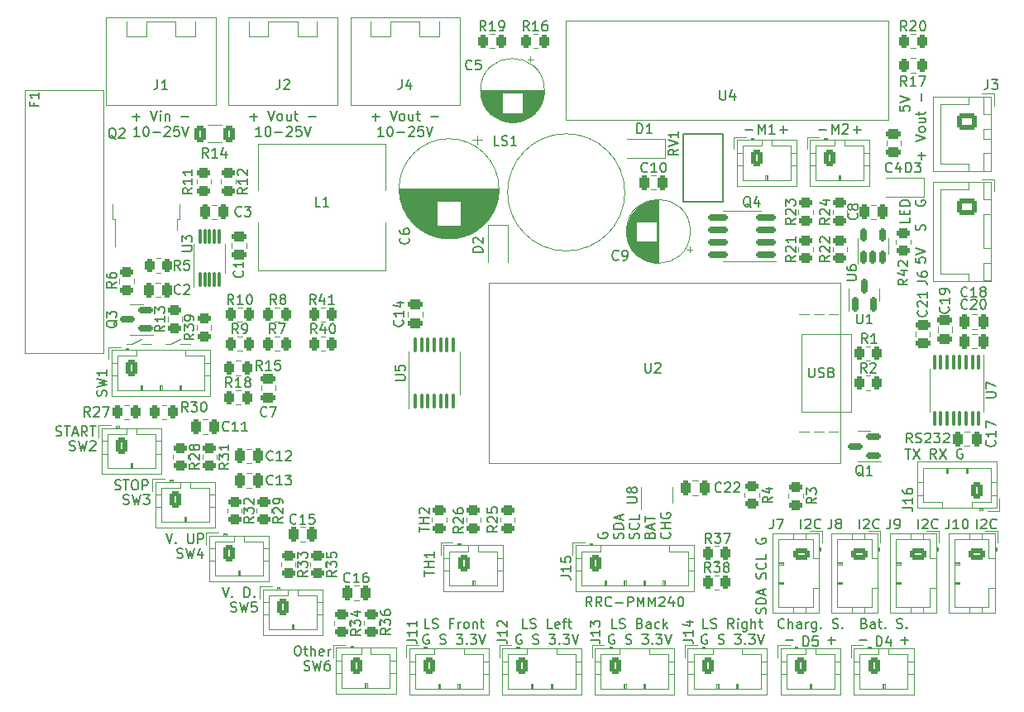
<source format=gto>
G04 #@! TF.GenerationSoftware,KiCad,Pcbnew,6.0.9-8da3e8f707~116~ubuntu20.04.1*
G04 #@! TF.CreationDate,2022-11-14T19:44:17-05:00*
G04 #@! TF.ProjectId,psu_control,7073755f-636f-46e7-9472-6f6c2e6b6963,rev?*
G04 #@! TF.SameCoordinates,Original*
G04 #@! TF.FileFunction,Legend,Top*
G04 #@! TF.FilePolarity,Positive*
%FSLAX46Y46*%
G04 Gerber Fmt 4.6, Leading zero omitted, Abs format (unit mm)*
G04 Created by KiCad (PCBNEW 6.0.9-8da3e8f707~116~ubuntu20.04.1) date 2022-11-14 19:44:17*
%MOMM*%
%LPD*%
G01*
G04 APERTURE LIST*
G04 Aperture macros list*
%AMRoundRect*
0 Rectangle with rounded corners*
0 $1 Rounding radius*
0 $2 $3 $4 $5 $6 $7 $8 $9 X,Y pos of 4 corners*
0 Add a 4 corners polygon primitive as box body*
4,1,4,$2,$3,$4,$5,$6,$7,$8,$9,$2,$3,0*
0 Add four circle primitives for the rounded corners*
1,1,$1+$1,$2,$3*
1,1,$1+$1,$4,$5*
1,1,$1+$1,$6,$7*
1,1,$1+$1,$8,$9*
0 Add four rect primitives between the rounded corners*
20,1,$1+$1,$2,$3,$4,$5,0*
20,1,$1+$1,$4,$5,$6,$7,0*
20,1,$1+$1,$6,$7,$8,$9,0*
20,1,$1+$1,$8,$9,$2,$3,0*%
G04 Aperture macros list end*
%ADD10C,0.120000*%
%ADD11C,0.150000*%
%ADD12RoundRect,0.250000X0.262500X0.450000X-0.262500X0.450000X-0.262500X-0.450000X0.262500X-0.450000X0*%
%ADD13RoundRect,0.250000X-0.625000X0.350000X-0.625000X-0.350000X0.625000X-0.350000X0.625000X0.350000X0*%
%ADD14O,1.750000X1.200000*%
%ADD15R,2.000000X2.000000*%
%ADD16C,2.000000*%
%ADD17RoundRect,0.250000X0.450000X-0.262500X0.450000X0.262500X-0.450000X0.262500X-0.450000X-0.262500X0*%
%ADD18RoundRect,0.150000X0.150000X-0.587500X0.150000X0.587500X-0.150000X0.587500X-0.150000X-0.587500X0*%
%ADD19RoundRect,0.250000X-0.450000X0.262500X-0.450000X-0.262500X0.450000X-0.262500X0.450000X0.262500X0*%
%ADD20RoundRect,0.075000X0.075000X-0.650000X0.075000X0.650000X-0.075000X0.650000X-0.075000X-0.650000X0*%
%ADD21RoundRect,0.250000X0.250000X0.475000X-0.250000X0.475000X-0.250000X-0.475000X0.250000X-0.475000X0*%
%ADD22R,1.100000X1.100000*%
%ADD23RoundRect,0.250000X-0.750000X0.600000X-0.750000X-0.600000X0.750000X-0.600000X0.750000X0.600000X0*%
%ADD24O,2.000000X1.700000*%
%ADD25RoundRect,0.250000X-0.262500X-0.450000X0.262500X-0.450000X0.262500X0.450000X-0.262500X0.450000X0*%
%ADD26C,1.750000*%
%ADD27RoundRect,0.250000X-0.350000X-0.625000X0.350000X-0.625000X0.350000X0.625000X-0.350000X0.625000X0*%
%ADD28O,1.200000X1.750000*%
%ADD29RoundRect,0.150000X0.150000X-0.512500X0.150000X0.512500X-0.150000X0.512500X-0.150000X-0.512500X0*%
%ADD30R,1.600000X1.600000*%
%ADD31C,1.600000*%
%ADD32RoundRect,0.100000X-0.100000X0.637500X-0.100000X-0.637500X0.100000X-0.637500X0.100000X0.637500X0*%
%ADD33R,2.500000X3.200000*%
%ADD34RoundRect,0.150000X0.587500X0.150000X-0.587500X0.150000X-0.587500X-0.150000X0.587500X-0.150000X0*%
%ADD35C,2.600000*%
%ADD36R,1.200000X2.200000*%
%ADD37R,5.800000X6.400000*%
%ADD38RoundRect,0.250000X-0.250000X-0.475000X0.250000X-0.475000X0.250000X0.475000X-0.250000X0.475000X0*%
%ADD39C,3.200000*%
%ADD40RoundRect,0.100000X0.100000X-0.637500X0.100000X0.637500X-0.100000X0.637500X-0.100000X-0.637500X0*%
%ADD41RoundRect,0.250000X0.475000X-0.250000X0.475000X0.250000X-0.475000X0.250000X-0.475000X-0.250000X0*%
%ADD42R,0.510000X0.700000*%
%ADD43RoundRect,0.250000X-0.475000X0.250000X-0.475000X-0.250000X0.475000X-0.250000X0.475000X0.250000X0*%
%ADD44C,3.000000*%
%ADD45RoundRect,0.150000X0.825000X0.150000X-0.825000X0.150000X-0.825000X-0.150000X0.825000X-0.150000X0*%
%ADD46RoundRect,0.250000X0.350000X0.625000X-0.350000X0.625000X-0.350000X-0.625000X0.350000X-0.625000X0*%
%ADD47RoundRect,0.250000X-0.725000X0.600000X-0.725000X-0.600000X0.725000X-0.600000X0.725000X0.600000X0*%
%ADD48O,1.950000X1.700000*%
%ADD49O,1.270000X1.651000*%
%ADD50RoundRect,0.250000X-0.312500X-0.625000X0.312500X-0.625000X0.312500X0.625000X-0.312500X0.625000X0*%
G04 APERTURE END LIST*
D10*
X27000000Y-48500000D02*
X28000000Y-48500000D01*
X29500000Y-48500000D02*
X30000000Y-48500000D01*
X26000000Y-48500000D02*
X27000000Y-48000000D01*
X30000000Y-48500000D02*
X31000000Y-48000000D01*
X25500000Y-48500000D02*
X26000000Y-48500000D01*
X31000000Y-48500000D02*
X32000000Y-48500000D01*
D11*
X26119047Y-25266428D02*
X26880952Y-25266428D01*
X26500000Y-25647380D02*
X26500000Y-24885476D01*
X27976190Y-24647380D02*
X28309523Y-25647380D01*
X28642857Y-24647380D01*
X28976190Y-25647380D02*
X28976190Y-24980714D01*
X28976190Y-24647380D02*
X28928571Y-24695000D01*
X28976190Y-24742619D01*
X29023809Y-24695000D01*
X28976190Y-24647380D01*
X28976190Y-24742619D01*
X29452380Y-24980714D02*
X29452380Y-25647380D01*
X29452380Y-25075952D02*
X29500000Y-25028333D01*
X29595238Y-24980714D01*
X29738095Y-24980714D01*
X29833333Y-25028333D01*
X29880952Y-25123571D01*
X29880952Y-25647380D01*
X31119047Y-25266428D02*
X31880952Y-25266428D01*
X26809523Y-27257380D02*
X26238095Y-27257380D01*
X26523809Y-27257380D02*
X26523809Y-26257380D01*
X26428571Y-26400238D01*
X26333333Y-26495476D01*
X26238095Y-26543095D01*
X27428571Y-26257380D02*
X27523809Y-26257380D01*
X27619047Y-26305000D01*
X27666666Y-26352619D01*
X27714285Y-26447857D01*
X27761904Y-26638333D01*
X27761904Y-26876428D01*
X27714285Y-27066904D01*
X27666666Y-27162142D01*
X27619047Y-27209761D01*
X27523809Y-27257380D01*
X27428571Y-27257380D01*
X27333333Y-27209761D01*
X27285714Y-27162142D01*
X27238095Y-27066904D01*
X27190476Y-26876428D01*
X27190476Y-26638333D01*
X27238095Y-26447857D01*
X27285714Y-26352619D01*
X27333333Y-26305000D01*
X27428571Y-26257380D01*
X28190476Y-26876428D02*
X28952380Y-26876428D01*
X29380952Y-26352619D02*
X29428571Y-26305000D01*
X29523809Y-26257380D01*
X29761904Y-26257380D01*
X29857142Y-26305000D01*
X29904761Y-26352619D01*
X29952380Y-26447857D01*
X29952380Y-26543095D01*
X29904761Y-26685952D01*
X29333333Y-27257380D01*
X29952380Y-27257380D01*
X30857142Y-26257380D02*
X30380952Y-26257380D01*
X30333333Y-26733571D01*
X30380952Y-26685952D01*
X30476190Y-26638333D01*
X30714285Y-26638333D01*
X30809523Y-26685952D01*
X30857142Y-26733571D01*
X30904761Y-26828809D01*
X30904761Y-27066904D01*
X30857142Y-27162142D01*
X30809523Y-27209761D01*
X30714285Y-27257380D01*
X30476190Y-27257380D01*
X30380952Y-27209761D01*
X30333333Y-27162142D01*
X31190476Y-26257380D02*
X31523809Y-27257380D01*
X31857142Y-26257380D01*
X105907023Y-58647380D02*
X105573690Y-58171190D01*
X105335595Y-58647380D02*
X105335595Y-57647380D01*
X105716547Y-57647380D01*
X105811785Y-57695000D01*
X105859404Y-57742619D01*
X105907023Y-57837857D01*
X105907023Y-57980714D01*
X105859404Y-58075952D01*
X105811785Y-58123571D01*
X105716547Y-58171190D01*
X105335595Y-58171190D01*
X106287976Y-58599761D02*
X106430833Y-58647380D01*
X106668928Y-58647380D01*
X106764166Y-58599761D01*
X106811785Y-58552142D01*
X106859404Y-58456904D01*
X106859404Y-58361666D01*
X106811785Y-58266428D01*
X106764166Y-58218809D01*
X106668928Y-58171190D01*
X106478452Y-58123571D01*
X106383214Y-58075952D01*
X106335595Y-58028333D01*
X106287976Y-57933095D01*
X106287976Y-57837857D01*
X106335595Y-57742619D01*
X106383214Y-57695000D01*
X106478452Y-57647380D01*
X106716547Y-57647380D01*
X106859404Y-57695000D01*
X107240357Y-57742619D02*
X107287976Y-57695000D01*
X107383214Y-57647380D01*
X107621309Y-57647380D01*
X107716547Y-57695000D01*
X107764166Y-57742619D01*
X107811785Y-57837857D01*
X107811785Y-57933095D01*
X107764166Y-58075952D01*
X107192738Y-58647380D01*
X107811785Y-58647380D01*
X108145119Y-57647380D02*
X108764166Y-57647380D01*
X108430833Y-58028333D01*
X108573690Y-58028333D01*
X108668928Y-58075952D01*
X108716547Y-58123571D01*
X108764166Y-58218809D01*
X108764166Y-58456904D01*
X108716547Y-58552142D01*
X108668928Y-58599761D01*
X108573690Y-58647380D01*
X108287976Y-58647380D01*
X108192738Y-58599761D01*
X108145119Y-58552142D01*
X109145119Y-57742619D02*
X109192738Y-57695000D01*
X109287976Y-57647380D01*
X109526071Y-57647380D01*
X109621309Y-57695000D01*
X109668928Y-57742619D01*
X109716547Y-57837857D01*
X109716547Y-57933095D01*
X109668928Y-58075952D01*
X109097500Y-58647380D01*
X109716547Y-58647380D01*
X105192738Y-59257380D02*
X105764166Y-59257380D01*
X105478452Y-60257380D02*
X105478452Y-59257380D01*
X106002261Y-59257380D02*
X106668928Y-60257380D01*
X106668928Y-59257380D02*
X106002261Y-60257380D01*
X108383214Y-60257380D02*
X108049880Y-59781190D01*
X107811785Y-60257380D02*
X107811785Y-59257380D01*
X108192738Y-59257380D01*
X108287976Y-59305000D01*
X108335595Y-59352619D01*
X108383214Y-59447857D01*
X108383214Y-59590714D01*
X108335595Y-59685952D01*
X108287976Y-59733571D01*
X108192738Y-59781190D01*
X107811785Y-59781190D01*
X108716547Y-59257380D02*
X109383214Y-60257380D01*
X109383214Y-59257380D02*
X108716547Y-60257380D01*
X111049880Y-59305000D02*
X110954642Y-59257380D01*
X110811785Y-59257380D01*
X110668928Y-59305000D01*
X110573690Y-59400238D01*
X110526071Y-59495476D01*
X110478452Y-59685952D01*
X110478452Y-59828809D01*
X110526071Y-60019285D01*
X110573690Y-60114523D01*
X110668928Y-60209761D01*
X110811785Y-60257380D01*
X110907023Y-60257380D01*
X111049880Y-60209761D01*
X111097500Y-60162142D01*
X111097500Y-59828809D01*
X110907023Y-59828809D01*
X92809523Y-77552142D02*
X92761904Y-77599761D01*
X92619047Y-77647380D01*
X92523809Y-77647380D01*
X92380952Y-77599761D01*
X92285714Y-77504523D01*
X92238095Y-77409285D01*
X92190476Y-77218809D01*
X92190476Y-77075952D01*
X92238095Y-76885476D01*
X92285714Y-76790238D01*
X92380952Y-76695000D01*
X92523809Y-76647380D01*
X92619047Y-76647380D01*
X92761904Y-76695000D01*
X92809523Y-76742619D01*
X93238095Y-77647380D02*
X93238095Y-76647380D01*
X93666666Y-77647380D02*
X93666666Y-77123571D01*
X93619047Y-77028333D01*
X93523809Y-76980714D01*
X93380952Y-76980714D01*
X93285714Y-77028333D01*
X93238095Y-77075952D01*
X94571428Y-77647380D02*
X94571428Y-77123571D01*
X94523809Y-77028333D01*
X94428571Y-76980714D01*
X94238095Y-76980714D01*
X94142857Y-77028333D01*
X94571428Y-77599761D02*
X94476190Y-77647380D01*
X94238095Y-77647380D01*
X94142857Y-77599761D01*
X94095238Y-77504523D01*
X94095238Y-77409285D01*
X94142857Y-77314047D01*
X94238095Y-77266428D01*
X94476190Y-77266428D01*
X94571428Y-77218809D01*
X95047619Y-77647380D02*
X95047619Y-76980714D01*
X95047619Y-77171190D02*
X95095238Y-77075952D01*
X95142857Y-77028333D01*
X95238095Y-76980714D01*
X95333333Y-76980714D01*
X96095238Y-76980714D02*
X96095238Y-77790238D01*
X96047619Y-77885476D01*
X96000000Y-77933095D01*
X95904761Y-77980714D01*
X95761904Y-77980714D01*
X95666666Y-77933095D01*
X96095238Y-77599761D02*
X96000000Y-77647380D01*
X95809523Y-77647380D01*
X95714285Y-77599761D01*
X95666666Y-77552142D01*
X95619047Y-77456904D01*
X95619047Y-77171190D01*
X95666666Y-77075952D01*
X95714285Y-77028333D01*
X95809523Y-76980714D01*
X96000000Y-76980714D01*
X96095238Y-77028333D01*
X96571428Y-77552142D02*
X96619047Y-77599761D01*
X96571428Y-77647380D01*
X96523809Y-77599761D01*
X96571428Y-77552142D01*
X96571428Y-77647380D01*
X97761904Y-77599761D02*
X97904761Y-77647380D01*
X98142857Y-77647380D01*
X98238095Y-77599761D01*
X98285714Y-77552142D01*
X98333333Y-77456904D01*
X98333333Y-77361666D01*
X98285714Y-77266428D01*
X98238095Y-77218809D01*
X98142857Y-77171190D01*
X97952380Y-77123571D01*
X97857142Y-77075952D01*
X97809523Y-77028333D01*
X97761904Y-76933095D01*
X97761904Y-76837857D01*
X97809523Y-76742619D01*
X97857142Y-76695000D01*
X97952380Y-76647380D01*
X98190476Y-76647380D01*
X98333333Y-76695000D01*
X98761904Y-77552142D02*
X98809523Y-77599761D01*
X98761904Y-77647380D01*
X98714285Y-77599761D01*
X98761904Y-77552142D01*
X98761904Y-77647380D01*
X92976190Y-78876428D02*
X93738095Y-78876428D01*
X97261904Y-78876428D02*
X98023809Y-78876428D01*
X97642857Y-79257380D02*
X97642857Y-78495476D01*
X105647380Y-35597500D02*
X105647380Y-36073690D01*
X104647380Y-36073690D01*
X105123571Y-35264166D02*
X105123571Y-34930833D01*
X105647380Y-34787976D02*
X105647380Y-35264166D01*
X104647380Y-35264166D01*
X104647380Y-34787976D01*
X105647380Y-34359404D02*
X104647380Y-34359404D01*
X104647380Y-34121309D01*
X104695000Y-33978452D01*
X104790238Y-33883214D01*
X104885476Y-33835595D01*
X105075952Y-33787976D01*
X105218809Y-33787976D01*
X105409285Y-33835595D01*
X105504523Y-33883214D01*
X105599761Y-33978452D01*
X105647380Y-34121309D01*
X105647380Y-34359404D01*
X106257380Y-39692738D02*
X106257380Y-40168928D01*
X106733571Y-40216547D01*
X106685952Y-40168928D01*
X106638333Y-40073690D01*
X106638333Y-39835595D01*
X106685952Y-39740357D01*
X106733571Y-39692738D01*
X106828809Y-39645119D01*
X107066904Y-39645119D01*
X107162142Y-39692738D01*
X107209761Y-39740357D01*
X107257380Y-39835595D01*
X107257380Y-40073690D01*
X107209761Y-40168928D01*
X107162142Y-40216547D01*
X106257380Y-39359404D02*
X107257380Y-39026071D01*
X106257380Y-38692738D01*
X107209761Y-36883214D02*
X107257380Y-36740357D01*
X107257380Y-36502261D01*
X107209761Y-36407023D01*
X107162142Y-36359404D01*
X107066904Y-36311785D01*
X106971666Y-36311785D01*
X106876428Y-36359404D01*
X106828809Y-36407023D01*
X106781190Y-36502261D01*
X106733571Y-36692738D01*
X106685952Y-36787976D01*
X106638333Y-36835595D01*
X106543095Y-36883214D01*
X106447857Y-36883214D01*
X106352619Y-36835595D01*
X106305000Y-36787976D01*
X106257380Y-36692738D01*
X106257380Y-36454642D01*
X106305000Y-36311785D01*
X106305000Y-33835595D02*
X106257380Y-33930833D01*
X106257380Y-34073690D01*
X106305000Y-34216547D01*
X106400238Y-34311785D01*
X106495476Y-34359404D01*
X106685952Y-34407023D01*
X106828809Y-34407023D01*
X107019285Y-34359404D01*
X107114523Y-34311785D01*
X107209761Y-34216547D01*
X107257380Y-34073690D01*
X107257380Y-33978452D01*
X107209761Y-33835595D01*
X107162142Y-33787976D01*
X106828809Y-33787976D01*
X106828809Y-33978452D01*
X106523809Y-67452380D02*
X106523809Y-66452380D01*
X106952380Y-66547619D02*
X107000000Y-66500000D01*
X107095238Y-66452380D01*
X107333333Y-66452380D01*
X107428571Y-66500000D01*
X107476190Y-66547619D01*
X107523809Y-66642857D01*
X107523809Y-66738095D01*
X107476190Y-66880952D01*
X106904761Y-67452380D01*
X107523809Y-67452380D01*
X108523809Y-67357142D02*
X108476190Y-67404761D01*
X108333333Y-67452380D01*
X108238095Y-67452380D01*
X108095238Y-67404761D01*
X108000000Y-67309523D01*
X107952380Y-67214285D01*
X107904761Y-67023809D01*
X107904761Y-66880952D01*
X107952380Y-66690476D01*
X108000000Y-66595238D01*
X108095238Y-66500000D01*
X108238095Y-66452380D01*
X108333333Y-66452380D01*
X108476190Y-66500000D01*
X108523809Y-66547619D01*
X90904761Y-76107142D02*
X90952380Y-75964285D01*
X90952380Y-75726190D01*
X90904761Y-75630952D01*
X90857142Y-75583333D01*
X90761904Y-75535714D01*
X90666666Y-75535714D01*
X90571428Y-75583333D01*
X90523809Y-75630952D01*
X90476190Y-75726190D01*
X90428571Y-75916666D01*
X90380952Y-76011904D01*
X90333333Y-76059523D01*
X90238095Y-76107142D01*
X90142857Y-76107142D01*
X90047619Y-76059523D01*
X90000000Y-76011904D01*
X89952380Y-75916666D01*
X89952380Y-75678571D01*
X90000000Y-75535714D01*
X90952380Y-75107142D02*
X89952380Y-75107142D01*
X89952380Y-74869047D01*
X90000000Y-74726190D01*
X90095238Y-74630952D01*
X90190476Y-74583333D01*
X90380952Y-74535714D01*
X90523809Y-74535714D01*
X90714285Y-74583333D01*
X90809523Y-74630952D01*
X90904761Y-74726190D01*
X90952380Y-74869047D01*
X90952380Y-75107142D01*
X90666666Y-74154761D02*
X90666666Y-73678571D01*
X90952380Y-74250000D02*
X89952380Y-73916666D01*
X90952380Y-73583333D01*
X90904761Y-72535714D02*
X90952380Y-72392857D01*
X90952380Y-72154761D01*
X90904761Y-72059523D01*
X90857142Y-72011904D01*
X90761904Y-71964285D01*
X90666666Y-71964285D01*
X90571428Y-72011904D01*
X90523809Y-72059523D01*
X90476190Y-72154761D01*
X90428571Y-72345238D01*
X90380952Y-72440476D01*
X90333333Y-72488095D01*
X90238095Y-72535714D01*
X90142857Y-72535714D01*
X90047619Y-72488095D01*
X90000000Y-72440476D01*
X89952380Y-72345238D01*
X89952380Y-72107142D01*
X90000000Y-71964285D01*
X90857142Y-70964285D02*
X90904761Y-71011904D01*
X90952380Y-71154761D01*
X90952380Y-71250000D01*
X90904761Y-71392857D01*
X90809523Y-71488095D01*
X90714285Y-71535714D01*
X90523809Y-71583333D01*
X90380952Y-71583333D01*
X90190476Y-71535714D01*
X90095238Y-71488095D01*
X90000000Y-71392857D01*
X89952380Y-71250000D01*
X89952380Y-71154761D01*
X90000000Y-71011904D01*
X90047619Y-70964285D01*
X90952380Y-70059523D02*
X90952380Y-70535714D01*
X89952380Y-70535714D01*
X90000000Y-68440476D02*
X89952380Y-68535714D01*
X89952380Y-68678571D01*
X90000000Y-68821428D01*
X90095238Y-68916666D01*
X90190476Y-68964285D01*
X90380952Y-69011904D01*
X90523809Y-69011904D01*
X90714285Y-68964285D01*
X90809523Y-68916666D01*
X90904761Y-68821428D01*
X90952380Y-68678571D01*
X90952380Y-68583333D01*
X90904761Y-68440476D01*
X90857142Y-68392857D01*
X90523809Y-68392857D01*
X90523809Y-68583333D01*
X94523809Y-67452380D02*
X94523809Y-66452380D01*
X94952380Y-66547619D02*
X95000000Y-66500000D01*
X95095238Y-66452380D01*
X95333333Y-66452380D01*
X95428571Y-66500000D01*
X95476190Y-66547619D01*
X95523809Y-66642857D01*
X95523809Y-66738095D01*
X95476190Y-66880952D01*
X94904761Y-67452380D01*
X95523809Y-67452380D01*
X96523809Y-67357142D02*
X96476190Y-67404761D01*
X96333333Y-67452380D01*
X96238095Y-67452380D01*
X96095238Y-67404761D01*
X96000000Y-67309523D01*
X95952380Y-67214285D01*
X95904761Y-67023809D01*
X95904761Y-66880952D01*
X95952380Y-66690476D01*
X96000000Y-66595238D01*
X96095238Y-66500000D01*
X96238095Y-66452380D01*
X96333333Y-66452380D01*
X96476190Y-66500000D01*
X96523809Y-66547619D01*
X73119047Y-75402380D02*
X72785714Y-74926190D01*
X72547619Y-75402380D02*
X72547619Y-74402380D01*
X72928571Y-74402380D01*
X73023809Y-74450000D01*
X73071428Y-74497619D01*
X73119047Y-74592857D01*
X73119047Y-74735714D01*
X73071428Y-74830952D01*
X73023809Y-74878571D01*
X72928571Y-74926190D01*
X72547619Y-74926190D01*
X74119047Y-75402380D02*
X73785714Y-74926190D01*
X73547619Y-75402380D02*
X73547619Y-74402380D01*
X73928571Y-74402380D01*
X74023809Y-74450000D01*
X74071428Y-74497619D01*
X74119047Y-74592857D01*
X74119047Y-74735714D01*
X74071428Y-74830952D01*
X74023809Y-74878571D01*
X73928571Y-74926190D01*
X73547619Y-74926190D01*
X75119047Y-75307142D02*
X75071428Y-75354761D01*
X74928571Y-75402380D01*
X74833333Y-75402380D01*
X74690476Y-75354761D01*
X74595238Y-75259523D01*
X74547619Y-75164285D01*
X74500000Y-74973809D01*
X74500000Y-74830952D01*
X74547619Y-74640476D01*
X74595238Y-74545238D01*
X74690476Y-74450000D01*
X74833333Y-74402380D01*
X74928571Y-74402380D01*
X75071428Y-74450000D01*
X75119047Y-74497619D01*
X75547619Y-75021428D02*
X76309523Y-75021428D01*
X76785714Y-75402380D02*
X76785714Y-74402380D01*
X77166666Y-74402380D01*
X77261904Y-74450000D01*
X77309523Y-74497619D01*
X77357142Y-74592857D01*
X77357142Y-74735714D01*
X77309523Y-74830952D01*
X77261904Y-74878571D01*
X77166666Y-74926190D01*
X76785714Y-74926190D01*
X77785714Y-75402380D02*
X77785714Y-74402380D01*
X78119047Y-75116666D01*
X78452380Y-74402380D01*
X78452380Y-75402380D01*
X78928571Y-75402380D02*
X78928571Y-74402380D01*
X79261904Y-75116666D01*
X79595238Y-74402380D01*
X79595238Y-75402380D01*
X80023809Y-74497619D02*
X80071428Y-74450000D01*
X80166666Y-74402380D01*
X80404761Y-74402380D01*
X80500000Y-74450000D01*
X80547619Y-74497619D01*
X80595238Y-74592857D01*
X80595238Y-74688095D01*
X80547619Y-74830952D01*
X79976190Y-75402380D01*
X80595238Y-75402380D01*
X81452380Y-74735714D02*
X81452380Y-75402380D01*
X81214285Y-74354761D02*
X80976190Y-75069047D01*
X81595238Y-75069047D01*
X82166666Y-74402380D02*
X82261904Y-74402380D01*
X82357142Y-74450000D01*
X82404761Y-74497619D01*
X82452380Y-74592857D01*
X82500000Y-74783333D01*
X82500000Y-75021428D01*
X82452380Y-75211904D01*
X82404761Y-75307142D01*
X82357142Y-75354761D01*
X82261904Y-75402380D01*
X82166666Y-75402380D01*
X82071428Y-75354761D01*
X82023809Y-75307142D01*
X81976190Y-75211904D01*
X81928571Y-75021428D01*
X81928571Y-74783333D01*
X81976190Y-74592857D01*
X82023809Y-74497619D01*
X82071428Y-74450000D01*
X82166666Y-74402380D01*
X18273809Y-57904761D02*
X18416666Y-57952380D01*
X18654761Y-57952380D01*
X18750000Y-57904761D01*
X18797619Y-57857142D01*
X18845238Y-57761904D01*
X18845238Y-57666666D01*
X18797619Y-57571428D01*
X18750000Y-57523809D01*
X18654761Y-57476190D01*
X18464285Y-57428571D01*
X18369047Y-57380952D01*
X18321428Y-57333333D01*
X18273809Y-57238095D01*
X18273809Y-57142857D01*
X18321428Y-57047619D01*
X18369047Y-57000000D01*
X18464285Y-56952380D01*
X18702380Y-56952380D01*
X18845238Y-57000000D01*
X19130952Y-56952380D02*
X19702380Y-56952380D01*
X19416666Y-57952380D02*
X19416666Y-56952380D01*
X19988095Y-57666666D02*
X20464285Y-57666666D01*
X19892857Y-57952380D02*
X20226190Y-56952380D01*
X20559523Y-57952380D01*
X21464285Y-57952380D02*
X21130952Y-57476190D01*
X20892857Y-57952380D02*
X20892857Y-56952380D01*
X21273809Y-56952380D01*
X21369047Y-57000000D01*
X21416666Y-57047619D01*
X21464285Y-57142857D01*
X21464285Y-57285714D01*
X21416666Y-57380952D01*
X21369047Y-57428571D01*
X21273809Y-57476190D01*
X20892857Y-57476190D01*
X21750000Y-56952380D02*
X22321428Y-56952380D01*
X22035714Y-57952380D02*
X22035714Y-56952380D01*
X56523809Y-77647380D02*
X56047619Y-77647380D01*
X56047619Y-76647380D01*
X56809523Y-77599761D02*
X56952380Y-77647380D01*
X57190476Y-77647380D01*
X57285714Y-77599761D01*
X57333333Y-77552142D01*
X57380952Y-77456904D01*
X57380952Y-77361666D01*
X57333333Y-77266428D01*
X57285714Y-77218809D01*
X57190476Y-77171190D01*
X57000000Y-77123571D01*
X56904761Y-77075952D01*
X56857142Y-77028333D01*
X56809523Y-76933095D01*
X56809523Y-76837857D01*
X56857142Y-76742619D01*
X56904761Y-76695000D01*
X57000000Y-76647380D01*
X57238095Y-76647380D01*
X57380952Y-76695000D01*
X58904761Y-77123571D02*
X58571428Y-77123571D01*
X58571428Y-77647380D02*
X58571428Y-76647380D01*
X59047619Y-76647380D01*
X59428571Y-77647380D02*
X59428571Y-76980714D01*
X59428571Y-77171190D02*
X59476190Y-77075952D01*
X59523809Y-77028333D01*
X59619047Y-76980714D01*
X59714285Y-76980714D01*
X60190476Y-77647380D02*
X60095238Y-77599761D01*
X60047619Y-77552142D01*
X59999999Y-77456904D01*
X59999999Y-77171190D01*
X60047619Y-77075952D01*
X60095238Y-77028333D01*
X60190476Y-76980714D01*
X60333333Y-76980714D01*
X60428571Y-77028333D01*
X60476190Y-77075952D01*
X60523809Y-77171190D01*
X60523809Y-77456904D01*
X60476190Y-77552142D01*
X60428571Y-77599761D01*
X60333333Y-77647380D01*
X60190476Y-77647380D01*
X60952380Y-76980714D02*
X60952380Y-77647380D01*
X60952380Y-77075952D02*
X60999999Y-77028333D01*
X61095238Y-76980714D01*
X61238095Y-76980714D01*
X61333333Y-77028333D01*
X61380952Y-77123571D01*
X61380952Y-77647380D01*
X61714285Y-76980714D02*
X62095238Y-76980714D01*
X61857142Y-76647380D02*
X61857142Y-77504523D01*
X61904761Y-77599761D01*
X61999999Y-77647380D01*
X62095238Y-77647380D01*
X56404761Y-78305000D02*
X56309523Y-78257380D01*
X56166666Y-78257380D01*
X56023809Y-78305000D01*
X55928571Y-78400238D01*
X55880952Y-78495476D01*
X55833333Y-78685952D01*
X55833333Y-78828809D01*
X55880952Y-79019285D01*
X55928571Y-79114523D01*
X56023809Y-79209761D01*
X56166666Y-79257380D01*
X56261904Y-79257380D01*
X56404761Y-79209761D01*
X56452380Y-79162142D01*
X56452380Y-78828809D01*
X56261904Y-78828809D01*
X57595238Y-79209761D02*
X57738095Y-79257380D01*
X57976190Y-79257380D01*
X58071428Y-79209761D01*
X58119047Y-79162142D01*
X58166666Y-79066904D01*
X58166666Y-78971666D01*
X58119047Y-78876428D01*
X58071428Y-78828809D01*
X57976190Y-78781190D01*
X57785714Y-78733571D01*
X57690476Y-78685952D01*
X57642857Y-78638333D01*
X57595238Y-78543095D01*
X57595238Y-78447857D01*
X57642857Y-78352619D01*
X57690476Y-78305000D01*
X57785714Y-78257380D01*
X58023809Y-78257380D01*
X58166666Y-78305000D01*
X59261904Y-78257380D02*
X59880952Y-78257380D01*
X59547619Y-78638333D01*
X59690476Y-78638333D01*
X59785714Y-78685952D01*
X59833333Y-78733571D01*
X59880952Y-78828809D01*
X59880952Y-79066904D01*
X59833333Y-79162142D01*
X59785714Y-79209761D01*
X59690476Y-79257380D01*
X59404761Y-79257380D01*
X59309523Y-79209761D01*
X59261904Y-79162142D01*
X60309523Y-79162142D02*
X60357142Y-79209761D01*
X60309523Y-79257380D01*
X60261904Y-79209761D01*
X60309523Y-79162142D01*
X60309523Y-79257380D01*
X60690476Y-78257380D02*
X61309523Y-78257380D01*
X60976190Y-78638333D01*
X61119047Y-78638333D01*
X61214285Y-78685952D01*
X61261904Y-78733571D01*
X61309523Y-78828809D01*
X61309523Y-79066904D01*
X61261904Y-79162142D01*
X61214285Y-79209761D01*
X61119047Y-79257380D01*
X60833333Y-79257380D01*
X60738095Y-79209761D01*
X60690476Y-79162142D01*
X61595238Y-78257380D02*
X61928571Y-79257380D01*
X62261904Y-78257380D01*
X88857142Y-26571428D02*
X89619047Y-26571428D01*
X92380952Y-26571428D02*
X93142857Y-26571428D01*
X92761904Y-26952380D02*
X92761904Y-26190476D01*
X38119047Y-25266428D02*
X38880952Y-25266428D01*
X38500000Y-25647380D02*
X38500000Y-24885476D01*
X39976190Y-24647380D02*
X40309523Y-25647380D01*
X40642857Y-24647380D01*
X41119047Y-25647380D02*
X41023809Y-25599761D01*
X40976190Y-25552142D01*
X40928571Y-25456904D01*
X40928571Y-25171190D01*
X40976190Y-25075952D01*
X41023809Y-25028333D01*
X41119047Y-24980714D01*
X41261904Y-24980714D01*
X41357142Y-25028333D01*
X41404761Y-25075952D01*
X41452380Y-25171190D01*
X41452380Y-25456904D01*
X41404761Y-25552142D01*
X41357142Y-25599761D01*
X41261904Y-25647380D01*
X41119047Y-25647380D01*
X42309523Y-24980714D02*
X42309523Y-25647380D01*
X41880952Y-24980714D02*
X41880952Y-25504523D01*
X41928571Y-25599761D01*
X42023809Y-25647380D01*
X42166666Y-25647380D01*
X42261904Y-25599761D01*
X42309523Y-25552142D01*
X42642857Y-24980714D02*
X43023809Y-24980714D01*
X42785714Y-24647380D02*
X42785714Y-25504523D01*
X42833333Y-25599761D01*
X42928571Y-25647380D01*
X43023809Y-25647380D01*
X44119047Y-25266428D02*
X44880952Y-25266428D01*
X39309523Y-27257380D02*
X38738095Y-27257380D01*
X39023809Y-27257380D02*
X39023809Y-26257380D01*
X38928571Y-26400238D01*
X38833333Y-26495476D01*
X38738095Y-26543095D01*
X39928571Y-26257380D02*
X40023809Y-26257380D01*
X40119047Y-26305000D01*
X40166666Y-26352619D01*
X40214285Y-26447857D01*
X40261904Y-26638333D01*
X40261904Y-26876428D01*
X40214285Y-27066904D01*
X40166666Y-27162142D01*
X40119047Y-27209761D01*
X40023809Y-27257380D01*
X39928571Y-27257380D01*
X39833333Y-27209761D01*
X39785714Y-27162142D01*
X39738095Y-27066904D01*
X39690476Y-26876428D01*
X39690476Y-26638333D01*
X39738095Y-26447857D01*
X39785714Y-26352619D01*
X39833333Y-26305000D01*
X39928571Y-26257380D01*
X40690476Y-26876428D02*
X41452380Y-26876428D01*
X41880952Y-26352619D02*
X41928571Y-26305000D01*
X42023809Y-26257380D01*
X42261904Y-26257380D01*
X42357142Y-26305000D01*
X42404761Y-26352619D01*
X42452380Y-26447857D01*
X42452380Y-26543095D01*
X42404761Y-26685952D01*
X41833333Y-27257380D01*
X42452380Y-27257380D01*
X43357142Y-26257380D02*
X42880952Y-26257380D01*
X42833333Y-26733571D01*
X42880952Y-26685952D01*
X42976190Y-26638333D01*
X43214285Y-26638333D01*
X43309523Y-26685952D01*
X43357142Y-26733571D01*
X43404761Y-26828809D01*
X43404761Y-27066904D01*
X43357142Y-27162142D01*
X43309523Y-27209761D01*
X43214285Y-27257380D01*
X42976190Y-27257380D01*
X42880952Y-27209761D01*
X42833333Y-27162142D01*
X43690476Y-26257380D02*
X44023809Y-27257380D01*
X44357142Y-26257380D01*
X85023809Y-77647380D02*
X84547619Y-77647380D01*
X84547619Y-76647380D01*
X85309523Y-77599761D02*
X85452380Y-77647380D01*
X85690476Y-77647380D01*
X85785714Y-77599761D01*
X85833333Y-77552142D01*
X85880952Y-77456904D01*
X85880952Y-77361666D01*
X85833333Y-77266428D01*
X85785714Y-77218809D01*
X85690476Y-77171190D01*
X85500000Y-77123571D01*
X85404761Y-77075952D01*
X85357142Y-77028333D01*
X85309523Y-76933095D01*
X85309523Y-76837857D01*
X85357142Y-76742619D01*
X85404761Y-76695000D01*
X85500000Y-76647380D01*
X85738095Y-76647380D01*
X85880952Y-76695000D01*
X87642857Y-77647380D02*
X87309523Y-77171190D01*
X87071428Y-77647380D02*
X87071428Y-76647380D01*
X87452380Y-76647380D01*
X87547619Y-76695000D01*
X87595238Y-76742619D01*
X87642857Y-76837857D01*
X87642857Y-76980714D01*
X87595238Y-77075952D01*
X87547619Y-77123571D01*
X87452380Y-77171190D01*
X87071428Y-77171190D01*
X88071428Y-77647380D02*
X88071428Y-76980714D01*
X88071428Y-76647380D02*
X88023809Y-76695000D01*
X88071428Y-76742619D01*
X88119047Y-76695000D01*
X88071428Y-76647380D01*
X88071428Y-76742619D01*
X88976190Y-76980714D02*
X88976190Y-77790238D01*
X88928571Y-77885476D01*
X88880952Y-77933095D01*
X88785714Y-77980714D01*
X88642857Y-77980714D01*
X88547619Y-77933095D01*
X88976190Y-77599761D02*
X88880952Y-77647380D01*
X88690476Y-77647380D01*
X88595238Y-77599761D01*
X88547619Y-77552142D01*
X88500000Y-77456904D01*
X88500000Y-77171190D01*
X88547619Y-77075952D01*
X88595238Y-77028333D01*
X88690476Y-76980714D01*
X88880952Y-76980714D01*
X88976190Y-77028333D01*
X89452380Y-77647380D02*
X89452380Y-76647380D01*
X89880952Y-77647380D02*
X89880952Y-77123571D01*
X89833333Y-77028333D01*
X89738095Y-76980714D01*
X89595238Y-76980714D01*
X89500000Y-77028333D01*
X89452380Y-77075952D01*
X90214285Y-76980714D02*
X90595238Y-76980714D01*
X90357142Y-76647380D02*
X90357142Y-77504523D01*
X90404761Y-77599761D01*
X90500000Y-77647380D01*
X90595238Y-77647380D01*
X84904761Y-78305000D02*
X84809523Y-78257380D01*
X84666666Y-78257380D01*
X84523809Y-78305000D01*
X84428571Y-78400238D01*
X84380952Y-78495476D01*
X84333333Y-78685952D01*
X84333333Y-78828809D01*
X84380952Y-79019285D01*
X84428571Y-79114523D01*
X84523809Y-79209761D01*
X84666666Y-79257380D01*
X84761904Y-79257380D01*
X84904761Y-79209761D01*
X84952380Y-79162142D01*
X84952380Y-78828809D01*
X84761904Y-78828809D01*
X86095238Y-79209761D02*
X86238095Y-79257380D01*
X86476190Y-79257380D01*
X86571428Y-79209761D01*
X86619047Y-79162142D01*
X86666666Y-79066904D01*
X86666666Y-78971666D01*
X86619047Y-78876428D01*
X86571428Y-78828809D01*
X86476190Y-78781190D01*
X86285714Y-78733571D01*
X86190476Y-78685952D01*
X86142857Y-78638333D01*
X86095238Y-78543095D01*
X86095238Y-78447857D01*
X86142857Y-78352619D01*
X86190476Y-78305000D01*
X86285714Y-78257380D01*
X86523809Y-78257380D01*
X86666666Y-78305000D01*
X87761904Y-78257380D02*
X88380952Y-78257380D01*
X88047619Y-78638333D01*
X88190476Y-78638333D01*
X88285714Y-78685952D01*
X88333333Y-78733571D01*
X88380952Y-78828809D01*
X88380952Y-79066904D01*
X88333333Y-79162142D01*
X88285714Y-79209761D01*
X88190476Y-79257380D01*
X87904761Y-79257380D01*
X87809523Y-79209761D01*
X87761904Y-79162142D01*
X88809523Y-79162142D02*
X88857142Y-79209761D01*
X88809523Y-79257380D01*
X88761904Y-79209761D01*
X88809523Y-79162142D01*
X88809523Y-79257380D01*
X89190476Y-78257380D02*
X89809523Y-78257380D01*
X89476190Y-78638333D01*
X89619047Y-78638333D01*
X89714285Y-78685952D01*
X89761904Y-78733571D01*
X89809523Y-78828809D01*
X89809523Y-79066904D01*
X89761904Y-79162142D01*
X89714285Y-79209761D01*
X89619047Y-79257380D01*
X89333333Y-79257380D01*
X89238095Y-79209761D01*
X89190476Y-79162142D01*
X90095238Y-78257380D02*
X90428571Y-79257380D01*
X90761904Y-78257380D01*
X29523809Y-67952380D02*
X29857142Y-68952380D01*
X30190476Y-67952380D01*
X30523809Y-68857142D02*
X30571428Y-68904761D01*
X30523809Y-68952380D01*
X30476190Y-68904761D01*
X30523809Y-68857142D01*
X30523809Y-68952380D01*
X31761904Y-67952380D02*
X31761904Y-68761904D01*
X31809523Y-68857142D01*
X31857142Y-68904761D01*
X31952380Y-68952380D01*
X32142857Y-68952380D01*
X32238095Y-68904761D01*
X32285714Y-68857142D01*
X32333333Y-68761904D01*
X32333333Y-67952380D01*
X32809523Y-68952380D02*
X32809523Y-67952380D01*
X33190476Y-67952380D01*
X33285714Y-68000000D01*
X33333333Y-68047619D01*
X33380952Y-68142857D01*
X33380952Y-68285714D01*
X33333333Y-68380952D01*
X33285714Y-68428571D01*
X33190476Y-68476190D01*
X32809523Y-68476190D01*
X73780000Y-67890595D02*
X73732380Y-67985833D01*
X73732380Y-68128690D01*
X73780000Y-68271547D01*
X73875238Y-68366785D01*
X73970476Y-68414404D01*
X74160952Y-68462023D01*
X74303809Y-68462023D01*
X74494285Y-68414404D01*
X74589523Y-68366785D01*
X74684761Y-68271547D01*
X74732380Y-68128690D01*
X74732380Y-68033452D01*
X74684761Y-67890595D01*
X74637142Y-67842976D01*
X74303809Y-67842976D01*
X74303809Y-68033452D01*
X76294761Y-68462023D02*
X76342380Y-68319166D01*
X76342380Y-68081071D01*
X76294761Y-67985833D01*
X76247142Y-67938214D01*
X76151904Y-67890595D01*
X76056666Y-67890595D01*
X75961428Y-67938214D01*
X75913809Y-67985833D01*
X75866190Y-68081071D01*
X75818571Y-68271547D01*
X75770952Y-68366785D01*
X75723333Y-68414404D01*
X75628095Y-68462023D01*
X75532857Y-68462023D01*
X75437619Y-68414404D01*
X75390000Y-68366785D01*
X75342380Y-68271547D01*
X75342380Y-68033452D01*
X75390000Y-67890595D01*
X76342380Y-67462023D02*
X75342380Y-67462023D01*
X75342380Y-67223928D01*
X75390000Y-67081071D01*
X75485238Y-66985833D01*
X75580476Y-66938214D01*
X75770952Y-66890595D01*
X75913809Y-66890595D01*
X76104285Y-66938214D01*
X76199523Y-66985833D01*
X76294761Y-67081071D01*
X76342380Y-67223928D01*
X76342380Y-67462023D01*
X76056666Y-66509642D02*
X76056666Y-66033452D01*
X76342380Y-66604880D02*
X75342380Y-66271547D01*
X76342380Y-65938214D01*
X77904761Y-68462023D02*
X77952380Y-68319166D01*
X77952380Y-68081071D01*
X77904761Y-67985833D01*
X77857142Y-67938214D01*
X77761904Y-67890595D01*
X77666666Y-67890595D01*
X77571428Y-67938214D01*
X77523809Y-67985833D01*
X77476190Y-68081071D01*
X77428571Y-68271547D01*
X77380952Y-68366785D01*
X77333333Y-68414404D01*
X77238095Y-68462023D01*
X77142857Y-68462023D01*
X77047619Y-68414404D01*
X77000000Y-68366785D01*
X76952380Y-68271547D01*
X76952380Y-68033452D01*
X77000000Y-67890595D01*
X77857142Y-66890595D02*
X77904761Y-66938214D01*
X77952380Y-67081071D01*
X77952380Y-67176309D01*
X77904761Y-67319166D01*
X77809523Y-67414404D01*
X77714285Y-67462023D01*
X77523809Y-67509642D01*
X77380952Y-67509642D01*
X77190476Y-67462023D01*
X77095238Y-67414404D01*
X77000000Y-67319166D01*
X76952380Y-67176309D01*
X76952380Y-67081071D01*
X77000000Y-66938214D01*
X77047619Y-66890595D01*
X77952380Y-65985833D02*
X77952380Y-66462023D01*
X76952380Y-66462023D01*
X79038571Y-68081071D02*
X79086190Y-67938214D01*
X79133809Y-67890595D01*
X79229047Y-67842976D01*
X79371904Y-67842976D01*
X79467142Y-67890595D01*
X79514761Y-67938214D01*
X79562380Y-68033452D01*
X79562380Y-68414404D01*
X78562380Y-68414404D01*
X78562380Y-68081071D01*
X78610000Y-67985833D01*
X78657619Y-67938214D01*
X78752857Y-67890595D01*
X78848095Y-67890595D01*
X78943333Y-67938214D01*
X78990952Y-67985833D01*
X79038571Y-68081071D01*
X79038571Y-68414404D01*
X79276666Y-67462023D02*
X79276666Y-66985833D01*
X79562380Y-67557261D02*
X78562380Y-67223928D01*
X79562380Y-66890595D01*
X78562380Y-66700119D02*
X78562380Y-66128690D01*
X79562380Y-66414404D02*
X78562380Y-66414404D01*
X81077142Y-67842976D02*
X81124761Y-67890595D01*
X81172380Y-68033452D01*
X81172380Y-68128690D01*
X81124761Y-68271547D01*
X81029523Y-68366785D01*
X80934285Y-68414404D01*
X80743809Y-68462023D01*
X80600952Y-68462023D01*
X80410476Y-68414404D01*
X80315238Y-68366785D01*
X80220000Y-68271547D01*
X80172380Y-68128690D01*
X80172380Y-68033452D01*
X80220000Y-67890595D01*
X80267619Y-67842976D01*
X81172380Y-67414404D02*
X80172380Y-67414404D01*
X80648571Y-67414404D02*
X80648571Y-66842976D01*
X81172380Y-66842976D02*
X80172380Y-66842976D01*
X80220000Y-65842976D02*
X80172380Y-65938214D01*
X80172380Y-66081071D01*
X80220000Y-66223928D01*
X80315238Y-66319166D01*
X80410476Y-66366785D01*
X80600952Y-66414404D01*
X80743809Y-66414404D01*
X80934285Y-66366785D01*
X81029523Y-66319166D01*
X81124761Y-66223928D01*
X81172380Y-66081071D01*
X81172380Y-65985833D01*
X81124761Y-65842976D01*
X81077142Y-65795357D01*
X80743809Y-65795357D01*
X80743809Y-65985833D01*
X75666666Y-77647380D02*
X75190476Y-77647380D01*
X75190476Y-76647380D01*
X75952380Y-77599761D02*
X76095238Y-77647380D01*
X76333333Y-77647380D01*
X76428571Y-77599761D01*
X76476190Y-77552142D01*
X76523809Y-77456904D01*
X76523809Y-77361666D01*
X76476190Y-77266428D01*
X76428571Y-77218809D01*
X76333333Y-77171190D01*
X76142857Y-77123571D01*
X76047619Y-77075952D01*
X76000000Y-77028333D01*
X75952380Y-76933095D01*
X75952380Y-76837857D01*
X76000000Y-76742619D01*
X76047619Y-76695000D01*
X76142857Y-76647380D01*
X76380952Y-76647380D01*
X76523809Y-76695000D01*
X78047619Y-77123571D02*
X78190476Y-77171190D01*
X78238095Y-77218809D01*
X78285714Y-77314047D01*
X78285714Y-77456904D01*
X78238095Y-77552142D01*
X78190476Y-77599761D01*
X78095238Y-77647380D01*
X77714285Y-77647380D01*
X77714285Y-76647380D01*
X78047619Y-76647380D01*
X78142857Y-76695000D01*
X78190476Y-76742619D01*
X78238095Y-76837857D01*
X78238095Y-76933095D01*
X78190476Y-77028333D01*
X78142857Y-77075952D01*
X78047619Y-77123571D01*
X77714285Y-77123571D01*
X79142857Y-77647380D02*
X79142857Y-77123571D01*
X79095238Y-77028333D01*
X79000000Y-76980714D01*
X78809523Y-76980714D01*
X78714285Y-77028333D01*
X79142857Y-77599761D02*
X79047619Y-77647380D01*
X78809523Y-77647380D01*
X78714285Y-77599761D01*
X78666666Y-77504523D01*
X78666666Y-77409285D01*
X78714285Y-77314047D01*
X78809523Y-77266428D01*
X79047619Y-77266428D01*
X79142857Y-77218809D01*
X80047619Y-77599761D02*
X79952380Y-77647380D01*
X79761904Y-77647380D01*
X79666666Y-77599761D01*
X79619047Y-77552142D01*
X79571428Y-77456904D01*
X79571428Y-77171190D01*
X79619047Y-77075952D01*
X79666666Y-77028333D01*
X79761904Y-76980714D01*
X79952380Y-76980714D01*
X80047619Y-77028333D01*
X80476190Y-77647380D02*
X80476190Y-76647380D01*
X80571428Y-77266428D02*
X80857142Y-77647380D01*
X80857142Y-76980714D02*
X80476190Y-77361666D01*
X75404761Y-78305000D02*
X75309523Y-78257380D01*
X75166666Y-78257380D01*
X75023809Y-78305000D01*
X74928571Y-78400238D01*
X74880952Y-78495476D01*
X74833333Y-78685952D01*
X74833333Y-78828809D01*
X74880952Y-79019285D01*
X74928571Y-79114523D01*
X75023809Y-79209761D01*
X75166666Y-79257380D01*
X75261904Y-79257380D01*
X75404761Y-79209761D01*
X75452380Y-79162142D01*
X75452380Y-78828809D01*
X75261904Y-78828809D01*
X76595238Y-79209761D02*
X76738095Y-79257380D01*
X76976190Y-79257380D01*
X77071428Y-79209761D01*
X77119047Y-79162142D01*
X77166666Y-79066904D01*
X77166666Y-78971666D01*
X77119047Y-78876428D01*
X77071428Y-78828809D01*
X76976190Y-78781190D01*
X76785714Y-78733571D01*
X76690476Y-78685952D01*
X76642857Y-78638333D01*
X76595238Y-78543095D01*
X76595238Y-78447857D01*
X76642857Y-78352619D01*
X76690476Y-78305000D01*
X76785714Y-78257380D01*
X77023809Y-78257380D01*
X77166666Y-78305000D01*
X78261904Y-78257380D02*
X78880952Y-78257380D01*
X78547619Y-78638333D01*
X78690476Y-78638333D01*
X78785714Y-78685952D01*
X78833333Y-78733571D01*
X78880952Y-78828809D01*
X78880952Y-79066904D01*
X78833333Y-79162142D01*
X78785714Y-79209761D01*
X78690476Y-79257380D01*
X78404761Y-79257380D01*
X78309523Y-79209761D01*
X78261904Y-79162142D01*
X79309523Y-79162142D02*
X79357142Y-79209761D01*
X79309523Y-79257380D01*
X79261904Y-79209761D01*
X79309523Y-79162142D01*
X79309523Y-79257380D01*
X79690476Y-78257380D02*
X80309523Y-78257380D01*
X79976190Y-78638333D01*
X80119047Y-78638333D01*
X80214285Y-78685952D01*
X80261904Y-78733571D01*
X80309523Y-78828809D01*
X80309523Y-79066904D01*
X80261904Y-79162142D01*
X80214285Y-79209761D01*
X80119047Y-79257380D01*
X79833333Y-79257380D01*
X79738095Y-79209761D01*
X79690476Y-79162142D01*
X80595238Y-78257380D02*
X80928571Y-79257380D01*
X81261904Y-78257380D01*
X66547619Y-77647380D02*
X66071428Y-77647380D01*
X66071428Y-76647380D01*
X66833333Y-77599761D02*
X66976190Y-77647380D01*
X67214285Y-77647380D01*
X67309523Y-77599761D01*
X67357142Y-77552142D01*
X67404761Y-77456904D01*
X67404761Y-77361666D01*
X67357142Y-77266428D01*
X67309523Y-77218809D01*
X67214285Y-77171190D01*
X67023809Y-77123571D01*
X66928571Y-77075952D01*
X66880952Y-77028333D01*
X66833333Y-76933095D01*
X66833333Y-76837857D01*
X66880952Y-76742619D01*
X66928571Y-76695000D01*
X67023809Y-76647380D01*
X67261904Y-76647380D01*
X67404761Y-76695000D01*
X69071428Y-77647380D02*
X68595238Y-77647380D01*
X68595238Y-76647380D01*
X69785714Y-77599761D02*
X69690476Y-77647380D01*
X69500000Y-77647380D01*
X69404761Y-77599761D01*
X69357142Y-77504523D01*
X69357142Y-77123571D01*
X69404761Y-77028333D01*
X69500000Y-76980714D01*
X69690476Y-76980714D01*
X69785714Y-77028333D01*
X69833333Y-77123571D01*
X69833333Y-77218809D01*
X69357142Y-77314047D01*
X70119047Y-76980714D02*
X70500000Y-76980714D01*
X70261904Y-77647380D02*
X70261904Y-76790238D01*
X70309523Y-76695000D01*
X70404761Y-76647380D01*
X70500000Y-76647380D01*
X70690476Y-76980714D02*
X71071428Y-76980714D01*
X70833333Y-76647380D02*
X70833333Y-77504523D01*
X70880952Y-77599761D01*
X70976190Y-77647380D01*
X71071428Y-77647380D01*
X65904761Y-78305000D02*
X65809523Y-78257380D01*
X65666666Y-78257380D01*
X65523809Y-78305000D01*
X65428571Y-78400238D01*
X65380952Y-78495476D01*
X65333333Y-78685952D01*
X65333333Y-78828809D01*
X65380952Y-79019285D01*
X65428571Y-79114523D01*
X65523809Y-79209761D01*
X65666666Y-79257380D01*
X65761904Y-79257380D01*
X65904761Y-79209761D01*
X65952380Y-79162142D01*
X65952380Y-78828809D01*
X65761904Y-78828809D01*
X67095238Y-79209761D02*
X67238095Y-79257380D01*
X67476190Y-79257380D01*
X67571428Y-79209761D01*
X67619047Y-79162142D01*
X67666666Y-79066904D01*
X67666666Y-78971666D01*
X67619047Y-78876428D01*
X67571428Y-78828809D01*
X67476190Y-78781190D01*
X67285714Y-78733571D01*
X67190476Y-78685952D01*
X67142857Y-78638333D01*
X67095238Y-78543095D01*
X67095238Y-78447857D01*
X67142857Y-78352619D01*
X67190476Y-78305000D01*
X67285714Y-78257380D01*
X67523809Y-78257380D01*
X67666666Y-78305000D01*
X68761904Y-78257380D02*
X69380952Y-78257380D01*
X69047619Y-78638333D01*
X69190476Y-78638333D01*
X69285714Y-78685952D01*
X69333333Y-78733571D01*
X69380952Y-78828809D01*
X69380952Y-79066904D01*
X69333333Y-79162142D01*
X69285714Y-79209761D01*
X69190476Y-79257380D01*
X68904761Y-79257380D01*
X68809523Y-79209761D01*
X68761904Y-79162142D01*
X69809523Y-79162142D02*
X69857142Y-79209761D01*
X69809523Y-79257380D01*
X69761904Y-79209761D01*
X69809523Y-79162142D01*
X69809523Y-79257380D01*
X70190476Y-78257380D02*
X70809523Y-78257380D01*
X70476190Y-78638333D01*
X70619047Y-78638333D01*
X70714285Y-78685952D01*
X70761904Y-78733571D01*
X70809523Y-78828809D01*
X70809523Y-79066904D01*
X70761904Y-79162142D01*
X70714285Y-79209761D01*
X70619047Y-79257380D01*
X70333333Y-79257380D01*
X70238095Y-79209761D01*
X70190476Y-79162142D01*
X71095238Y-78257380D02*
X71428571Y-79257380D01*
X71761904Y-78257380D01*
X100523809Y-67452380D02*
X100523809Y-66452380D01*
X100952380Y-66547619D02*
X101000000Y-66500000D01*
X101095238Y-66452380D01*
X101333333Y-66452380D01*
X101428571Y-66500000D01*
X101476190Y-66547619D01*
X101523809Y-66642857D01*
X101523809Y-66738095D01*
X101476190Y-66880952D01*
X100904761Y-67452380D01*
X101523809Y-67452380D01*
X102523809Y-67357142D02*
X102476190Y-67404761D01*
X102333333Y-67452380D01*
X102238095Y-67452380D01*
X102095238Y-67404761D01*
X102000000Y-67309523D01*
X101952380Y-67214285D01*
X101904761Y-67023809D01*
X101904761Y-66880952D01*
X101952380Y-66690476D01*
X102000000Y-66595238D01*
X102095238Y-66500000D01*
X102238095Y-66452380D01*
X102333333Y-66452380D01*
X102476190Y-66500000D01*
X102523809Y-66547619D01*
X101000000Y-77123571D02*
X101142857Y-77171190D01*
X101190476Y-77218809D01*
X101238095Y-77314047D01*
X101238095Y-77456904D01*
X101190476Y-77552142D01*
X101142857Y-77599761D01*
X101047619Y-77647380D01*
X100666666Y-77647380D01*
X100666666Y-76647380D01*
X101000000Y-76647380D01*
X101095238Y-76695000D01*
X101142857Y-76742619D01*
X101190476Y-76837857D01*
X101190476Y-76933095D01*
X101142857Y-77028333D01*
X101095238Y-77075952D01*
X101000000Y-77123571D01*
X100666666Y-77123571D01*
X102095238Y-77647380D02*
X102095238Y-77123571D01*
X102047619Y-77028333D01*
X101952380Y-76980714D01*
X101761904Y-76980714D01*
X101666666Y-77028333D01*
X102095238Y-77599761D02*
X102000000Y-77647380D01*
X101761904Y-77647380D01*
X101666666Y-77599761D01*
X101619047Y-77504523D01*
X101619047Y-77409285D01*
X101666666Y-77314047D01*
X101761904Y-77266428D01*
X102000000Y-77266428D01*
X102095238Y-77218809D01*
X102428571Y-76980714D02*
X102809523Y-76980714D01*
X102571428Y-76647380D02*
X102571428Y-77504523D01*
X102619047Y-77599761D01*
X102714285Y-77647380D01*
X102809523Y-77647380D01*
X103142857Y-77552142D02*
X103190476Y-77599761D01*
X103142857Y-77647380D01*
X103095238Y-77599761D01*
X103142857Y-77552142D01*
X103142857Y-77647380D01*
X104333333Y-77599761D02*
X104476190Y-77647380D01*
X104714285Y-77647380D01*
X104809523Y-77599761D01*
X104857142Y-77552142D01*
X104904761Y-77456904D01*
X104904761Y-77361666D01*
X104857142Y-77266428D01*
X104809523Y-77218809D01*
X104714285Y-77171190D01*
X104523809Y-77123571D01*
X104428571Y-77075952D01*
X104380952Y-77028333D01*
X104333333Y-76933095D01*
X104333333Y-76837857D01*
X104380952Y-76742619D01*
X104428571Y-76695000D01*
X104523809Y-76647380D01*
X104761904Y-76647380D01*
X104904761Y-76695000D01*
X105333333Y-77552142D02*
X105380952Y-77599761D01*
X105333333Y-77647380D01*
X105285714Y-77599761D01*
X105333333Y-77552142D01*
X105333333Y-77647380D01*
X100476190Y-78876428D02*
X101238095Y-78876428D01*
X104761904Y-78876428D02*
X105523809Y-78876428D01*
X105142857Y-79257380D02*
X105142857Y-78495476D01*
X35309523Y-73452380D02*
X35642857Y-74452380D01*
X35976190Y-73452380D01*
X36309523Y-74357142D02*
X36357142Y-74404761D01*
X36309523Y-74452380D01*
X36261904Y-74404761D01*
X36309523Y-74357142D01*
X36309523Y-74452380D01*
X37547619Y-74452380D02*
X37547619Y-73452380D01*
X37785714Y-73452380D01*
X37928571Y-73500000D01*
X38023809Y-73595238D01*
X38071428Y-73690476D01*
X38119047Y-73880952D01*
X38119047Y-74023809D01*
X38071428Y-74214285D01*
X38023809Y-74309523D01*
X37928571Y-74404761D01*
X37785714Y-74452380D01*
X37547619Y-74452380D01*
X38547619Y-74357142D02*
X38595238Y-74404761D01*
X38547619Y-74452380D01*
X38500000Y-74404761D01*
X38547619Y-74357142D01*
X38547619Y-74452380D01*
X104647380Y-24154761D02*
X104647380Y-24630952D01*
X105123571Y-24678571D01*
X105075952Y-24630952D01*
X105028333Y-24535714D01*
X105028333Y-24297619D01*
X105075952Y-24202380D01*
X105123571Y-24154761D01*
X105218809Y-24107142D01*
X105456904Y-24107142D01*
X105552142Y-24154761D01*
X105599761Y-24202380D01*
X105647380Y-24297619D01*
X105647380Y-24535714D01*
X105599761Y-24630952D01*
X105552142Y-24678571D01*
X104647380Y-23821428D02*
X105647380Y-23488095D01*
X104647380Y-23154761D01*
X106876428Y-29630952D02*
X106876428Y-28869047D01*
X107257380Y-29250000D02*
X106495476Y-29250000D01*
X106257380Y-27773809D02*
X107257380Y-27440476D01*
X106257380Y-27107142D01*
X107257380Y-26630952D02*
X107209761Y-26726190D01*
X107162142Y-26773809D01*
X107066904Y-26821428D01*
X106781190Y-26821428D01*
X106685952Y-26773809D01*
X106638333Y-26726190D01*
X106590714Y-26630952D01*
X106590714Y-26488095D01*
X106638333Y-26392857D01*
X106685952Y-26345238D01*
X106781190Y-26297619D01*
X107066904Y-26297619D01*
X107162142Y-26345238D01*
X107209761Y-26392857D01*
X107257380Y-26488095D01*
X107257380Y-26630952D01*
X106590714Y-25440476D02*
X107257380Y-25440476D01*
X106590714Y-25869047D02*
X107114523Y-25869047D01*
X107209761Y-25821428D01*
X107257380Y-25726190D01*
X107257380Y-25583333D01*
X107209761Y-25488095D01*
X107162142Y-25440476D01*
X106590714Y-25107142D02*
X106590714Y-24726190D01*
X106257380Y-24964285D02*
X107114523Y-24964285D01*
X107209761Y-24916666D01*
X107257380Y-24821428D01*
X107257380Y-24726190D01*
X106876428Y-23630952D02*
X106876428Y-22869047D01*
X42928571Y-79452380D02*
X43119047Y-79452380D01*
X43214285Y-79500000D01*
X43309523Y-79595238D01*
X43357142Y-79785714D01*
X43357142Y-80119047D01*
X43309523Y-80309523D01*
X43214285Y-80404761D01*
X43119047Y-80452380D01*
X42928571Y-80452380D01*
X42833333Y-80404761D01*
X42738095Y-80309523D01*
X42690476Y-80119047D01*
X42690476Y-79785714D01*
X42738095Y-79595238D01*
X42833333Y-79500000D01*
X42928571Y-79452380D01*
X43642857Y-79785714D02*
X44023809Y-79785714D01*
X43785714Y-79452380D02*
X43785714Y-80309523D01*
X43833333Y-80404761D01*
X43928571Y-80452380D01*
X44023809Y-80452380D01*
X44357142Y-80452380D02*
X44357142Y-79452380D01*
X44785714Y-80452380D02*
X44785714Y-79928571D01*
X44738095Y-79833333D01*
X44642857Y-79785714D01*
X44500000Y-79785714D01*
X44404761Y-79833333D01*
X44357142Y-79880952D01*
X45642857Y-80404761D02*
X45547619Y-80452380D01*
X45357142Y-80452380D01*
X45261904Y-80404761D01*
X45214285Y-80309523D01*
X45214285Y-79928571D01*
X45261904Y-79833333D01*
X45357142Y-79785714D01*
X45547619Y-79785714D01*
X45642857Y-79833333D01*
X45690476Y-79928571D01*
X45690476Y-80023809D01*
X45214285Y-80119047D01*
X46119047Y-80452380D02*
X46119047Y-79785714D01*
X46119047Y-79976190D02*
X46166666Y-79880952D01*
X46214285Y-79833333D01*
X46309523Y-79785714D01*
X46404761Y-79785714D01*
X112523809Y-67452380D02*
X112523809Y-66452380D01*
X112952380Y-66547619D02*
X113000000Y-66500000D01*
X113095238Y-66452380D01*
X113333333Y-66452380D01*
X113428571Y-66500000D01*
X113476190Y-66547619D01*
X113523809Y-66642857D01*
X113523809Y-66738095D01*
X113476190Y-66880952D01*
X112904761Y-67452380D01*
X113523809Y-67452380D01*
X114523809Y-67357142D02*
X114476190Y-67404761D01*
X114333333Y-67452380D01*
X114238095Y-67452380D01*
X114095238Y-67404761D01*
X114000000Y-67309523D01*
X113952380Y-67214285D01*
X113904761Y-67023809D01*
X113904761Y-66880952D01*
X113952380Y-66690476D01*
X114000000Y-66595238D01*
X114095238Y-66500000D01*
X114238095Y-66452380D01*
X114333333Y-66452380D01*
X114476190Y-66500000D01*
X114523809Y-66547619D01*
X96357142Y-26571428D02*
X97119047Y-26571428D01*
X99880952Y-26571428D02*
X100642857Y-26571428D01*
X100261904Y-26952380D02*
X100261904Y-26190476D01*
X50619047Y-25266428D02*
X51380952Y-25266428D01*
X51000000Y-25647380D02*
X51000000Y-24885476D01*
X52476190Y-24647380D02*
X52809523Y-25647380D01*
X53142857Y-24647380D01*
X53619047Y-25647380D02*
X53523809Y-25599761D01*
X53476190Y-25552142D01*
X53428571Y-25456904D01*
X53428571Y-25171190D01*
X53476190Y-25075952D01*
X53523809Y-25028333D01*
X53619047Y-24980714D01*
X53761904Y-24980714D01*
X53857142Y-25028333D01*
X53904761Y-25075952D01*
X53952380Y-25171190D01*
X53952380Y-25456904D01*
X53904761Y-25552142D01*
X53857142Y-25599761D01*
X53761904Y-25647380D01*
X53619047Y-25647380D01*
X54809523Y-24980714D02*
X54809523Y-25647380D01*
X54380952Y-24980714D02*
X54380952Y-25504523D01*
X54428571Y-25599761D01*
X54523809Y-25647380D01*
X54666666Y-25647380D01*
X54761904Y-25599761D01*
X54809523Y-25552142D01*
X55142857Y-24980714D02*
X55523809Y-24980714D01*
X55285714Y-24647380D02*
X55285714Y-25504523D01*
X55333333Y-25599761D01*
X55428571Y-25647380D01*
X55523809Y-25647380D01*
X56619047Y-25266428D02*
X57380952Y-25266428D01*
X51809523Y-27257380D02*
X51238095Y-27257380D01*
X51523809Y-27257380D02*
X51523809Y-26257380D01*
X51428571Y-26400238D01*
X51333333Y-26495476D01*
X51238095Y-26543095D01*
X52428571Y-26257380D02*
X52523809Y-26257380D01*
X52619047Y-26305000D01*
X52666666Y-26352619D01*
X52714285Y-26447857D01*
X52761904Y-26638333D01*
X52761904Y-26876428D01*
X52714285Y-27066904D01*
X52666666Y-27162142D01*
X52619047Y-27209761D01*
X52523809Y-27257380D01*
X52428571Y-27257380D01*
X52333333Y-27209761D01*
X52285714Y-27162142D01*
X52238095Y-27066904D01*
X52190476Y-26876428D01*
X52190476Y-26638333D01*
X52238095Y-26447857D01*
X52285714Y-26352619D01*
X52333333Y-26305000D01*
X52428571Y-26257380D01*
X53190476Y-26876428D02*
X53952380Y-26876428D01*
X54380952Y-26352619D02*
X54428571Y-26305000D01*
X54523809Y-26257380D01*
X54761904Y-26257380D01*
X54857142Y-26305000D01*
X54904761Y-26352619D01*
X54952380Y-26447857D01*
X54952380Y-26543095D01*
X54904761Y-26685952D01*
X54333333Y-27257380D01*
X54952380Y-27257380D01*
X55857142Y-26257380D02*
X55380952Y-26257380D01*
X55333333Y-26733571D01*
X55380952Y-26685952D01*
X55476190Y-26638333D01*
X55714285Y-26638333D01*
X55809523Y-26685952D01*
X55857142Y-26733571D01*
X55904761Y-26828809D01*
X55904761Y-27066904D01*
X55857142Y-27162142D01*
X55809523Y-27209761D01*
X55714285Y-27257380D01*
X55476190Y-27257380D01*
X55380952Y-27209761D01*
X55333333Y-27162142D01*
X56190476Y-26257380D02*
X56523809Y-27257380D01*
X56857142Y-26257380D01*
X24309523Y-63404761D02*
X24452380Y-63452380D01*
X24690476Y-63452380D01*
X24785714Y-63404761D01*
X24833333Y-63357142D01*
X24880952Y-63261904D01*
X24880952Y-63166666D01*
X24833333Y-63071428D01*
X24785714Y-63023809D01*
X24690476Y-62976190D01*
X24500000Y-62928571D01*
X24404761Y-62880952D01*
X24357142Y-62833333D01*
X24309523Y-62738095D01*
X24309523Y-62642857D01*
X24357142Y-62547619D01*
X24404761Y-62500000D01*
X24500000Y-62452380D01*
X24738095Y-62452380D01*
X24880952Y-62500000D01*
X25166666Y-62452380D02*
X25738095Y-62452380D01*
X25452380Y-63452380D02*
X25452380Y-62452380D01*
X26261904Y-62452380D02*
X26452380Y-62452380D01*
X26547619Y-62500000D01*
X26642857Y-62595238D01*
X26690476Y-62785714D01*
X26690476Y-63119047D01*
X26642857Y-63309523D01*
X26547619Y-63404761D01*
X26452380Y-63452380D01*
X26261904Y-63452380D01*
X26166666Y-63404761D01*
X26071428Y-63309523D01*
X26023809Y-63119047D01*
X26023809Y-62785714D01*
X26071428Y-62595238D01*
X26166666Y-62500000D01*
X26261904Y-62452380D01*
X27119047Y-63452380D02*
X27119047Y-62452380D01*
X27500000Y-62452380D01*
X27595238Y-62500000D01*
X27642857Y-62547619D01*
X27690476Y-62642857D01*
X27690476Y-62785714D01*
X27642857Y-62880952D01*
X27595238Y-62928571D01*
X27500000Y-62976190D01*
X27119047Y-62976190D01*
X105357142Y-22102380D02*
X105023809Y-21626190D01*
X104785714Y-22102380D02*
X104785714Y-21102380D01*
X105166666Y-21102380D01*
X105261904Y-21150000D01*
X105309523Y-21197619D01*
X105357142Y-21292857D01*
X105357142Y-21435714D01*
X105309523Y-21530952D01*
X105261904Y-21578571D01*
X105166666Y-21626190D01*
X104785714Y-21626190D01*
X106309523Y-22102380D02*
X105738095Y-22102380D01*
X106023809Y-22102380D02*
X106023809Y-21102380D01*
X105928571Y-21245238D01*
X105833333Y-21340476D01*
X105738095Y-21388095D01*
X106642857Y-21102380D02*
X107309523Y-21102380D01*
X106880952Y-22102380D01*
X109690476Y-66452380D02*
X109690476Y-67166666D01*
X109642857Y-67309523D01*
X109547619Y-67404761D01*
X109404761Y-67452380D01*
X109309523Y-67452380D01*
X110690476Y-67452380D02*
X110119047Y-67452380D01*
X110404761Y-67452380D02*
X110404761Y-66452380D01*
X110309523Y-66595238D01*
X110214285Y-66690476D01*
X110119047Y-66738095D01*
X111309523Y-66452380D02*
X111404761Y-66452380D01*
X111500000Y-66500000D01*
X111547619Y-66547619D01*
X111595238Y-66642857D01*
X111642857Y-66833333D01*
X111642857Y-67071428D01*
X111595238Y-67261904D01*
X111547619Y-67357142D01*
X111500000Y-67404761D01*
X111404761Y-67452380D01*
X111309523Y-67452380D01*
X111214285Y-67404761D01*
X111166666Y-67357142D01*
X111119047Y-67261904D01*
X111071428Y-67071428D01*
X111071428Y-66833333D01*
X111119047Y-66642857D01*
X111166666Y-66547619D01*
X111214285Y-66500000D01*
X111309523Y-66452380D01*
X40833333Y-44452380D02*
X40500000Y-43976190D01*
X40261904Y-44452380D02*
X40261904Y-43452380D01*
X40642857Y-43452380D01*
X40738095Y-43500000D01*
X40785714Y-43547619D01*
X40833333Y-43642857D01*
X40833333Y-43785714D01*
X40785714Y-43880952D01*
X40738095Y-43928571D01*
X40642857Y-43976190D01*
X40261904Y-43976190D01*
X41404761Y-43880952D02*
X41309523Y-43833333D01*
X41261904Y-43785714D01*
X41214285Y-43690476D01*
X41214285Y-43642857D01*
X41261904Y-43547619D01*
X41309523Y-43500000D01*
X41404761Y-43452380D01*
X41595238Y-43452380D01*
X41690476Y-43500000D01*
X41738095Y-43547619D01*
X41785714Y-43642857D01*
X41785714Y-43690476D01*
X41738095Y-43785714D01*
X41690476Y-43833333D01*
X41595238Y-43880952D01*
X41404761Y-43880952D01*
X41309523Y-43928571D01*
X41261904Y-43976190D01*
X41214285Y-44071428D01*
X41214285Y-44261904D01*
X41261904Y-44357142D01*
X41309523Y-44404761D01*
X41404761Y-44452380D01*
X41595238Y-44452380D01*
X41690476Y-44404761D01*
X41738095Y-44357142D01*
X41785714Y-44261904D01*
X41785714Y-44071428D01*
X41738095Y-43976190D01*
X41690476Y-43928571D01*
X41595238Y-43880952D01*
X54357142Y-37666666D02*
X54404761Y-37714285D01*
X54452380Y-37857142D01*
X54452380Y-37952380D01*
X54404761Y-38095238D01*
X54309523Y-38190476D01*
X54214285Y-38238095D01*
X54023809Y-38285714D01*
X53880952Y-38285714D01*
X53690476Y-38238095D01*
X53595238Y-38190476D01*
X53500000Y-38095238D01*
X53452380Y-37952380D01*
X53452380Y-37857142D01*
X53500000Y-37714285D01*
X53547619Y-37666666D01*
X53452380Y-36809523D02*
X53452380Y-37000000D01*
X53500000Y-37095238D01*
X53547619Y-37142857D01*
X53690476Y-37238095D01*
X53880952Y-37285714D01*
X54261904Y-37285714D01*
X54357142Y-37238095D01*
X54404761Y-37190476D01*
X54452380Y-37095238D01*
X54452380Y-36904761D01*
X54404761Y-36809523D01*
X54357142Y-36761904D01*
X54261904Y-36714285D01*
X54023809Y-36714285D01*
X53928571Y-36761904D01*
X53880952Y-36809523D01*
X53833333Y-36904761D01*
X53833333Y-37095238D01*
X53880952Y-37190476D01*
X53928571Y-37238095D01*
X54023809Y-37285714D01*
X93952380Y-39467857D02*
X93476190Y-39801190D01*
X93952380Y-40039285D02*
X92952380Y-40039285D01*
X92952380Y-39658333D01*
X93000000Y-39563095D01*
X93047619Y-39515476D01*
X93142857Y-39467857D01*
X93285714Y-39467857D01*
X93380952Y-39515476D01*
X93428571Y-39563095D01*
X93476190Y-39658333D01*
X93476190Y-40039285D01*
X93047619Y-39086904D02*
X93000000Y-39039285D01*
X92952380Y-38944047D01*
X92952380Y-38705952D01*
X93000000Y-38610714D01*
X93047619Y-38563095D01*
X93142857Y-38515476D01*
X93238095Y-38515476D01*
X93380952Y-38563095D01*
X93952380Y-39134523D01*
X93952380Y-38515476D01*
X93952380Y-37563095D02*
X93952380Y-38134523D01*
X93952380Y-37848809D02*
X92952380Y-37848809D01*
X93095238Y-37944047D01*
X93190476Y-38039285D01*
X93238095Y-38134523D01*
X100238095Y-45452380D02*
X100238095Y-46261904D01*
X100285714Y-46357142D01*
X100333333Y-46404761D01*
X100428571Y-46452380D01*
X100619047Y-46452380D01*
X100714285Y-46404761D01*
X100761904Y-46357142D01*
X100809523Y-46261904D01*
X100809523Y-45452380D01*
X101809523Y-46452380D02*
X101238095Y-46452380D01*
X101523809Y-46452380D02*
X101523809Y-45452380D01*
X101428571Y-45595238D01*
X101333333Y-45690476D01*
X101238095Y-45738095D01*
X91602380Y-64166666D02*
X91126190Y-64500000D01*
X91602380Y-64738095D02*
X90602380Y-64738095D01*
X90602380Y-64357142D01*
X90650000Y-64261904D01*
X90697619Y-64214285D01*
X90792857Y-64166666D01*
X90935714Y-64166666D01*
X91030952Y-64214285D01*
X91078571Y-64261904D01*
X91126190Y-64357142D01*
X91126190Y-64738095D01*
X90935714Y-63309523D02*
X91602380Y-63309523D01*
X90554761Y-63547619D02*
X91269047Y-63785714D01*
X91269047Y-63166666D01*
X31202380Y-39011904D02*
X32011904Y-39011904D01*
X32107142Y-38964285D01*
X32154761Y-38916666D01*
X32202380Y-38821428D01*
X32202380Y-38630952D01*
X32154761Y-38535714D01*
X32107142Y-38488095D01*
X32011904Y-38440476D01*
X31202380Y-38440476D01*
X31202380Y-38059523D02*
X31202380Y-37440476D01*
X31583333Y-37773809D01*
X31583333Y-37630952D01*
X31630952Y-37535714D01*
X31678571Y-37488095D01*
X31773809Y-37440476D01*
X32011904Y-37440476D01*
X32107142Y-37488095D01*
X32154761Y-37535714D01*
X32202380Y-37630952D01*
X32202380Y-37916666D01*
X32154761Y-38011904D01*
X32107142Y-38059523D01*
X38502380Y-66230357D02*
X38026190Y-66563690D01*
X38502380Y-66801785D02*
X37502380Y-66801785D01*
X37502380Y-66420833D01*
X37550000Y-66325595D01*
X37597619Y-66277976D01*
X37692857Y-66230357D01*
X37835714Y-66230357D01*
X37930952Y-66277976D01*
X37978571Y-66325595D01*
X38026190Y-66420833D01*
X38026190Y-66801785D01*
X37502380Y-65897023D02*
X37502380Y-65277976D01*
X37883333Y-65611309D01*
X37883333Y-65468452D01*
X37930952Y-65373214D01*
X37978571Y-65325595D01*
X38073809Y-65277976D01*
X38311904Y-65277976D01*
X38407142Y-65325595D01*
X38454761Y-65373214D01*
X38502380Y-65468452D01*
X38502380Y-65754166D01*
X38454761Y-65849404D01*
X38407142Y-65897023D01*
X37597619Y-64897023D02*
X37550000Y-64849404D01*
X37502380Y-64754166D01*
X37502380Y-64516071D01*
X37550000Y-64420833D01*
X37597619Y-64373214D01*
X37692857Y-64325595D01*
X37788095Y-64325595D01*
X37930952Y-64373214D01*
X38502380Y-64944642D01*
X38502380Y-64325595D01*
X30995833Y-43357142D02*
X30948214Y-43404761D01*
X30805357Y-43452380D01*
X30710119Y-43452380D01*
X30567261Y-43404761D01*
X30472023Y-43309523D01*
X30424404Y-43214285D01*
X30376785Y-43023809D01*
X30376785Y-42880952D01*
X30424404Y-42690476D01*
X30472023Y-42595238D01*
X30567261Y-42500000D01*
X30710119Y-42452380D01*
X30805357Y-42452380D01*
X30948214Y-42500000D01*
X30995833Y-42547619D01*
X31376785Y-42547619D02*
X31424404Y-42500000D01*
X31519642Y-42452380D01*
X31757738Y-42452380D01*
X31852976Y-42500000D01*
X31900595Y-42547619D01*
X31948214Y-42642857D01*
X31948214Y-42738095D01*
X31900595Y-42880952D01*
X31329166Y-43452380D01*
X31948214Y-43452380D01*
X61952380Y-39138095D02*
X60952380Y-39138095D01*
X60952380Y-38900000D01*
X61000000Y-38757142D01*
X61095238Y-38661904D01*
X61190476Y-38614285D01*
X61380952Y-38566666D01*
X61523809Y-38566666D01*
X61714285Y-38614285D01*
X61809523Y-38661904D01*
X61904761Y-38757142D01*
X61952380Y-38900000D01*
X61952380Y-39138095D01*
X61047619Y-38185714D02*
X61000000Y-38138095D01*
X60952380Y-38042857D01*
X60952380Y-37804761D01*
X61000000Y-37709523D01*
X61047619Y-37661904D01*
X61142857Y-37614285D01*
X61238095Y-37614285D01*
X61380952Y-37661904D01*
X61952380Y-38233333D01*
X61952380Y-37614285D01*
X113666666Y-21452380D02*
X113666666Y-22166666D01*
X113619047Y-22309523D01*
X113523809Y-22404761D01*
X113380952Y-22452380D01*
X113285714Y-22452380D01*
X114047619Y-21452380D02*
X114666666Y-21452380D01*
X114333333Y-21833333D01*
X114476190Y-21833333D01*
X114571428Y-21880952D01*
X114619047Y-21928571D01*
X114666666Y-22023809D01*
X114666666Y-22261904D01*
X114619047Y-22357142D01*
X114571428Y-22404761D01*
X114476190Y-22452380D01*
X114190476Y-22452380D01*
X114095238Y-22404761D01*
X114047619Y-22357142D01*
X44857142Y-44452380D02*
X44523809Y-43976190D01*
X44285714Y-44452380D02*
X44285714Y-43452380D01*
X44666666Y-43452380D01*
X44761904Y-43500000D01*
X44809523Y-43547619D01*
X44857142Y-43642857D01*
X44857142Y-43785714D01*
X44809523Y-43880952D01*
X44761904Y-43928571D01*
X44666666Y-43976190D01*
X44285714Y-43976190D01*
X45714285Y-43785714D02*
X45714285Y-44452380D01*
X45476190Y-43404761D02*
X45238095Y-44119047D01*
X45857142Y-44119047D01*
X46761904Y-44452380D02*
X46190476Y-44452380D01*
X46476190Y-44452380D02*
X46476190Y-43452380D01*
X46380952Y-43595238D01*
X46285714Y-43690476D01*
X46190476Y-43738095D01*
X114357142Y-58392857D02*
X114404761Y-58440476D01*
X114452380Y-58583333D01*
X114452380Y-58678571D01*
X114404761Y-58821428D01*
X114309523Y-58916666D01*
X114214285Y-58964285D01*
X114023809Y-59011904D01*
X113880952Y-59011904D01*
X113690476Y-58964285D01*
X113595238Y-58916666D01*
X113500000Y-58821428D01*
X113452380Y-58678571D01*
X113452380Y-58583333D01*
X113500000Y-58440476D01*
X113547619Y-58392857D01*
X114452380Y-57440476D02*
X114452380Y-58011904D01*
X114452380Y-57726190D02*
X113452380Y-57726190D01*
X113595238Y-57821428D01*
X113690476Y-57916666D01*
X113738095Y-58011904D01*
X113452380Y-57107142D02*
X113452380Y-56440476D01*
X114452380Y-56869047D01*
X85357142Y-68902380D02*
X85023809Y-68426190D01*
X84785714Y-68902380D02*
X84785714Y-67902380D01*
X85166666Y-67902380D01*
X85261904Y-67950000D01*
X85309523Y-67997619D01*
X85357142Y-68092857D01*
X85357142Y-68235714D01*
X85309523Y-68330952D01*
X85261904Y-68378571D01*
X85166666Y-68426190D01*
X84785714Y-68426190D01*
X85690476Y-67902380D02*
X86309523Y-67902380D01*
X85976190Y-68283333D01*
X86119047Y-68283333D01*
X86214285Y-68330952D01*
X86261904Y-68378571D01*
X86309523Y-68473809D01*
X86309523Y-68711904D01*
X86261904Y-68807142D01*
X86214285Y-68854761D01*
X86119047Y-68902380D01*
X85833333Y-68902380D01*
X85738095Y-68854761D01*
X85690476Y-68807142D01*
X86642857Y-67902380D02*
X87309523Y-67902380D01*
X86880952Y-68902380D01*
X63607142Y-28202380D02*
X63130952Y-28202380D01*
X63130952Y-27202380D01*
X63892857Y-28154761D02*
X64035714Y-28202380D01*
X64273809Y-28202380D01*
X64369047Y-28154761D01*
X64416666Y-28107142D01*
X64464285Y-28011904D01*
X64464285Y-27916666D01*
X64416666Y-27821428D01*
X64369047Y-27773809D01*
X64273809Y-27726190D01*
X64083333Y-27678571D01*
X63988095Y-27630952D01*
X63940476Y-27583333D01*
X63892857Y-27488095D01*
X63892857Y-27392857D01*
X63940476Y-27297619D01*
X63988095Y-27250000D01*
X64083333Y-27202380D01*
X64321428Y-27202380D01*
X64464285Y-27250000D01*
X65416666Y-28202380D02*
X64845238Y-28202380D01*
X65130952Y-28202380D02*
X65130952Y-27202380D01*
X65035714Y-27345238D01*
X64940476Y-27440476D01*
X64845238Y-27488095D01*
X43666666Y-81904761D02*
X43809523Y-81952380D01*
X44047619Y-81952380D01*
X44142857Y-81904761D01*
X44190476Y-81857142D01*
X44238095Y-81761904D01*
X44238095Y-81666666D01*
X44190476Y-81571428D01*
X44142857Y-81523809D01*
X44047619Y-81476190D01*
X43857142Y-81428571D01*
X43761904Y-81380952D01*
X43714285Y-81333333D01*
X43666666Y-81238095D01*
X43666666Y-81142857D01*
X43714285Y-81047619D01*
X43761904Y-81000000D01*
X43857142Y-80952380D01*
X44095238Y-80952380D01*
X44238095Y-81000000D01*
X44571428Y-80952380D02*
X44809523Y-81952380D01*
X45000000Y-81238095D01*
X45190476Y-81952380D01*
X45428571Y-80952380D01*
X46238095Y-80952380D02*
X46047619Y-80952380D01*
X45952380Y-81000000D01*
X45904761Y-81047619D01*
X45809523Y-81190476D01*
X45761904Y-81380952D01*
X45761904Y-81761904D01*
X45809523Y-81857142D01*
X45857142Y-81904761D01*
X45952380Y-81952380D01*
X46142857Y-81952380D01*
X46238095Y-81904761D01*
X46285714Y-81857142D01*
X46333333Y-81761904D01*
X46333333Y-81523809D01*
X46285714Y-81428571D01*
X46238095Y-81380952D01*
X46142857Y-81333333D01*
X45952380Y-81333333D01*
X45857142Y-81380952D01*
X45809523Y-81428571D01*
X45761904Y-81523809D01*
X97666666Y-66452380D02*
X97666666Y-67166666D01*
X97619047Y-67309523D01*
X97523809Y-67404761D01*
X97380952Y-67452380D01*
X97285714Y-67452380D01*
X98285714Y-66880952D02*
X98190476Y-66833333D01*
X98142857Y-66785714D01*
X98095238Y-66690476D01*
X98095238Y-66642857D01*
X98142857Y-66547619D01*
X98190476Y-66500000D01*
X98285714Y-66452380D01*
X98476190Y-66452380D01*
X98571428Y-66500000D01*
X98619047Y-66547619D01*
X98666666Y-66642857D01*
X98666666Y-66690476D01*
X98619047Y-66785714D01*
X98571428Y-66833333D01*
X98476190Y-66880952D01*
X98285714Y-66880952D01*
X98190476Y-66928571D01*
X98142857Y-66976190D01*
X98095238Y-67071428D01*
X98095238Y-67261904D01*
X98142857Y-67357142D01*
X98190476Y-67404761D01*
X98285714Y-67452380D01*
X98476190Y-67452380D01*
X98571428Y-67404761D01*
X98619047Y-67357142D01*
X98666666Y-67261904D01*
X98666666Y-67071428D01*
X98619047Y-66976190D01*
X98571428Y-66928571D01*
X98476190Y-66880952D01*
X99202380Y-42011904D02*
X100011904Y-42011904D01*
X100107142Y-41964285D01*
X100154761Y-41916666D01*
X100202380Y-41821428D01*
X100202380Y-41630952D01*
X100154761Y-41535714D01*
X100107142Y-41488095D01*
X100011904Y-41440476D01*
X99202380Y-41440476D01*
X99202380Y-40535714D02*
X99202380Y-40726190D01*
X99250000Y-40821428D01*
X99297619Y-40869047D01*
X99440476Y-40964285D01*
X99630952Y-41011904D01*
X100011904Y-41011904D01*
X100107142Y-40964285D01*
X100154761Y-40916666D01*
X100202380Y-40821428D01*
X100202380Y-40630952D01*
X100154761Y-40535714D01*
X100107142Y-40488095D01*
X100011904Y-40440476D01*
X99773809Y-40440476D01*
X99678571Y-40488095D01*
X99630952Y-40535714D01*
X99583333Y-40630952D01*
X99583333Y-40821428D01*
X99630952Y-40916666D01*
X99678571Y-40964285D01*
X99773809Y-41011904D01*
X75833333Y-39857142D02*
X75785714Y-39904761D01*
X75642857Y-39952380D01*
X75547619Y-39952380D01*
X75404761Y-39904761D01*
X75309523Y-39809523D01*
X75261904Y-39714285D01*
X75214285Y-39523809D01*
X75214285Y-39380952D01*
X75261904Y-39190476D01*
X75309523Y-39095238D01*
X75404761Y-39000000D01*
X75547619Y-38952380D01*
X75642857Y-38952380D01*
X75785714Y-39000000D01*
X75833333Y-39047619D01*
X76309523Y-39952380D02*
X76500000Y-39952380D01*
X76595238Y-39904761D01*
X76642857Y-39857142D01*
X76738095Y-39714285D01*
X76785714Y-39523809D01*
X76785714Y-39142857D01*
X76738095Y-39047619D01*
X76690476Y-39000000D01*
X76595238Y-38952380D01*
X76404761Y-38952380D01*
X76309523Y-39000000D01*
X76261904Y-39047619D01*
X76214285Y-39142857D01*
X76214285Y-39380952D01*
X76261904Y-39476190D01*
X76309523Y-39523809D01*
X76404761Y-39571428D01*
X76595238Y-39571428D01*
X76690476Y-39523809D01*
X76738095Y-39476190D01*
X76785714Y-39380952D01*
X66694642Y-16452380D02*
X66361309Y-15976190D01*
X66123214Y-16452380D02*
X66123214Y-15452380D01*
X66504166Y-15452380D01*
X66599404Y-15500000D01*
X66647023Y-15547619D01*
X66694642Y-15642857D01*
X66694642Y-15785714D01*
X66647023Y-15880952D01*
X66599404Y-15928571D01*
X66504166Y-15976190D01*
X66123214Y-15976190D01*
X67647023Y-16452380D02*
X67075595Y-16452380D01*
X67361309Y-16452380D02*
X67361309Y-15452380D01*
X67266071Y-15595238D01*
X67170833Y-15690476D01*
X67075595Y-15738095D01*
X68504166Y-15452380D02*
X68313690Y-15452380D01*
X68218452Y-15500000D01*
X68170833Y-15547619D01*
X68075595Y-15690476D01*
X68027976Y-15880952D01*
X68027976Y-16261904D01*
X68075595Y-16357142D01*
X68123214Y-16404761D01*
X68218452Y-16452380D01*
X68408928Y-16452380D01*
X68504166Y-16404761D01*
X68551785Y-16357142D01*
X68599404Y-16261904D01*
X68599404Y-16023809D01*
X68551785Y-15928571D01*
X68504166Y-15880952D01*
X68408928Y-15833333D01*
X68218452Y-15833333D01*
X68123214Y-15880952D01*
X68075595Y-15928571D01*
X68027976Y-16023809D01*
X23404761Y-53833333D02*
X23452380Y-53690476D01*
X23452380Y-53452380D01*
X23404761Y-53357142D01*
X23357142Y-53309523D01*
X23261904Y-53261904D01*
X23166666Y-53261904D01*
X23071428Y-53309523D01*
X23023809Y-53357142D01*
X22976190Y-53452380D01*
X22928571Y-53642857D01*
X22880952Y-53738095D01*
X22833333Y-53785714D01*
X22738095Y-53833333D01*
X22642857Y-53833333D01*
X22547619Y-53785714D01*
X22500000Y-53738095D01*
X22452380Y-53642857D01*
X22452380Y-53404761D01*
X22500000Y-53261904D01*
X22452380Y-52928571D02*
X23452380Y-52690476D01*
X22738095Y-52500000D01*
X23452380Y-52309523D01*
X22452380Y-52071428D01*
X23452380Y-51166666D02*
X23452380Y-51738095D01*
X23452380Y-51452380D02*
X22452380Y-51452380D01*
X22595238Y-51547619D01*
X22690476Y-51642857D01*
X22738095Y-51738095D01*
X36920833Y-47452380D02*
X36587500Y-46976190D01*
X36349404Y-47452380D02*
X36349404Y-46452380D01*
X36730357Y-46452380D01*
X36825595Y-46500000D01*
X36873214Y-46547619D01*
X36920833Y-46642857D01*
X36920833Y-46785714D01*
X36873214Y-46880952D01*
X36825595Y-46928571D01*
X36730357Y-46976190D01*
X36349404Y-46976190D01*
X37397023Y-47452380D02*
X37587500Y-47452380D01*
X37682738Y-47404761D01*
X37730357Y-47357142D01*
X37825595Y-47214285D01*
X37873214Y-47023809D01*
X37873214Y-46642857D01*
X37825595Y-46547619D01*
X37777976Y-46500000D01*
X37682738Y-46452380D01*
X37492261Y-46452380D01*
X37397023Y-46500000D01*
X37349404Y-46547619D01*
X37301785Y-46642857D01*
X37301785Y-46880952D01*
X37349404Y-46976190D01*
X37397023Y-47023809D01*
X37492261Y-47071428D01*
X37682738Y-47071428D01*
X37777976Y-47023809D01*
X37825595Y-46976190D01*
X37873214Y-46880952D01*
X113452380Y-54011904D02*
X114261904Y-54011904D01*
X114357142Y-53964285D01*
X114404761Y-53916666D01*
X114452380Y-53821428D01*
X114452380Y-53630952D01*
X114404761Y-53535714D01*
X114357142Y-53488095D01*
X114261904Y-53440476D01*
X113452380Y-53440476D01*
X113452380Y-53059523D02*
X113452380Y-52392857D01*
X114452380Y-52821428D01*
X36269642Y-52952380D02*
X35936309Y-52476190D01*
X35698214Y-52952380D02*
X35698214Y-51952380D01*
X36079166Y-51952380D01*
X36174404Y-52000000D01*
X36222023Y-52047619D01*
X36269642Y-52142857D01*
X36269642Y-52285714D01*
X36222023Y-52380952D01*
X36174404Y-52428571D01*
X36079166Y-52476190D01*
X35698214Y-52476190D01*
X37222023Y-52952380D02*
X36650595Y-52952380D01*
X36936309Y-52952380D02*
X36936309Y-51952380D01*
X36841071Y-52095238D01*
X36745833Y-52190476D01*
X36650595Y-52238095D01*
X37793452Y-52380952D02*
X37698214Y-52333333D01*
X37650595Y-52285714D01*
X37602976Y-52190476D01*
X37602976Y-52142857D01*
X37650595Y-52047619D01*
X37698214Y-52000000D01*
X37793452Y-51952380D01*
X37983928Y-51952380D01*
X38079166Y-52000000D01*
X38126785Y-52047619D01*
X38174404Y-52142857D01*
X38174404Y-52190476D01*
X38126785Y-52285714D01*
X38079166Y-52333333D01*
X37983928Y-52380952D01*
X37793452Y-52380952D01*
X37698214Y-52428571D01*
X37650595Y-52476190D01*
X37602976Y-52571428D01*
X37602976Y-52761904D01*
X37650595Y-52857142D01*
X37698214Y-52904761D01*
X37793452Y-52952380D01*
X37983928Y-52952380D01*
X38079166Y-52904761D01*
X38126785Y-52857142D01*
X38174404Y-52761904D01*
X38174404Y-52571428D01*
X38126785Y-52476190D01*
X38079166Y-52428571D01*
X37983928Y-52380952D01*
X45333333Y-34452380D02*
X44857142Y-34452380D01*
X44857142Y-33452380D01*
X46190476Y-34452380D02*
X45619047Y-34452380D01*
X45904761Y-34452380D02*
X45904761Y-33452380D01*
X45809523Y-33595238D01*
X45714285Y-33690476D01*
X45619047Y-33738095D01*
X24547619Y-46095238D02*
X24500000Y-46190476D01*
X24404761Y-46285714D01*
X24261904Y-46428571D01*
X24214285Y-46523809D01*
X24214285Y-46619047D01*
X24452380Y-46571428D02*
X24404761Y-46666666D01*
X24309523Y-46761904D01*
X24119047Y-46809523D01*
X23785714Y-46809523D01*
X23595238Y-46761904D01*
X23500000Y-46666666D01*
X23452380Y-46571428D01*
X23452380Y-46380952D01*
X23500000Y-46285714D01*
X23595238Y-46190476D01*
X23785714Y-46142857D01*
X24119047Y-46142857D01*
X24309523Y-46190476D01*
X24404761Y-46285714D01*
X24452380Y-46380952D01*
X24452380Y-46571428D01*
X23452380Y-45809523D02*
X23452380Y-45190476D01*
X23833333Y-45523809D01*
X23833333Y-45380952D01*
X23880952Y-45285714D01*
X23928571Y-45238095D01*
X24023809Y-45190476D01*
X24261904Y-45190476D01*
X24357142Y-45238095D01*
X24404761Y-45285714D01*
X24452380Y-45380952D01*
X24452380Y-45666666D01*
X24404761Y-45761904D01*
X24357142Y-45809523D01*
X53666666Y-21452380D02*
X53666666Y-22166666D01*
X53619047Y-22309523D01*
X53523809Y-22404761D01*
X53380952Y-22452380D01*
X53285714Y-22452380D01*
X54571428Y-21785714D02*
X54571428Y-22452380D01*
X54333333Y-21404761D02*
X54095238Y-22119047D01*
X54714285Y-22119047D01*
X44002380Y-71730357D02*
X43526190Y-72063690D01*
X44002380Y-72301785D02*
X43002380Y-72301785D01*
X43002380Y-71920833D01*
X43050000Y-71825595D01*
X43097619Y-71777976D01*
X43192857Y-71730357D01*
X43335714Y-71730357D01*
X43430952Y-71777976D01*
X43478571Y-71825595D01*
X43526190Y-71920833D01*
X43526190Y-72301785D01*
X43002380Y-71397023D02*
X43002380Y-70777976D01*
X43383333Y-71111309D01*
X43383333Y-70968452D01*
X43430952Y-70873214D01*
X43478571Y-70825595D01*
X43573809Y-70777976D01*
X43811904Y-70777976D01*
X43907142Y-70825595D01*
X43954761Y-70873214D01*
X44002380Y-70968452D01*
X44002380Y-71254166D01*
X43954761Y-71349404D01*
X43907142Y-71397023D01*
X43002380Y-70444642D02*
X43002380Y-69825595D01*
X43383333Y-70158928D01*
X43383333Y-70016071D01*
X43430952Y-69920833D01*
X43478571Y-69873214D01*
X43573809Y-69825595D01*
X43811904Y-69825595D01*
X43907142Y-69873214D01*
X43954761Y-69920833D01*
X44002380Y-70016071D01*
X44002380Y-70301785D01*
X43954761Y-70397023D01*
X43907142Y-70444642D01*
X44944642Y-47452380D02*
X44611309Y-46976190D01*
X44373214Y-47452380D02*
X44373214Y-46452380D01*
X44754166Y-46452380D01*
X44849404Y-46500000D01*
X44897023Y-46547619D01*
X44944642Y-46642857D01*
X44944642Y-46785714D01*
X44897023Y-46880952D01*
X44849404Y-46928571D01*
X44754166Y-46976190D01*
X44373214Y-46976190D01*
X45801785Y-46785714D02*
X45801785Y-47452380D01*
X45563690Y-46404761D02*
X45325595Y-47119047D01*
X45944642Y-47119047D01*
X46516071Y-46452380D02*
X46611309Y-46452380D01*
X46706547Y-46500000D01*
X46754166Y-46547619D01*
X46801785Y-46642857D01*
X46849404Y-46833333D01*
X46849404Y-47071428D01*
X46801785Y-47261904D01*
X46754166Y-47357142D01*
X46706547Y-47404761D01*
X46611309Y-47452380D01*
X46516071Y-47452380D01*
X46420833Y-47404761D01*
X46373214Y-47357142D01*
X46325595Y-47261904D01*
X46277976Y-47071428D01*
X46277976Y-46833333D01*
X46325595Y-46642857D01*
X46373214Y-46547619D01*
X46420833Y-46500000D01*
X46516071Y-46452380D01*
X55452380Y-67785714D02*
X55452380Y-67214285D01*
X56452380Y-67500000D02*
X55452380Y-67500000D01*
X56452380Y-66880952D02*
X55452380Y-66880952D01*
X55928571Y-66880952D02*
X55928571Y-66309523D01*
X56452380Y-66309523D02*
X55452380Y-66309523D01*
X55547619Y-65880952D02*
X55500000Y-65833333D01*
X55452380Y-65738095D01*
X55452380Y-65500000D01*
X55500000Y-65404761D01*
X55547619Y-65357142D01*
X55642857Y-65309523D01*
X55738095Y-65309523D01*
X55880952Y-65357142D01*
X56452380Y-65928571D01*
X56452380Y-65309523D01*
X96102380Y-64254166D02*
X95626190Y-64587500D01*
X96102380Y-64825595D02*
X95102380Y-64825595D01*
X95102380Y-64444642D01*
X95150000Y-64349404D01*
X95197619Y-64301785D01*
X95292857Y-64254166D01*
X95435714Y-64254166D01*
X95530952Y-64301785D01*
X95578571Y-64349404D01*
X95626190Y-64444642D01*
X95626190Y-64825595D01*
X95102380Y-63920833D02*
X95102380Y-63301785D01*
X95483333Y-63635119D01*
X95483333Y-63492261D01*
X95530952Y-63397023D01*
X95578571Y-63349404D01*
X95673809Y-63301785D01*
X95911904Y-63301785D01*
X96007142Y-63349404D01*
X96054761Y-63397023D01*
X96102380Y-63492261D01*
X96102380Y-63777976D01*
X96054761Y-63873214D01*
X96007142Y-63920833D01*
X32214880Y-32555357D02*
X31738690Y-32888690D01*
X32214880Y-33126785D02*
X31214880Y-33126785D01*
X31214880Y-32745833D01*
X31262500Y-32650595D01*
X31310119Y-32602976D01*
X31405357Y-32555357D01*
X31548214Y-32555357D01*
X31643452Y-32602976D01*
X31691071Y-32650595D01*
X31738690Y-32745833D01*
X31738690Y-33126785D01*
X32214880Y-31602976D02*
X32214880Y-32174404D01*
X32214880Y-31888690D02*
X31214880Y-31888690D01*
X31357738Y-31983928D01*
X31452976Y-32079166D01*
X31500595Y-32174404D01*
X32214880Y-30650595D02*
X32214880Y-31222023D01*
X32214880Y-30936309D02*
X31214880Y-30936309D01*
X31357738Y-31031547D01*
X31452976Y-31126785D01*
X31500595Y-31222023D01*
X24404761Y-27547619D02*
X24309523Y-27500000D01*
X24214285Y-27404761D01*
X24071428Y-27261904D01*
X23976190Y-27214285D01*
X23880952Y-27214285D01*
X23928571Y-27452380D02*
X23833333Y-27404761D01*
X23738095Y-27309523D01*
X23690476Y-27119047D01*
X23690476Y-26785714D01*
X23738095Y-26595238D01*
X23833333Y-26500000D01*
X23928571Y-26452380D01*
X24119047Y-26452380D01*
X24214285Y-26500000D01*
X24309523Y-26595238D01*
X24357142Y-26785714D01*
X24357142Y-27119047D01*
X24309523Y-27309523D01*
X24214285Y-27404761D01*
X24119047Y-27452380D01*
X23928571Y-27452380D01*
X24738095Y-26547619D02*
X24785714Y-26500000D01*
X24880952Y-26452380D01*
X25119047Y-26452380D01*
X25214285Y-26500000D01*
X25261904Y-26547619D01*
X25309523Y-26642857D01*
X25309523Y-26738095D01*
X25261904Y-26880952D01*
X24690476Y-27452380D01*
X25309523Y-27452380D01*
X91666666Y-66452380D02*
X91666666Y-67166666D01*
X91619047Y-67309523D01*
X91523809Y-67404761D01*
X91380952Y-67452380D01*
X91285714Y-67452380D01*
X92047619Y-66452380D02*
X92714285Y-66452380D01*
X92285714Y-67452380D01*
X63452380Y-78809523D02*
X64166666Y-78809523D01*
X64309523Y-78857142D01*
X64404761Y-78952380D01*
X64452380Y-79095238D01*
X64452380Y-79190476D01*
X64452380Y-77809523D02*
X64452380Y-78380952D01*
X64452380Y-78095238D02*
X63452380Y-78095238D01*
X63595238Y-78190476D01*
X63690476Y-78285714D01*
X63738095Y-78380952D01*
X63547619Y-77428571D02*
X63500000Y-77380952D01*
X63452380Y-77285714D01*
X63452380Y-77047619D01*
X63500000Y-76952380D01*
X63547619Y-76904761D01*
X63642857Y-76857142D01*
X63738095Y-76857142D01*
X63880952Y-76904761D01*
X64452380Y-77476190D01*
X64452380Y-76857142D01*
X101245833Y-51452380D02*
X100912500Y-50976190D01*
X100674404Y-51452380D02*
X100674404Y-50452380D01*
X101055357Y-50452380D01*
X101150595Y-50500000D01*
X101198214Y-50547619D01*
X101245833Y-50642857D01*
X101245833Y-50785714D01*
X101198214Y-50880952D01*
X101150595Y-50928571D01*
X101055357Y-50976190D01*
X100674404Y-50976190D01*
X101626785Y-50547619D02*
X101674404Y-50500000D01*
X101769642Y-50452380D01*
X102007738Y-50452380D01*
X102102976Y-50500000D01*
X102150595Y-50547619D01*
X102198214Y-50642857D01*
X102198214Y-50738095D01*
X102150595Y-50880952D01*
X101579166Y-51452380D01*
X102198214Y-51452380D01*
X86238095Y-22532380D02*
X86238095Y-23341904D01*
X86285714Y-23437142D01*
X86333333Y-23484761D01*
X86428571Y-23532380D01*
X86619047Y-23532380D01*
X86714285Y-23484761D01*
X86761904Y-23437142D01*
X86809523Y-23341904D01*
X86809523Y-22532380D01*
X87714285Y-22865714D02*
X87714285Y-23532380D01*
X87476190Y-22484761D02*
X87238095Y-23199047D01*
X87857142Y-23199047D01*
X35957142Y-57357142D02*
X35909523Y-57404761D01*
X35766666Y-57452380D01*
X35671428Y-57452380D01*
X35528571Y-57404761D01*
X35433333Y-57309523D01*
X35385714Y-57214285D01*
X35338095Y-57023809D01*
X35338095Y-56880952D01*
X35385714Y-56690476D01*
X35433333Y-56595238D01*
X35528571Y-56500000D01*
X35671428Y-56452380D01*
X35766666Y-56452380D01*
X35909523Y-56500000D01*
X35957142Y-56547619D01*
X36909523Y-57452380D02*
X36338095Y-57452380D01*
X36623809Y-57452380D02*
X36623809Y-56452380D01*
X36528571Y-56595238D01*
X36433333Y-56690476D01*
X36338095Y-56738095D01*
X37861904Y-57452380D02*
X37290476Y-57452380D01*
X37576190Y-57452380D02*
X37576190Y-56452380D01*
X37480952Y-56595238D01*
X37385714Y-56690476D01*
X37290476Y-56738095D01*
X36444642Y-44452380D02*
X36111309Y-43976190D01*
X35873214Y-44452380D02*
X35873214Y-43452380D01*
X36254166Y-43452380D01*
X36349404Y-43500000D01*
X36397023Y-43547619D01*
X36444642Y-43642857D01*
X36444642Y-43785714D01*
X36397023Y-43880952D01*
X36349404Y-43928571D01*
X36254166Y-43976190D01*
X35873214Y-43976190D01*
X37397023Y-44452380D02*
X36825595Y-44452380D01*
X37111309Y-44452380D02*
X37111309Y-43452380D01*
X37016071Y-43595238D01*
X36920833Y-43690476D01*
X36825595Y-43738095D01*
X38016071Y-43452380D02*
X38111309Y-43452380D01*
X38206547Y-43500000D01*
X38254166Y-43547619D01*
X38301785Y-43642857D01*
X38349404Y-43833333D01*
X38349404Y-44071428D01*
X38301785Y-44261904D01*
X38254166Y-44357142D01*
X38206547Y-44404761D01*
X38111309Y-44452380D01*
X38016071Y-44452380D01*
X37920833Y-44404761D01*
X37873214Y-44357142D01*
X37825595Y-44261904D01*
X37777976Y-44071428D01*
X37777976Y-43833333D01*
X37825595Y-43642857D01*
X37873214Y-43547619D01*
X37920833Y-43500000D01*
X38016071Y-43452380D01*
X62269642Y-16452380D02*
X61936309Y-15976190D01*
X61698214Y-16452380D02*
X61698214Y-15452380D01*
X62079166Y-15452380D01*
X62174404Y-15500000D01*
X62222023Y-15547619D01*
X62269642Y-15642857D01*
X62269642Y-15785714D01*
X62222023Y-15880952D01*
X62174404Y-15928571D01*
X62079166Y-15976190D01*
X61698214Y-15976190D01*
X63222023Y-16452380D02*
X62650595Y-16452380D01*
X62936309Y-16452380D02*
X62936309Y-15452380D01*
X62841071Y-15595238D01*
X62745833Y-15690476D01*
X62650595Y-15738095D01*
X63698214Y-16452380D02*
X63888690Y-16452380D01*
X63983928Y-16404761D01*
X64031547Y-16357142D01*
X64126785Y-16214285D01*
X64174404Y-16023809D01*
X64174404Y-15642857D01*
X64126785Y-15547619D01*
X64079166Y-15500000D01*
X63983928Y-15452380D01*
X63793452Y-15452380D01*
X63698214Y-15500000D01*
X63650595Y-15547619D01*
X63602976Y-15642857D01*
X63602976Y-15880952D01*
X63650595Y-15976190D01*
X63698214Y-16023809D01*
X63793452Y-16071428D01*
X63983928Y-16071428D01*
X64079166Y-16023809D01*
X64126785Y-15976190D01*
X64174404Y-15880952D01*
X32389880Y-47480357D02*
X31913690Y-47813690D01*
X32389880Y-48051785D02*
X31389880Y-48051785D01*
X31389880Y-47670833D01*
X31437500Y-47575595D01*
X31485119Y-47527976D01*
X31580357Y-47480357D01*
X31723214Y-47480357D01*
X31818452Y-47527976D01*
X31866071Y-47575595D01*
X31913690Y-47670833D01*
X31913690Y-48051785D01*
X31389880Y-47147023D02*
X31389880Y-46527976D01*
X31770833Y-46861309D01*
X31770833Y-46718452D01*
X31818452Y-46623214D01*
X31866071Y-46575595D01*
X31961309Y-46527976D01*
X32199404Y-46527976D01*
X32294642Y-46575595D01*
X32342261Y-46623214D01*
X32389880Y-46718452D01*
X32389880Y-47004166D01*
X32342261Y-47099404D01*
X32294642Y-47147023D01*
X32389880Y-46051785D02*
X32389880Y-45861309D01*
X32342261Y-45766071D01*
X32294642Y-45718452D01*
X32151785Y-45623214D01*
X31961309Y-45575595D01*
X31580357Y-45575595D01*
X31485119Y-45623214D01*
X31437500Y-45670833D01*
X31389880Y-45766071D01*
X31389880Y-45956547D01*
X31437500Y-46051785D01*
X31485119Y-46099404D01*
X31580357Y-46147023D01*
X31818452Y-46147023D01*
X31913690Y-46099404D01*
X31961309Y-46051785D01*
X32008928Y-45956547D01*
X32008928Y-45766071D01*
X31961309Y-45670833D01*
X31913690Y-45623214D01*
X31818452Y-45575595D01*
X36166666Y-75904761D02*
X36309523Y-75952380D01*
X36547619Y-75952380D01*
X36642857Y-75904761D01*
X36690476Y-75857142D01*
X36738095Y-75761904D01*
X36738095Y-75666666D01*
X36690476Y-75571428D01*
X36642857Y-75523809D01*
X36547619Y-75476190D01*
X36357142Y-75428571D01*
X36261904Y-75380952D01*
X36214285Y-75333333D01*
X36166666Y-75238095D01*
X36166666Y-75142857D01*
X36214285Y-75047619D01*
X36261904Y-75000000D01*
X36357142Y-74952380D01*
X36595238Y-74952380D01*
X36738095Y-75000000D01*
X37071428Y-74952380D02*
X37309523Y-75952380D01*
X37500000Y-75238095D01*
X37690476Y-75952380D01*
X37928571Y-74952380D01*
X38785714Y-74952380D02*
X38309523Y-74952380D01*
X38261904Y-75428571D01*
X38309523Y-75380952D01*
X38404761Y-75333333D01*
X38642857Y-75333333D01*
X38738095Y-75380952D01*
X38785714Y-75428571D01*
X38833333Y-75523809D01*
X38833333Y-75761904D01*
X38785714Y-75857142D01*
X38738095Y-75904761D01*
X38642857Y-75952380D01*
X38404761Y-75952380D01*
X38309523Y-75904761D01*
X38261904Y-75857142D01*
X35952380Y-60730357D02*
X35476190Y-61063690D01*
X35952380Y-61301785D02*
X34952380Y-61301785D01*
X34952380Y-60920833D01*
X35000000Y-60825595D01*
X35047619Y-60777976D01*
X35142857Y-60730357D01*
X35285714Y-60730357D01*
X35380952Y-60777976D01*
X35428571Y-60825595D01*
X35476190Y-60920833D01*
X35476190Y-61301785D01*
X34952380Y-60397023D02*
X34952380Y-59777976D01*
X35333333Y-60111309D01*
X35333333Y-59968452D01*
X35380952Y-59873214D01*
X35428571Y-59825595D01*
X35523809Y-59777976D01*
X35761904Y-59777976D01*
X35857142Y-59825595D01*
X35904761Y-59873214D01*
X35952380Y-59968452D01*
X35952380Y-60254166D01*
X35904761Y-60349404D01*
X35857142Y-60397023D01*
X35952380Y-58825595D02*
X35952380Y-59397023D01*
X35952380Y-59111309D02*
X34952380Y-59111309D01*
X35095238Y-59206547D01*
X35190476Y-59301785D01*
X35238095Y-59397023D01*
X53002380Y-52261904D02*
X53811904Y-52261904D01*
X53907142Y-52214285D01*
X53954761Y-52166666D01*
X54002380Y-52071428D01*
X54002380Y-51880952D01*
X53954761Y-51785714D01*
X53907142Y-51738095D01*
X53811904Y-51690476D01*
X53002380Y-51690476D01*
X53002380Y-50738095D02*
X53002380Y-51214285D01*
X53478571Y-51261904D01*
X53430952Y-51214285D01*
X53383333Y-51119047D01*
X53383333Y-50880952D01*
X53430952Y-50785714D01*
X53478571Y-50738095D01*
X53573809Y-50690476D01*
X53811904Y-50690476D01*
X53907142Y-50738095D01*
X53954761Y-50785714D01*
X54002380Y-50880952D01*
X54002380Y-51119047D01*
X53954761Y-51214285D01*
X53907142Y-51261904D01*
X32952380Y-60730357D02*
X32476190Y-61063690D01*
X32952380Y-61301785D02*
X31952380Y-61301785D01*
X31952380Y-60920833D01*
X32000000Y-60825595D01*
X32047619Y-60777976D01*
X32142857Y-60730357D01*
X32285714Y-60730357D01*
X32380952Y-60777976D01*
X32428571Y-60825595D01*
X32476190Y-60920833D01*
X32476190Y-61301785D01*
X32047619Y-60349404D02*
X32000000Y-60301785D01*
X31952380Y-60206547D01*
X31952380Y-59968452D01*
X32000000Y-59873214D01*
X32047619Y-59825595D01*
X32142857Y-59777976D01*
X32238095Y-59777976D01*
X32380952Y-59825595D01*
X32952380Y-60397023D01*
X32952380Y-59777976D01*
X32380952Y-59206547D02*
X32333333Y-59301785D01*
X32285714Y-59349404D01*
X32190476Y-59397023D01*
X32142857Y-59397023D01*
X32047619Y-59349404D01*
X32000000Y-59301785D01*
X31952380Y-59206547D01*
X31952380Y-59016071D01*
X32000000Y-58920833D01*
X32047619Y-58873214D01*
X32142857Y-58825595D01*
X32190476Y-58825595D01*
X32285714Y-58873214D01*
X32333333Y-58920833D01*
X32380952Y-59016071D01*
X32380952Y-59206547D01*
X32428571Y-59301785D01*
X32476190Y-59349404D01*
X32571428Y-59397023D01*
X32761904Y-59397023D01*
X32857142Y-59349404D01*
X32904761Y-59301785D01*
X32952380Y-59206547D01*
X32952380Y-59016071D01*
X32904761Y-58920833D01*
X32857142Y-58873214D01*
X32761904Y-58825595D01*
X32571428Y-58825595D01*
X32476190Y-58873214D01*
X32428571Y-58920833D01*
X32380952Y-59016071D01*
X39833333Y-55857142D02*
X39785714Y-55904761D01*
X39642857Y-55952380D01*
X39547619Y-55952380D01*
X39404761Y-55904761D01*
X39309523Y-55809523D01*
X39261904Y-55714285D01*
X39214285Y-55523809D01*
X39214285Y-55380952D01*
X39261904Y-55190476D01*
X39309523Y-55095238D01*
X39404761Y-55000000D01*
X39547619Y-54952380D01*
X39642857Y-54952380D01*
X39785714Y-55000000D01*
X39833333Y-55047619D01*
X40166666Y-54952380D02*
X40833333Y-54952380D01*
X40404761Y-55952380D01*
X97452380Y-35642857D02*
X96976190Y-35976190D01*
X97452380Y-36214285D02*
X96452380Y-36214285D01*
X96452380Y-35833333D01*
X96500000Y-35738095D01*
X96547619Y-35690476D01*
X96642857Y-35642857D01*
X96785714Y-35642857D01*
X96880952Y-35690476D01*
X96928571Y-35738095D01*
X96976190Y-35833333D01*
X96976190Y-36214285D01*
X96547619Y-35261904D02*
X96500000Y-35214285D01*
X96452380Y-35119047D01*
X96452380Y-34880952D01*
X96500000Y-34785714D01*
X96547619Y-34738095D01*
X96642857Y-34690476D01*
X96738095Y-34690476D01*
X96880952Y-34738095D01*
X97452380Y-35309523D01*
X97452380Y-34690476D01*
X96785714Y-33833333D02*
X97452380Y-33833333D01*
X96404761Y-34071428D02*
X97119047Y-34309523D01*
X97119047Y-33690476D01*
X100904761Y-62047619D02*
X100809523Y-62000000D01*
X100714285Y-61904761D01*
X100571428Y-61761904D01*
X100476190Y-61714285D01*
X100380952Y-61714285D01*
X100428571Y-61952380D02*
X100333333Y-61904761D01*
X100238095Y-61809523D01*
X100190476Y-61619047D01*
X100190476Y-61285714D01*
X100238095Y-61095238D01*
X100333333Y-61000000D01*
X100428571Y-60952380D01*
X100619047Y-60952380D01*
X100714285Y-61000000D01*
X100809523Y-61095238D01*
X100857142Y-61285714D01*
X100857142Y-61619047D01*
X100809523Y-61809523D01*
X100714285Y-61904761D01*
X100619047Y-61952380D01*
X100428571Y-61952380D01*
X101809523Y-61952380D02*
X101238095Y-61952380D01*
X101523809Y-61952380D02*
X101523809Y-60952380D01*
X101428571Y-61095238D01*
X101333333Y-61190476D01*
X101238095Y-61238095D01*
X48357142Y-72857142D02*
X48309523Y-72904761D01*
X48166666Y-72952380D01*
X48071428Y-72952380D01*
X47928571Y-72904761D01*
X47833333Y-72809523D01*
X47785714Y-72714285D01*
X47738095Y-72523809D01*
X47738095Y-72380952D01*
X47785714Y-72190476D01*
X47833333Y-72095238D01*
X47928571Y-72000000D01*
X48071428Y-71952380D01*
X48166666Y-71952380D01*
X48309523Y-72000000D01*
X48357142Y-72047619D01*
X49309523Y-72952380D02*
X48738095Y-72952380D01*
X49023809Y-72952380D02*
X49023809Y-71952380D01*
X48928571Y-72095238D01*
X48833333Y-72190476D01*
X48738095Y-72238095D01*
X50166666Y-71952380D02*
X49976190Y-71952380D01*
X49880952Y-72000000D01*
X49833333Y-72047619D01*
X49738095Y-72190476D01*
X49690476Y-72380952D01*
X49690476Y-72761904D01*
X49738095Y-72857142D01*
X49785714Y-72904761D01*
X49880952Y-72952380D01*
X50071428Y-72952380D01*
X50166666Y-72904761D01*
X50214285Y-72857142D01*
X50261904Y-72761904D01*
X50261904Y-72523809D01*
X50214285Y-72428571D01*
X50166666Y-72380952D01*
X50071428Y-72333333D01*
X49880952Y-72333333D01*
X49785714Y-72380952D01*
X49738095Y-72428571D01*
X49690476Y-72523809D01*
X100257142Y-35166666D02*
X100304761Y-35214285D01*
X100352380Y-35357142D01*
X100352380Y-35452380D01*
X100304761Y-35595238D01*
X100209523Y-35690476D01*
X100114285Y-35738095D01*
X99923809Y-35785714D01*
X99780952Y-35785714D01*
X99590476Y-35738095D01*
X99495238Y-35690476D01*
X99400000Y-35595238D01*
X99352380Y-35452380D01*
X99352380Y-35357142D01*
X99400000Y-35214285D01*
X99447619Y-35166666D01*
X99780952Y-34595238D02*
X99733333Y-34690476D01*
X99685714Y-34738095D01*
X99590476Y-34785714D01*
X99542857Y-34785714D01*
X99447619Y-34738095D01*
X99400000Y-34690476D01*
X99352380Y-34595238D01*
X99352380Y-34404761D01*
X99400000Y-34309523D01*
X99447619Y-34261904D01*
X99542857Y-34214285D01*
X99590476Y-34214285D01*
X99685714Y-34261904D01*
X99733333Y-34309523D01*
X99780952Y-34404761D01*
X99780952Y-34595238D01*
X99828571Y-34690476D01*
X99876190Y-34738095D01*
X99971428Y-34785714D01*
X100161904Y-34785714D01*
X100257142Y-34738095D01*
X100304761Y-34690476D01*
X100352380Y-34595238D01*
X100352380Y-34404761D01*
X100304761Y-34309523D01*
X100257142Y-34261904D01*
X100161904Y-34214285D01*
X99971428Y-34214285D01*
X99876190Y-34261904D01*
X99828571Y-34309523D01*
X99780952Y-34404761D01*
X90190476Y-27002380D02*
X90190476Y-26002380D01*
X90523809Y-26716666D01*
X90857142Y-26002380D01*
X90857142Y-27002380D01*
X91857142Y-27002380D02*
X91285714Y-27002380D01*
X91571428Y-27002380D02*
X91571428Y-26002380D01*
X91476190Y-26145238D01*
X91380952Y-26240476D01*
X91285714Y-26288095D01*
X76752380Y-64761904D02*
X77561904Y-64761904D01*
X77657142Y-64714285D01*
X77704761Y-64666666D01*
X77752380Y-64571428D01*
X77752380Y-64380952D01*
X77704761Y-64285714D01*
X77657142Y-64238095D01*
X77561904Y-64190476D01*
X76752380Y-64190476D01*
X77180952Y-63571428D02*
X77133333Y-63666666D01*
X77085714Y-63714285D01*
X76990476Y-63761904D01*
X76942857Y-63761904D01*
X76847619Y-63714285D01*
X76800000Y-63666666D01*
X76752380Y-63571428D01*
X76752380Y-63380952D01*
X76800000Y-63285714D01*
X76847619Y-63238095D01*
X76942857Y-63190476D01*
X76990476Y-63190476D01*
X77085714Y-63238095D01*
X77133333Y-63285714D01*
X77180952Y-63380952D01*
X77180952Y-63571428D01*
X77228571Y-63666666D01*
X77276190Y-63714285D01*
X77371428Y-63761904D01*
X77561904Y-63761904D01*
X77657142Y-63714285D01*
X77704761Y-63666666D01*
X77752380Y-63571428D01*
X77752380Y-63380952D01*
X77704761Y-63285714D01*
X77657142Y-63238095D01*
X77561904Y-63190476D01*
X77371428Y-63190476D01*
X77276190Y-63238095D01*
X77228571Y-63285714D01*
X77180952Y-63380952D01*
X42857142Y-66857142D02*
X42809523Y-66904761D01*
X42666666Y-66952380D01*
X42571428Y-66952380D01*
X42428571Y-66904761D01*
X42333333Y-66809523D01*
X42285714Y-66714285D01*
X42238095Y-66523809D01*
X42238095Y-66380952D01*
X42285714Y-66190476D01*
X42333333Y-66095238D01*
X42428571Y-66000000D01*
X42571428Y-65952380D01*
X42666666Y-65952380D01*
X42809523Y-66000000D01*
X42857142Y-66047619D01*
X43809523Y-66952380D02*
X43238095Y-66952380D01*
X43523809Y-66952380D02*
X43523809Y-65952380D01*
X43428571Y-66095238D01*
X43333333Y-66190476D01*
X43238095Y-66238095D01*
X44714285Y-65952380D02*
X44238095Y-65952380D01*
X44190476Y-66428571D01*
X44238095Y-66380952D01*
X44333333Y-66333333D01*
X44571428Y-66333333D01*
X44666666Y-66380952D01*
X44714285Y-66428571D01*
X44761904Y-66523809D01*
X44761904Y-66761904D01*
X44714285Y-66857142D01*
X44666666Y-66904761D01*
X44571428Y-66952380D01*
X44333333Y-66952380D01*
X44238095Y-66904761D01*
X44190476Y-66857142D01*
X82452380Y-78809523D02*
X83166666Y-78809523D01*
X83309523Y-78857142D01*
X83404761Y-78952380D01*
X83452380Y-79095238D01*
X83452380Y-79190476D01*
X83452380Y-77809523D02*
X83452380Y-78380952D01*
X83452380Y-78095238D02*
X82452380Y-78095238D01*
X82595238Y-78190476D01*
X82690476Y-78285714D01*
X82738095Y-78380952D01*
X82785714Y-76952380D02*
X83452380Y-76952380D01*
X82404761Y-77190476D02*
X83119047Y-77428571D01*
X83119047Y-76809523D01*
X41502380Y-66230357D02*
X41026190Y-66563690D01*
X41502380Y-66801785D02*
X40502380Y-66801785D01*
X40502380Y-66420833D01*
X40550000Y-66325595D01*
X40597619Y-66277976D01*
X40692857Y-66230357D01*
X40835714Y-66230357D01*
X40930952Y-66277976D01*
X40978571Y-66325595D01*
X41026190Y-66420833D01*
X41026190Y-66801785D01*
X40597619Y-65849404D02*
X40550000Y-65801785D01*
X40502380Y-65706547D01*
X40502380Y-65468452D01*
X40550000Y-65373214D01*
X40597619Y-65325595D01*
X40692857Y-65277976D01*
X40788095Y-65277976D01*
X40930952Y-65325595D01*
X41502380Y-65897023D01*
X41502380Y-65277976D01*
X41502380Y-64801785D02*
X41502380Y-64611309D01*
X41454761Y-64516071D01*
X41407142Y-64468452D01*
X41264285Y-64373214D01*
X41073809Y-64325595D01*
X40692857Y-64325595D01*
X40597619Y-64373214D01*
X40550000Y-64420833D01*
X40502380Y-64516071D01*
X40502380Y-64706547D01*
X40550000Y-64801785D01*
X40597619Y-64849404D01*
X40692857Y-64897023D01*
X40930952Y-64897023D01*
X41026190Y-64849404D01*
X41073809Y-64801785D01*
X41121428Y-64706547D01*
X41121428Y-64516071D01*
X41073809Y-64420833D01*
X41026190Y-64373214D01*
X40930952Y-64325595D01*
X103666666Y-66452380D02*
X103666666Y-67166666D01*
X103619047Y-67309523D01*
X103523809Y-67404761D01*
X103380952Y-67452380D01*
X103285714Y-67452380D01*
X104190476Y-67452380D02*
X104380952Y-67452380D01*
X104476190Y-67404761D01*
X104523809Y-67357142D01*
X104619047Y-67214285D01*
X104666666Y-67023809D01*
X104666666Y-66642857D01*
X104619047Y-66547619D01*
X104571428Y-66500000D01*
X104476190Y-66452380D01*
X104285714Y-66452380D01*
X104190476Y-66500000D01*
X104142857Y-66547619D01*
X104095238Y-66642857D01*
X104095238Y-66880952D01*
X104142857Y-66976190D01*
X104190476Y-67023809D01*
X104285714Y-67071428D01*
X104476190Y-67071428D01*
X104571428Y-67023809D01*
X104619047Y-66976190D01*
X104666666Y-66880952D01*
X37864880Y-32555357D02*
X37388690Y-32888690D01*
X37864880Y-33126785D02*
X36864880Y-33126785D01*
X36864880Y-32745833D01*
X36912500Y-32650595D01*
X36960119Y-32602976D01*
X37055357Y-32555357D01*
X37198214Y-32555357D01*
X37293452Y-32602976D01*
X37341071Y-32650595D01*
X37388690Y-32745833D01*
X37388690Y-33126785D01*
X37864880Y-31602976D02*
X37864880Y-32174404D01*
X37864880Y-31888690D02*
X36864880Y-31888690D01*
X37007738Y-31983928D01*
X37102976Y-32079166D01*
X37150595Y-32174404D01*
X36960119Y-31222023D02*
X36912500Y-31174404D01*
X36864880Y-31079166D01*
X36864880Y-30841071D01*
X36912500Y-30745833D01*
X36960119Y-30698214D01*
X37055357Y-30650595D01*
X37150595Y-30650595D01*
X37293452Y-30698214D01*
X37864880Y-31269642D01*
X37864880Y-30650595D01*
X41166666Y-21452380D02*
X41166666Y-22166666D01*
X41119047Y-22309523D01*
X41023809Y-22404761D01*
X40880952Y-22452380D01*
X40785714Y-22452380D01*
X41595238Y-21547619D02*
X41642857Y-21500000D01*
X41738095Y-21452380D01*
X41976190Y-21452380D01*
X42071428Y-21500000D01*
X42119047Y-21547619D01*
X42166666Y-21642857D01*
X42166666Y-21738095D01*
X42119047Y-21880952D01*
X41547619Y-22452380D01*
X42166666Y-22452380D01*
X24452380Y-42166666D02*
X23976190Y-42500000D01*
X24452380Y-42738095D02*
X23452380Y-42738095D01*
X23452380Y-42357142D01*
X23500000Y-42261904D01*
X23547619Y-42214285D01*
X23642857Y-42166666D01*
X23785714Y-42166666D01*
X23880952Y-42214285D01*
X23928571Y-42261904D01*
X23976190Y-42357142D01*
X23976190Y-42738095D01*
X23452380Y-41309523D02*
X23452380Y-41500000D01*
X23500000Y-41595238D01*
X23547619Y-41642857D01*
X23690476Y-41738095D01*
X23880952Y-41785714D01*
X24261904Y-41785714D01*
X24357142Y-41738095D01*
X24404761Y-41690476D01*
X24452380Y-41595238D01*
X24452380Y-41404761D01*
X24404761Y-41309523D01*
X24357142Y-41261904D01*
X24261904Y-41214285D01*
X24023809Y-41214285D01*
X23928571Y-41261904D01*
X23880952Y-41309523D01*
X23833333Y-41404761D01*
X23833333Y-41595238D01*
X23880952Y-41690476D01*
X23928571Y-41738095D01*
X24023809Y-41785714D01*
X101333333Y-48452380D02*
X101000000Y-47976190D01*
X100761904Y-48452380D02*
X100761904Y-47452380D01*
X101142857Y-47452380D01*
X101238095Y-47500000D01*
X101285714Y-47547619D01*
X101333333Y-47642857D01*
X101333333Y-47785714D01*
X101285714Y-47880952D01*
X101238095Y-47928571D01*
X101142857Y-47976190D01*
X100761904Y-47976190D01*
X102285714Y-48452380D02*
X101714285Y-48452380D01*
X102000000Y-48452380D02*
X102000000Y-47452380D01*
X101904761Y-47595238D01*
X101809523Y-47690476D01*
X101714285Y-47738095D01*
X39357142Y-51202380D02*
X39023809Y-50726190D01*
X38785714Y-51202380D02*
X38785714Y-50202380D01*
X39166666Y-50202380D01*
X39261904Y-50250000D01*
X39309523Y-50297619D01*
X39357142Y-50392857D01*
X39357142Y-50535714D01*
X39309523Y-50630952D01*
X39261904Y-50678571D01*
X39166666Y-50726190D01*
X38785714Y-50726190D01*
X40309523Y-51202380D02*
X39738095Y-51202380D01*
X40023809Y-51202380D02*
X40023809Y-50202380D01*
X39928571Y-50345238D01*
X39833333Y-50440476D01*
X39738095Y-50488095D01*
X41214285Y-50202380D02*
X40738095Y-50202380D01*
X40690476Y-50678571D01*
X40738095Y-50630952D01*
X40833333Y-50583333D01*
X41071428Y-50583333D01*
X41166666Y-50630952D01*
X41214285Y-50678571D01*
X41261904Y-50773809D01*
X41261904Y-51011904D01*
X41214285Y-51107142D01*
X41166666Y-51154761D01*
X41071428Y-51202380D01*
X40833333Y-51202380D01*
X40738095Y-51154761D01*
X40690476Y-51107142D01*
X21769642Y-55952380D02*
X21436309Y-55476190D01*
X21198214Y-55952380D02*
X21198214Y-54952380D01*
X21579166Y-54952380D01*
X21674404Y-55000000D01*
X21722023Y-55047619D01*
X21769642Y-55142857D01*
X21769642Y-55285714D01*
X21722023Y-55380952D01*
X21674404Y-55428571D01*
X21579166Y-55476190D01*
X21198214Y-55476190D01*
X22150595Y-55047619D02*
X22198214Y-55000000D01*
X22293452Y-54952380D01*
X22531547Y-54952380D01*
X22626785Y-55000000D01*
X22674404Y-55047619D01*
X22722023Y-55142857D01*
X22722023Y-55238095D01*
X22674404Y-55380952D01*
X22102976Y-55952380D01*
X22722023Y-55952380D01*
X23055357Y-54952380D02*
X23722023Y-54952380D01*
X23293452Y-55952380D01*
X40457142Y-60357142D02*
X40409523Y-60404761D01*
X40266666Y-60452380D01*
X40171428Y-60452380D01*
X40028571Y-60404761D01*
X39933333Y-60309523D01*
X39885714Y-60214285D01*
X39838095Y-60023809D01*
X39838095Y-59880952D01*
X39885714Y-59690476D01*
X39933333Y-59595238D01*
X40028571Y-59500000D01*
X40171428Y-59452380D01*
X40266666Y-59452380D01*
X40409523Y-59500000D01*
X40457142Y-59547619D01*
X41409523Y-60452380D02*
X40838095Y-60452380D01*
X41123809Y-60452380D02*
X41123809Y-59452380D01*
X41028571Y-59595238D01*
X40933333Y-59690476D01*
X40838095Y-59738095D01*
X41790476Y-59547619D02*
X41838095Y-59500000D01*
X41933333Y-59452380D01*
X42171428Y-59452380D01*
X42266666Y-59500000D01*
X42314285Y-59547619D01*
X42361904Y-59642857D01*
X42361904Y-59738095D01*
X42314285Y-59880952D01*
X41742857Y-60452380D01*
X42361904Y-60452380D01*
X111557142Y-44857142D02*
X111509523Y-44904761D01*
X111366666Y-44952380D01*
X111271428Y-44952380D01*
X111128571Y-44904761D01*
X111033333Y-44809523D01*
X110985714Y-44714285D01*
X110938095Y-44523809D01*
X110938095Y-44380952D01*
X110985714Y-44190476D01*
X111033333Y-44095238D01*
X111128571Y-44000000D01*
X111271428Y-43952380D01*
X111366666Y-43952380D01*
X111509523Y-44000000D01*
X111557142Y-44047619D01*
X111938095Y-44047619D02*
X111985714Y-44000000D01*
X112080952Y-43952380D01*
X112319047Y-43952380D01*
X112414285Y-44000000D01*
X112461904Y-44047619D01*
X112509523Y-44142857D01*
X112509523Y-44238095D01*
X112461904Y-44380952D01*
X111890476Y-44952380D01*
X112509523Y-44952380D01*
X113128571Y-43952380D02*
X113223809Y-43952380D01*
X113319047Y-44000000D01*
X113366666Y-44047619D01*
X113414285Y-44142857D01*
X113461904Y-44333333D01*
X113461904Y-44571428D01*
X113414285Y-44761904D01*
X113366666Y-44857142D01*
X113319047Y-44904761D01*
X113223809Y-44952380D01*
X113128571Y-44952380D01*
X113033333Y-44904761D01*
X112985714Y-44857142D01*
X112938095Y-44761904D01*
X112890476Y-44571428D01*
X112890476Y-44333333D01*
X112938095Y-44142857D01*
X112985714Y-44047619D01*
X113033333Y-44000000D01*
X113128571Y-43952380D01*
X86357142Y-63607142D02*
X86309523Y-63654761D01*
X86166666Y-63702380D01*
X86071428Y-63702380D01*
X85928571Y-63654761D01*
X85833333Y-63559523D01*
X85785714Y-63464285D01*
X85738095Y-63273809D01*
X85738095Y-63130952D01*
X85785714Y-62940476D01*
X85833333Y-62845238D01*
X85928571Y-62750000D01*
X86071428Y-62702380D01*
X86166666Y-62702380D01*
X86309523Y-62750000D01*
X86357142Y-62797619D01*
X86738095Y-62797619D02*
X86785714Y-62750000D01*
X86880952Y-62702380D01*
X87119047Y-62702380D01*
X87214285Y-62750000D01*
X87261904Y-62797619D01*
X87309523Y-62892857D01*
X87309523Y-62988095D01*
X87261904Y-63130952D01*
X86690476Y-63702380D01*
X87309523Y-63702380D01*
X87690476Y-62797619D02*
X87738095Y-62750000D01*
X87833333Y-62702380D01*
X88071428Y-62702380D01*
X88166666Y-62750000D01*
X88214285Y-62797619D01*
X88261904Y-62892857D01*
X88261904Y-62988095D01*
X88214285Y-63130952D01*
X87642857Y-63702380D01*
X88261904Y-63702380D01*
X52502380Y-77642857D02*
X52026190Y-77976190D01*
X52502380Y-78214285D02*
X51502380Y-78214285D01*
X51502380Y-77833333D01*
X51550000Y-77738095D01*
X51597619Y-77690476D01*
X51692857Y-77642857D01*
X51835714Y-77642857D01*
X51930952Y-77690476D01*
X51978571Y-77738095D01*
X52026190Y-77833333D01*
X52026190Y-78214285D01*
X51502380Y-77309523D02*
X51502380Y-76690476D01*
X51883333Y-77023809D01*
X51883333Y-76880952D01*
X51930952Y-76785714D01*
X51978571Y-76738095D01*
X52073809Y-76690476D01*
X52311904Y-76690476D01*
X52407142Y-76738095D01*
X52454761Y-76785714D01*
X52502380Y-76880952D01*
X52502380Y-77166666D01*
X52454761Y-77261904D01*
X52407142Y-77309523D01*
X51502380Y-75833333D02*
X51502380Y-76023809D01*
X51550000Y-76119047D01*
X51597619Y-76166666D01*
X51740476Y-76261904D01*
X51930952Y-76309523D01*
X52311904Y-76309523D01*
X52407142Y-76261904D01*
X52454761Y-76214285D01*
X52502380Y-76119047D01*
X52502380Y-75928571D01*
X52454761Y-75833333D01*
X52407142Y-75785714D01*
X52311904Y-75738095D01*
X52073809Y-75738095D01*
X51978571Y-75785714D01*
X51930952Y-75833333D01*
X51883333Y-75928571D01*
X51883333Y-76119047D01*
X51930952Y-76214285D01*
X51978571Y-76261904D01*
X52073809Y-76309523D01*
X105452380Y-41892857D02*
X104976190Y-42226190D01*
X105452380Y-42464285D02*
X104452380Y-42464285D01*
X104452380Y-42083333D01*
X104500000Y-41988095D01*
X104547619Y-41940476D01*
X104642857Y-41892857D01*
X104785714Y-41892857D01*
X104880952Y-41940476D01*
X104928571Y-41988095D01*
X104976190Y-42083333D01*
X104976190Y-42464285D01*
X104785714Y-41035714D02*
X105452380Y-41035714D01*
X104404761Y-41273809D02*
X105119047Y-41511904D01*
X105119047Y-40892857D01*
X104547619Y-40559523D02*
X104500000Y-40511904D01*
X104452380Y-40416666D01*
X104452380Y-40178571D01*
X104500000Y-40083333D01*
X104547619Y-40035714D01*
X104642857Y-39988095D01*
X104738095Y-39988095D01*
X104880952Y-40035714D01*
X105452380Y-40607142D01*
X105452380Y-39988095D01*
X28666666Y-21452380D02*
X28666666Y-22166666D01*
X28619047Y-22309523D01*
X28523809Y-22404761D01*
X28380952Y-22452380D01*
X28285714Y-22452380D01*
X29666666Y-22452380D02*
X29095238Y-22452380D01*
X29380952Y-22452380D02*
X29380952Y-21452380D01*
X29285714Y-21595238D01*
X29190476Y-21690476D01*
X29095238Y-21738095D01*
X53727142Y-46092857D02*
X53774761Y-46140476D01*
X53822380Y-46283333D01*
X53822380Y-46378571D01*
X53774761Y-46521428D01*
X53679523Y-46616666D01*
X53584285Y-46664285D01*
X53393809Y-46711904D01*
X53250952Y-46711904D01*
X53060476Y-46664285D01*
X52965238Y-46616666D01*
X52870000Y-46521428D01*
X52822380Y-46378571D01*
X52822380Y-46283333D01*
X52870000Y-46140476D01*
X52917619Y-46092857D01*
X53822380Y-45140476D02*
X53822380Y-45711904D01*
X53822380Y-45426190D02*
X52822380Y-45426190D01*
X52965238Y-45521428D01*
X53060476Y-45616666D01*
X53108095Y-45711904D01*
X53155714Y-44283333D02*
X53822380Y-44283333D01*
X52774761Y-44521428D02*
X53489047Y-44759523D01*
X53489047Y-44140476D01*
X72952380Y-78809523D02*
X73666666Y-78809523D01*
X73809523Y-78857142D01*
X73904761Y-78952380D01*
X73952380Y-79095238D01*
X73952380Y-79190476D01*
X73952380Y-77809523D02*
X73952380Y-78380952D01*
X73952380Y-78095238D02*
X72952380Y-78095238D01*
X73095238Y-78190476D01*
X73190476Y-78285714D01*
X73238095Y-78380952D01*
X72952380Y-77476190D02*
X72952380Y-76857142D01*
X73333333Y-77190476D01*
X73333333Y-77047619D01*
X73380952Y-76952380D01*
X73428571Y-76904761D01*
X73523809Y-76857142D01*
X73761904Y-76857142D01*
X73857142Y-76904761D01*
X73904761Y-76952380D01*
X73952380Y-77047619D01*
X73952380Y-77333333D01*
X73904761Y-77428571D01*
X73857142Y-77476190D01*
X111557142Y-43607142D02*
X111509523Y-43654761D01*
X111366666Y-43702380D01*
X111271428Y-43702380D01*
X111128571Y-43654761D01*
X111033333Y-43559523D01*
X110985714Y-43464285D01*
X110938095Y-43273809D01*
X110938095Y-43130952D01*
X110985714Y-42940476D01*
X111033333Y-42845238D01*
X111128571Y-42750000D01*
X111271428Y-42702380D01*
X111366666Y-42702380D01*
X111509523Y-42750000D01*
X111557142Y-42797619D01*
X112509523Y-43702380D02*
X111938095Y-43702380D01*
X112223809Y-43702380D02*
X112223809Y-42702380D01*
X112128571Y-42845238D01*
X112033333Y-42940476D01*
X111938095Y-42988095D01*
X113080952Y-43130952D02*
X112985714Y-43083333D01*
X112938095Y-43035714D01*
X112890476Y-42940476D01*
X112890476Y-42892857D01*
X112938095Y-42797619D01*
X112985714Y-42750000D01*
X113080952Y-42702380D01*
X113271428Y-42702380D01*
X113366666Y-42750000D01*
X113414285Y-42797619D01*
X113461904Y-42892857D01*
X113461904Y-42940476D01*
X113414285Y-43035714D01*
X113366666Y-43083333D01*
X113271428Y-43130952D01*
X113080952Y-43130952D01*
X112985714Y-43178571D01*
X112938095Y-43226190D01*
X112890476Y-43321428D01*
X112890476Y-43511904D01*
X112938095Y-43607142D01*
X112985714Y-43654761D01*
X113080952Y-43702380D01*
X113271428Y-43702380D01*
X113366666Y-43654761D01*
X113414285Y-43607142D01*
X113461904Y-43511904D01*
X113461904Y-43321428D01*
X113414285Y-43226190D01*
X113366666Y-43178571D01*
X113271428Y-43130952D01*
X31769642Y-55452380D02*
X31436309Y-54976190D01*
X31198214Y-55452380D02*
X31198214Y-54452380D01*
X31579166Y-54452380D01*
X31674404Y-54500000D01*
X31722023Y-54547619D01*
X31769642Y-54642857D01*
X31769642Y-54785714D01*
X31722023Y-54880952D01*
X31674404Y-54928571D01*
X31579166Y-54976190D01*
X31198214Y-54976190D01*
X32102976Y-54452380D02*
X32722023Y-54452380D01*
X32388690Y-54833333D01*
X32531547Y-54833333D01*
X32626785Y-54880952D01*
X32674404Y-54928571D01*
X32722023Y-55023809D01*
X32722023Y-55261904D01*
X32674404Y-55357142D01*
X32626785Y-55404761D01*
X32531547Y-55452380D01*
X32245833Y-55452380D01*
X32150595Y-55404761D01*
X32102976Y-55357142D01*
X33341071Y-54452380D02*
X33436309Y-54452380D01*
X33531547Y-54500000D01*
X33579166Y-54547619D01*
X33626785Y-54642857D01*
X33674404Y-54833333D01*
X33674404Y-55071428D01*
X33626785Y-55261904D01*
X33579166Y-55357142D01*
X33531547Y-55404761D01*
X33436309Y-55452380D01*
X33341071Y-55452380D01*
X33245833Y-55404761D01*
X33198214Y-55357142D01*
X33150595Y-55261904D01*
X33102976Y-55071428D01*
X33102976Y-54833333D01*
X33150595Y-54642857D01*
X33198214Y-54547619D01*
X33245833Y-54500000D01*
X33341071Y-54452380D01*
X105357142Y-16452380D02*
X105023809Y-15976190D01*
X104785714Y-16452380D02*
X104785714Y-15452380D01*
X105166666Y-15452380D01*
X105261904Y-15500000D01*
X105309523Y-15547619D01*
X105357142Y-15642857D01*
X105357142Y-15785714D01*
X105309523Y-15880952D01*
X105261904Y-15928571D01*
X105166666Y-15976190D01*
X104785714Y-15976190D01*
X105738095Y-15547619D02*
X105785714Y-15500000D01*
X105880952Y-15452380D01*
X106119047Y-15452380D01*
X106214285Y-15500000D01*
X106261904Y-15547619D01*
X106309523Y-15642857D01*
X106309523Y-15738095D01*
X106261904Y-15880952D01*
X105690476Y-16452380D01*
X106309523Y-16452380D01*
X106928571Y-15452380D02*
X107023809Y-15452380D01*
X107119047Y-15500000D01*
X107166666Y-15547619D01*
X107214285Y-15642857D01*
X107261904Y-15833333D01*
X107261904Y-16071428D01*
X107214285Y-16261904D01*
X107166666Y-16357142D01*
X107119047Y-16404761D01*
X107023809Y-16452380D01*
X106928571Y-16452380D01*
X106833333Y-16404761D01*
X106785714Y-16357142D01*
X106738095Y-16261904D01*
X106690476Y-16071428D01*
X106690476Y-15833333D01*
X106738095Y-15642857D01*
X106785714Y-15547619D01*
X106833333Y-15500000D01*
X106928571Y-15452380D01*
X78807142Y-30857142D02*
X78759523Y-30904761D01*
X78616666Y-30952380D01*
X78521428Y-30952380D01*
X78378571Y-30904761D01*
X78283333Y-30809523D01*
X78235714Y-30714285D01*
X78188095Y-30523809D01*
X78188095Y-30380952D01*
X78235714Y-30190476D01*
X78283333Y-30095238D01*
X78378571Y-30000000D01*
X78521428Y-29952380D01*
X78616666Y-29952380D01*
X78759523Y-30000000D01*
X78807142Y-30047619D01*
X79759523Y-30952380D02*
X79188095Y-30952380D01*
X79473809Y-30952380D02*
X79473809Y-29952380D01*
X79378571Y-30095238D01*
X79283333Y-30190476D01*
X79188095Y-30238095D01*
X80378571Y-29952380D02*
X80473809Y-29952380D01*
X80569047Y-30000000D01*
X80616666Y-30047619D01*
X80664285Y-30142857D01*
X80711904Y-30333333D01*
X80711904Y-30571428D01*
X80664285Y-30761904D01*
X80616666Y-30857142D01*
X80569047Y-30904761D01*
X80473809Y-30952380D01*
X80378571Y-30952380D01*
X80283333Y-30904761D01*
X80235714Y-30857142D01*
X80188095Y-30761904D01*
X80140476Y-30571428D01*
X80140476Y-30333333D01*
X80188095Y-30142857D01*
X80235714Y-30047619D01*
X80283333Y-30000000D01*
X80378571Y-29952380D01*
X94761904Y-79452380D02*
X94761904Y-78452380D01*
X95000000Y-78452380D01*
X95142857Y-78500000D01*
X95238095Y-78595238D01*
X95285714Y-78690476D01*
X95333333Y-78880952D01*
X95333333Y-79023809D01*
X95285714Y-79214285D01*
X95238095Y-79309523D01*
X95142857Y-79404761D01*
X95000000Y-79452380D01*
X94761904Y-79452380D01*
X96238095Y-78452380D02*
X95761904Y-78452380D01*
X95714285Y-78928571D01*
X95761904Y-78880952D01*
X95857142Y-78833333D01*
X96095238Y-78833333D01*
X96190476Y-78880952D01*
X96238095Y-78928571D01*
X96285714Y-79023809D01*
X96285714Y-79261904D01*
X96238095Y-79357142D01*
X96190476Y-79404761D01*
X96095238Y-79452380D01*
X95857142Y-79452380D01*
X95761904Y-79404761D01*
X95714285Y-79357142D01*
X29389880Y-46642857D02*
X28913690Y-46976190D01*
X29389880Y-47214285D02*
X28389880Y-47214285D01*
X28389880Y-46833333D01*
X28437500Y-46738095D01*
X28485119Y-46690476D01*
X28580357Y-46642857D01*
X28723214Y-46642857D01*
X28818452Y-46690476D01*
X28866071Y-46738095D01*
X28913690Y-46833333D01*
X28913690Y-47214285D01*
X29389880Y-45690476D02*
X29389880Y-46261904D01*
X29389880Y-45976190D02*
X28389880Y-45976190D01*
X28532738Y-46071428D01*
X28627976Y-46166666D01*
X28675595Y-46261904D01*
X28389880Y-45357142D02*
X28389880Y-44738095D01*
X28770833Y-45071428D01*
X28770833Y-44928571D01*
X28818452Y-44833333D01*
X28866071Y-44785714D01*
X28961309Y-44738095D01*
X29199404Y-44738095D01*
X29294642Y-44785714D01*
X29342261Y-44833333D01*
X29389880Y-44928571D01*
X29389880Y-45214285D01*
X29342261Y-45309523D01*
X29294642Y-45357142D01*
X30666666Y-70404761D02*
X30809523Y-70452380D01*
X31047619Y-70452380D01*
X31142857Y-70404761D01*
X31190476Y-70357142D01*
X31238095Y-70261904D01*
X31238095Y-70166666D01*
X31190476Y-70071428D01*
X31142857Y-70023809D01*
X31047619Y-69976190D01*
X30857142Y-69928571D01*
X30761904Y-69880952D01*
X30714285Y-69833333D01*
X30666666Y-69738095D01*
X30666666Y-69642857D01*
X30714285Y-69547619D01*
X30761904Y-69500000D01*
X30857142Y-69452380D01*
X31095238Y-69452380D01*
X31238095Y-69500000D01*
X31571428Y-69452380D02*
X31809523Y-70452380D01*
X32000000Y-69738095D01*
X32190476Y-70452380D01*
X32428571Y-69452380D01*
X33238095Y-69785714D02*
X33238095Y-70452380D01*
X33000000Y-69404761D02*
X32761904Y-70119047D01*
X33380952Y-70119047D01*
X109607142Y-44742857D02*
X109654761Y-44790476D01*
X109702380Y-44933333D01*
X109702380Y-45028571D01*
X109654761Y-45171428D01*
X109559523Y-45266666D01*
X109464285Y-45314285D01*
X109273809Y-45361904D01*
X109130952Y-45361904D01*
X108940476Y-45314285D01*
X108845238Y-45266666D01*
X108750000Y-45171428D01*
X108702380Y-45028571D01*
X108702380Y-44933333D01*
X108750000Y-44790476D01*
X108797619Y-44742857D01*
X109702380Y-43790476D02*
X109702380Y-44361904D01*
X109702380Y-44076190D02*
X108702380Y-44076190D01*
X108845238Y-44171428D01*
X108940476Y-44266666D01*
X108988095Y-44361904D01*
X109702380Y-43314285D02*
X109702380Y-43123809D01*
X109654761Y-43028571D01*
X109607142Y-42980952D01*
X109464285Y-42885714D01*
X109273809Y-42838095D01*
X108892857Y-42838095D01*
X108797619Y-42885714D01*
X108750000Y-42933333D01*
X108702380Y-43028571D01*
X108702380Y-43219047D01*
X108750000Y-43314285D01*
X108797619Y-43361904D01*
X108892857Y-43409523D01*
X109130952Y-43409523D01*
X109226190Y-43361904D01*
X109273809Y-43314285D01*
X109321428Y-43219047D01*
X109321428Y-43028571D01*
X109273809Y-42933333D01*
X109226190Y-42885714D01*
X109130952Y-42838095D01*
X59952380Y-67230357D02*
X59476190Y-67563690D01*
X59952380Y-67801785D02*
X58952380Y-67801785D01*
X58952380Y-67420833D01*
X59000000Y-67325595D01*
X59047619Y-67277976D01*
X59142857Y-67230357D01*
X59285714Y-67230357D01*
X59380952Y-67277976D01*
X59428571Y-67325595D01*
X59476190Y-67420833D01*
X59476190Y-67801785D01*
X59047619Y-66849404D02*
X59000000Y-66801785D01*
X58952380Y-66706547D01*
X58952380Y-66468452D01*
X59000000Y-66373214D01*
X59047619Y-66325595D01*
X59142857Y-66277976D01*
X59238095Y-66277976D01*
X59380952Y-66325595D01*
X59952380Y-66897023D01*
X59952380Y-66277976D01*
X58952380Y-65420833D02*
X58952380Y-65611309D01*
X59000000Y-65706547D01*
X59047619Y-65754166D01*
X59190476Y-65849404D01*
X59380952Y-65897023D01*
X59761904Y-65897023D01*
X59857142Y-65849404D01*
X59904761Y-65801785D01*
X59952380Y-65706547D01*
X59952380Y-65516071D01*
X59904761Y-65420833D01*
X59857142Y-65373214D01*
X59761904Y-65325595D01*
X59523809Y-65325595D01*
X59428571Y-65373214D01*
X59380952Y-65420833D01*
X59333333Y-65516071D01*
X59333333Y-65706547D01*
X59380952Y-65801785D01*
X59428571Y-65849404D01*
X59523809Y-65897023D01*
X102261904Y-79452380D02*
X102261904Y-78452380D01*
X102500000Y-78452380D01*
X102642857Y-78500000D01*
X102738095Y-78595238D01*
X102785714Y-78690476D01*
X102833333Y-78880952D01*
X102833333Y-79023809D01*
X102785714Y-79214285D01*
X102738095Y-79309523D01*
X102642857Y-79404761D01*
X102500000Y-79452380D01*
X102261904Y-79452380D01*
X103690476Y-78785714D02*
X103690476Y-79452380D01*
X103452380Y-78404761D02*
X103214285Y-79119047D01*
X103833333Y-79119047D01*
X63452380Y-67142857D02*
X62976190Y-67476190D01*
X63452380Y-67714285D02*
X62452380Y-67714285D01*
X62452380Y-67333333D01*
X62500000Y-67238095D01*
X62547619Y-67190476D01*
X62642857Y-67142857D01*
X62785714Y-67142857D01*
X62880952Y-67190476D01*
X62928571Y-67238095D01*
X62976190Y-67333333D01*
X62976190Y-67714285D01*
X62547619Y-66761904D02*
X62500000Y-66714285D01*
X62452380Y-66619047D01*
X62452380Y-66380952D01*
X62500000Y-66285714D01*
X62547619Y-66238095D01*
X62642857Y-66190476D01*
X62738095Y-66190476D01*
X62880952Y-66238095D01*
X63452380Y-66809523D01*
X63452380Y-66190476D01*
X62452380Y-65285714D02*
X62452380Y-65761904D01*
X62928571Y-65809523D01*
X62880952Y-65761904D01*
X62833333Y-65666666D01*
X62833333Y-65428571D01*
X62880952Y-65333333D01*
X62928571Y-65285714D01*
X63023809Y-65238095D01*
X63261904Y-65238095D01*
X63357142Y-65285714D01*
X63404761Y-65333333D01*
X63452380Y-65428571D01*
X63452380Y-65666666D01*
X63404761Y-65761904D01*
X63357142Y-65809523D01*
X37357142Y-41066666D02*
X37404761Y-41114285D01*
X37452380Y-41257142D01*
X37452380Y-41352380D01*
X37404761Y-41495238D01*
X37309523Y-41590476D01*
X37214285Y-41638095D01*
X37023809Y-41685714D01*
X36880952Y-41685714D01*
X36690476Y-41638095D01*
X36595238Y-41590476D01*
X36500000Y-41495238D01*
X36452380Y-41352380D01*
X36452380Y-41257142D01*
X36500000Y-41114285D01*
X36547619Y-41066666D01*
X37452380Y-40114285D02*
X37452380Y-40685714D01*
X37452380Y-40400000D02*
X36452380Y-40400000D01*
X36595238Y-40495238D01*
X36690476Y-40590476D01*
X36738095Y-40685714D01*
X19666666Y-59404761D02*
X19809523Y-59452380D01*
X20047619Y-59452380D01*
X20142857Y-59404761D01*
X20190476Y-59357142D01*
X20238095Y-59261904D01*
X20238095Y-59166666D01*
X20190476Y-59071428D01*
X20142857Y-59023809D01*
X20047619Y-58976190D01*
X19857142Y-58928571D01*
X19761904Y-58880952D01*
X19714285Y-58833333D01*
X19666666Y-58738095D01*
X19666666Y-58642857D01*
X19714285Y-58547619D01*
X19761904Y-58500000D01*
X19857142Y-58452380D01*
X20095238Y-58452380D01*
X20238095Y-58500000D01*
X20571428Y-58452380D02*
X20809523Y-59452380D01*
X21000000Y-58738095D01*
X21190476Y-59452380D01*
X21428571Y-58452380D01*
X21761904Y-58547619D02*
X21809523Y-58500000D01*
X21904761Y-58452380D01*
X22142857Y-58452380D01*
X22238095Y-58500000D01*
X22285714Y-58547619D01*
X22333333Y-58642857D01*
X22333333Y-58738095D01*
X22285714Y-58880952D01*
X21714285Y-59452380D01*
X22333333Y-59452380D01*
X77761904Y-26952380D02*
X77761904Y-25952380D01*
X78000000Y-25952380D01*
X78142857Y-26000000D01*
X78238095Y-26095238D01*
X78285714Y-26190476D01*
X78333333Y-26380952D01*
X78333333Y-26523809D01*
X78285714Y-26714285D01*
X78238095Y-26809523D01*
X78142857Y-26904761D01*
X78000000Y-26952380D01*
X77761904Y-26952380D01*
X79285714Y-26952380D02*
X78714285Y-26952380D01*
X79000000Y-26952380D02*
X79000000Y-25952380D01*
X78904761Y-26095238D01*
X78809523Y-26190476D01*
X78714285Y-26238095D01*
X81952380Y-28595238D02*
X81476190Y-28928571D01*
X81952380Y-29166666D02*
X80952380Y-29166666D01*
X80952380Y-28785714D01*
X81000000Y-28690476D01*
X81047619Y-28642857D01*
X81142857Y-28595238D01*
X81285714Y-28595238D01*
X81380952Y-28642857D01*
X81428571Y-28690476D01*
X81476190Y-28785714D01*
X81476190Y-29166666D01*
X80952380Y-28309523D02*
X81952380Y-27976190D01*
X80952380Y-27642857D01*
X81952380Y-26785714D02*
X81952380Y-27357142D01*
X81952380Y-27071428D02*
X80952380Y-27071428D01*
X81095238Y-27166666D01*
X81190476Y-27261904D01*
X81238095Y-27357142D01*
X60833333Y-20357143D02*
X60785714Y-20404762D01*
X60642857Y-20452381D01*
X60547619Y-20452381D01*
X60404761Y-20404762D01*
X60309523Y-20309524D01*
X60261904Y-20214286D01*
X60214285Y-20023810D01*
X60214285Y-19880953D01*
X60261904Y-19690477D01*
X60309523Y-19595239D01*
X60404761Y-19500001D01*
X60547619Y-19452381D01*
X60642857Y-19452381D01*
X60785714Y-19500001D01*
X60833333Y-19547620D01*
X61738095Y-19452381D02*
X61261904Y-19452381D01*
X61214285Y-19928572D01*
X61261904Y-19880953D01*
X61357142Y-19833334D01*
X61595238Y-19833334D01*
X61690476Y-19880953D01*
X61738095Y-19928572D01*
X61785714Y-20023810D01*
X61785714Y-20261905D01*
X61738095Y-20357143D01*
X61690476Y-20404762D01*
X61595238Y-20452381D01*
X61357142Y-20452381D01*
X61261904Y-20404762D01*
X61214285Y-20357143D01*
X16028571Y-23833333D02*
X16028571Y-24166666D01*
X16552380Y-24166666D02*
X15552380Y-24166666D01*
X15552380Y-23690476D01*
X16552380Y-22785714D02*
X16552380Y-23357142D01*
X16552380Y-23071428D02*
X15552380Y-23071428D01*
X15695238Y-23166666D01*
X15790476Y-23261904D01*
X15838095Y-23357142D01*
X107357142Y-45092857D02*
X107404761Y-45140476D01*
X107452380Y-45283333D01*
X107452380Y-45378571D01*
X107404761Y-45521428D01*
X107309523Y-45616666D01*
X107214285Y-45664285D01*
X107023809Y-45711904D01*
X106880952Y-45711904D01*
X106690476Y-45664285D01*
X106595238Y-45616666D01*
X106500000Y-45521428D01*
X106452380Y-45378571D01*
X106452380Y-45283333D01*
X106500000Y-45140476D01*
X106547619Y-45092857D01*
X106547619Y-44711904D02*
X106500000Y-44664285D01*
X106452380Y-44569047D01*
X106452380Y-44330952D01*
X106500000Y-44235714D01*
X106547619Y-44188095D01*
X106642857Y-44140476D01*
X106738095Y-44140476D01*
X106880952Y-44188095D01*
X107452380Y-44759523D01*
X107452380Y-44140476D01*
X107452380Y-43188095D02*
X107452380Y-43759523D01*
X107452380Y-43473809D02*
X106452380Y-43473809D01*
X106595238Y-43569047D01*
X106690476Y-43664285D01*
X106738095Y-43759523D01*
X97452380Y-39467857D02*
X96976190Y-39801190D01*
X97452380Y-40039285D02*
X96452380Y-40039285D01*
X96452380Y-39658333D01*
X96500000Y-39563095D01*
X96547619Y-39515476D01*
X96642857Y-39467857D01*
X96785714Y-39467857D01*
X96880952Y-39515476D01*
X96928571Y-39563095D01*
X96976190Y-39658333D01*
X96976190Y-40039285D01*
X96547619Y-39086904D02*
X96500000Y-39039285D01*
X96452380Y-38944047D01*
X96452380Y-38705952D01*
X96500000Y-38610714D01*
X96547619Y-38563095D01*
X96642857Y-38515476D01*
X96738095Y-38515476D01*
X96880952Y-38563095D01*
X97452380Y-39134523D01*
X97452380Y-38515476D01*
X96547619Y-38134523D02*
X96500000Y-38086904D01*
X96452380Y-37991666D01*
X96452380Y-37753571D01*
X96500000Y-37658333D01*
X96547619Y-37610714D01*
X96642857Y-37563095D01*
X96738095Y-37563095D01*
X96880952Y-37610714D01*
X97452380Y-38182142D01*
X97452380Y-37563095D01*
X85269642Y-71902380D02*
X84936309Y-71426190D01*
X84698214Y-71902380D02*
X84698214Y-70902380D01*
X85079166Y-70902380D01*
X85174404Y-70950000D01*
X85222023Y-70997619D01*
X85269642Y-71092857D01*
X85269642Y-71235714D01*
X85222023Y-71330952D01*
X85174404Y-71378571D01*
X85079166Y-71426190D01*
X84698214Y-71426190D01*
X85602976Y-70902380D02*
X86222023Y-70902380D01*
X85888690Y-71283333D01*
X86031547Y-71283333D01*
X86126785Y-71330952D01*
X86174404Y-71378571D01*
X86222023Y-71473809D01*
X86222023Y-71711904D01*
X86174404Y-71807142D01*
X86126785Y-71854761D01*
X86031547Y-71902380D01*
X85745833Y-71902380D01*
X85650595Y-71854761D01*
X85602976Y-71807142D01*
X86793452Y-71330952D02*
X86698214Y-71283333D01*
X86650595Y-71235714D01*
X86602976Y-71140476D01*
X86602976Y-71092857D01*
X86650595Y-70997619D01*
X86698214Y-70950000D01*
X86793452Y-70902380D01*
X86983928Y-70902380D01*
X87079166Y-70950000D01*
X87126785Y-70997619D01*
X87174404Y-71092857D01*
X87174404Y-71140476D01*
X87126785Y-71235714D01*
X87079166Y-71283333D01*
X86983928Y-71330952D01*
X86793452Y-71330952D01*
X86698214Y-71378571D01*
X86650595Y-71426190D01*
X86602976Y-71521428D01*
X86602976Y-71711904D01*
X86650595Y-71807142D01*
X86698214Y-71854761D01*
X86793452Y-71902380D01*
X86983928Y-71902380D01*
X87079166Y-71854761D01*
X87126785Y-71807142D01*
X87174404Y-71711904D01*
X87174404Y-71521428D01*
X87126785Y-71426190D01*
X87079166Y-71378571D01*
X86983928Y-71330952D01*
X30995833Y-40952380D02*
X30662500Y-40476190D01*
X30424404Y-40952380D02*
X30424404Y-39952380D01*
X30805357Y-39952380D01*
X30900595Y-40000000D01*
X30948214Y-40047619D01*
X30995833Y-40142857D01*
X30995833Y-40285714D01*
X30948214Y-40380952D01*
X30900595Y-40428571D01*
X30805357Y-40476190D01*
X30424404Y-40476190D01*
X31900595Y-39952380D02*
X31424404Y-39952380D01*
X31376785Y-40428571D01*
X31424404Y-40380952D01*
X31519642Y-40333333D01*
X31757738Y-40333333D01*
X31852976Y-40380952D01*
X31900595Y-40428571D01*
X31948214Y-40523809D01*
X31948214Y-40761904D01*
X31900595Y-40857142D01*
X31852976Y-40904761D01*
X31757738Y-40952380D01*
X31519642Y-40952380D01*
X31424404Y-40904761D01*
X31376785Y-40857142D01*
X89404761Y-34547619D02*
X89309523Y-34500000D01*
X89214285Y-34404761D01*
X89071428Y-34261904D01*
X88976190Y-34214285D01*
X88880952Y-34214285D01*
X88928571Y-34452380D02*
X88833333Y-34404761D01*
X88738095Y-34309523D01*
X88690476Y-34119047D01*
X88690476Y-33785714D01*
X88738095Y-33595238D01*
X88833333Y-33500000D01*
X88928571Y-33452380D01*
X89119047Y-33452380D01*
X89214285Y-33500000D01*
X89309523Y-33595238D01*
X89357142Y-33785714D01*
X89357142Y-34119047D01*
X89309523Y-34309523D01*
X89214285Y-34404761D01*
X89119047Y-34452380D01*
X88928571Y-34452380D01*
X90214285Y-33785714D02*
X90214285Y-34452380D01*
X89976190Y-33404761D02*
X89738095Y-34119047D01*
X90357142Y-34119047D01*
X49452380Y-77730357D02*
X48976190Y-78063690D01*
X49452380Y-78301785D02*
X48452380Y-78301785D01*
X48452380Y-77920833D01*
X48500000Y-77825595D01*
X48547619Y-77777976D01*
X48642857Y-77730357D01*
X48785714Y-77730357D01*
X48880952Y-77777976D01*
X48928571Y-77825595D01*
X48976190Y-77920833D01*
X48976190Y-78301785D01*
X48452380Y-77397023D02*
X48452380Y-76777976D01*
X48833333Y-77111309D01*
X48833333Y-76968452D01*
X48880952Y-76873214D01*
X48928571Y-76825595D01*
X49023809Y-76777976D01*
X49261904Y-76777976D01*
X49357142Y-76825595D01*
X49404761Y-76873214D01*
X49452380Y-76968452D01*
X49452380Y-77254166D01*
X49404761Y-77349404D01*
X49357142Y-77397023D01*
X48785714Y-75920833D02*
X49452380Y-75920833D01*
X48404761Y-76158928D02*
X49119047Y-76397023D01*
X49119047Y-75777976D01*
X69952380Y-72259523D02*
X70666666Y-72259523D01*
X70809523Y-72307142D01*
X70904761Y-72402380D01*
X70952380Y-72545238D01*
X70952380Y-72640476D01*
X70952380Y-71259523D02*
X70952380Y-71830952D01*
X70952380Y-71545238D02*
X69952380Y-71545238D01*
X70095238Y-71640476D01*
X70190476Y-71735714D01*
X70238095Y-71830952D01*
X69952380Y-70354761D02*
X69952380Y-70830952D01*
X70428571Y-70878571D01*
X70380952Y-70830952D01*
X70333333Y-70735714D01*
X70333333Y-70497619D01*
X70380952Y-70402380D01*
X70428571Y-70354761D01*
X70523809Y-70307142D01*
X70761904Y-70307142D01*
X70857142Y-70354761D01*
X70904761Y-70402380D01*
X70952380Y-70497619D01*
X70952380Y-70735714D01*
X70904761Y-70830952D01*
X70857142Y-70878571D01*
X40745833Y-47452380D02*
X40412500Y-46976190D01*
X40174404Y-47452380D02*
X40174404Y-46452380D01*
X40555357Y-46452380D01*
X40650595Y-46500000D01*
X40698214Y-46547619D01*
X40745833Y-46642857D01*
X40745833Y-46785714D01*
X40698214Y-46880952D01*
X40650595Y-46928571D01*
X40555357Y-46976190D01*
X40174404Y-46976190D01*
X41079166Y-46452380D02*
X41745833Y-46452380D01*
X41317261Y-47452380D01*
X105261904Y-30952380D02*
X105261904Y-29952380D01*
X105500000Y-29952380D01*
X105642857Y-30000000D01*
X105738095Y-30095238D01*
X105785714Y-30190476D01*
X105833333Y-30380952D01*
X105833333Y-30523809D01*
X105785714Y-30714285D01*
X105738095Y-30809523D01*
X105642857Y-30904761D01*
X105500000Y-30952380D01*
X105261904Y-30952380D01*
X106166666Y-29952380D02*
X106785714Y-29952380D01*
X106452380Y-30333333D01*
X106595238Y-30333333D01*
X106690476Y-30380952D01*
X106738095Y-30428571D01*
X106785714Y-30523809D01*
X106785714Y-30761904D01*
X106738095Y-30857142D01*
X106690476Y-30904761D01*
X106595238Y-30952380D01*
X106309523Y-30952380D01*
X106214285Y-30904761D01*
X106166666Y-30857142D01*
X37245833Y-35357142D02*
X37198214Y-35404761D01*
X37055357Y-35452380D01*
X36960119Y-35452380D01*
X36817261Y-35404761D01*
X36722023Y-35309523D01*
X36674404Y-35214285D01*
X36626785Y-35023809D01*
X36626785Y-34880952D01*
X36674404Y-34690476D01*
X36722023Y-34595238D01*
X36817261Y-34500000D01*
X36960119Y-34452380D01*
X37055357Y-34452380D01*
X37198214Y-34500000D01*
X37245833Y-34547619D01*
X37579166Y-34452380D02*
X38198214Y-34452380D01*
X37864880Y-34833333D01*
X38007738Y-34833333D01*
X38102976Y-34880952D01*
X38150595Y-34928571D01*
X38198214Y-35023809D01*
X38198214Y-35261904D01*
X38150595Y-35357142D01*
X38102976Y-35404761D01*
X38007738Y-35452380D01*
X37722023Y-35452380D01*
X37626785Y-35404761D01*
X37579166Y-35357142D01*
X104952380Y-65259523D02*
X105666666Y-65259523D01*
X105809523Y-65307142D01*
X105904761Y-65402380D01*
X105952380Y-65545238D01*
X105952380Y-65640476D01*
X105952380Y-64259523D02*
X105952380Y-64830952D01*
X105952380Y-64545238D02*
X104952380Y-64545238D01*
X105095238Y-64640476D01*
X105190476Y-64735714D01*
X105238095Y-64830952D01*
X104952380Y-63402380D02*
X104952380Y-63592857D01*
X105000000Y-63688095D01*
X105047619Y-63735714D01*
X105190476Y-63830952D01*
X105380952Y-63878571D01*
X105761904Y-63878571D01*
X105857142Y-63830952D01*
X105904761Y-63783333D01*
X105952380Y-63688095D01*
X105952380Y-63497619D01*
X105904761Y-63402380D01*
X105857142Y-63354761D01*
X105761904Y-63307142D01*
X105523809Y-63307142D01*
X105428571Y-63354761D01*
X105380952Y-63402380D01*
X105333333Y-63497619D01*
X105333333Y-63688095D01*
X105380952Y-63783333D01*
X105428571Y-63830952D01*
X105523809Y-63878571D01*
X40457142Y-62857142D02*
X40409523Y-62904761D01*
X40266666Y-62952380D01*
X40171428Y-62952380D01*
X40028571Y-62904761D01*
X39933333Y-62809523D01*
X39885714Y-62714285D01*
X39838095Y-62523809D01*
X39838095Y-62380952D01*
X39885714Y-62190476D01*
X39933333Y-62095238D01*
X40028571Y-62000000D01*
X40171428Y-61952380D01*
X40266666Y-61952380D01*
X40409523Y-62000000D01*
X40457142Y-62047619D01*
X41409523Y-62952380D02*
X40838095Y-62952380D01*
X41123809Y-62952380D02*
X41123809Y-61952380D01*
X41028571Y-62095238D01*
X40933333Y-62190476D01*
X40838095Y-62238095D01*
X41742857Y-61952380D02*
X42361904Y-61952380D01*
X42028571Y-62333333D01*
X42171428Y-62333333D01*
X42266666Y-62380952D01*
X42314285Y-62428571D01*
X42361904Y-62523809D01*
X42361904Y-62761904D01*
X42314285Y-62857142D01*
X42266666Y-62904761D01*
X42171428Y-62952380D01*
X41885714Y-62952380D01*
X41790476Y-62904761D01*
X41742857Y-62857142D01*
X106452380Y-42083333D02*
X107166666Y-42083333D01*
X107309523Y-42130952D01*
X107404761Y-42226190D01*
X107452380Y-42369047D01*
X107452380Y-42464285D01*
X106452380Y-41178571D02*
X106452380Y-41369047D01*
X106500000Y-41464285D01*
X106547619Y-41511904D01*
X106690476Y-41607142D01*
X106880952Y-41654761D01*
X107261904Y-41654761D01*
X107357142Y-41607142D01*
X107404761Y-41559523D01*
X107452380Y-41464285D01*
X107452380Y-41273809D01*
X107404761Y-41178571D01*
X107357142Y-41130952D01*
X107261904Y-41083333D01*
X107023809Y-41083333D01*
X106928571Y-41130952D01*
X106880952Y-41178571D01*
X106833333Y-41273809D01*
X106833333Y-41464285D01*
X106880952Y-41559523D01*
X106928571Y-41607142D01*
X107023809Y-41654761D01*
X55952380Y-72285714D02*
X55952380Y-71714285D01*
X56952380Y-72000000D02*
X55952380Y-72000000D01*
X56952380Y-71380952D02*
X55952380Y-71380952D01*
X56428571Y-71380952D02*
X56428571Y-70809523D01*
X56952380Y-70809523D02*
X55952380Y-70809523D01*
X56952380Y-69809523D02*
X56952380Y-70380952D01*
X56952380Y-70095238D02*
X55952380Y-70095238D01*
X56095238Y-70190476D01*
X56190476Y-70285714D01*
X56238095Y-70380952D01*
X78578095Y-50452380D02*
X78578095Y-51261904D01*
X78625714Y-51357142D01*
X78673333Y-51404761D01*
X78768571Y-51452380D01*
X78959047Y-51452380D01*
X79054285Y-51404761D01*
X79101904Y-51357142D01*
X79149523Y-51261904D01*
X79149523Y-50452380D01*
X79578095Y-50547619D02*
X79625714Y-50500000D01*
X79720952Y-50452380D01*
X79959047Y-50452380D01*
X80054285Y-50500000D01*
X80101904Y-50547619D01*
X80149523Y-50642857D01*
X80149523Y-50738095D01*
X80101904Y-50880952D01*
X79530476Y-51452380D01*
X80149523Y-51452380D01*
X95328095Y-50952380D02*
X95328095Y-51761904D01*
X95375714Y-51857142D01*
X95423333Y-51904761D01*
X95518571Y-51952380D01*
X95709047Y-51952380D01*
X95804285Y-51904761D01*
X95851904Y-51857142D01*
X95899523Y-51761904D01*
X95899523Y-50952380D01*
X96328095Y-51904761D02*
X96470952Y-51952380D01*
X96709047Y-51952380D01*
X96804285Y-51904761D01*
X96851904Y-51857142D01*
X96899523Y-51761904D01*
X96899523Y-51666666D01*
X96851904Y-51571428D01*
X96804285Y-51523809D01*
X96709047Y-51476190D01*
X96518571Y-51428571D01*
X96423333Y-51380952D01*
X96375714Y-51333333D01*
X96328095Y-51238095D01*
X96328095Y-51142857D01*
X96375714Y-51047619D01*
X96423333Y-51000000D01*
X96518571Y-50952380D01*
X96756666Y-50952380D01*
X96899523Y-51000000D01*
X97661428Y-51428571D02*
X97804285Y-51476190D01*
X97851904Y-51523809D01*
X97899523Y-51619047D01*
X97899523Y-51761904D01*
X97851904Y-51857142D01*
X97804285Y-51904761D01*
X97709047Y-51952380D01*
X97328095Y-51952380D01*
X97328095Y-50952380D01*
X97661428Y-50952380D01*
X97756666Y-51000000D01*
X97804285Y-51047619D01*
X97851904Y-51142857D01*
X97851904Y-51238095D01*
X97804285Y-51333333D01*
X97756666Y-51380952D01*
X97661428Y-51428571D01*
X97328095Y-51428571D01*
X54202380Y-78809523D02*
X54916666Y-78809523D01*
X55059523Y-78857142D01*
X55154761Y-78952380D01*
X55202380Y-79095238D01*
X55202380Y-79190476D01*
X55202380Y-77809523D02*
X55202380Y-78380952D01*
X55202380Y-78095238D02*
X54202380Y-78095238D01*
X54345238Y-78190476D01*
X54440476Y-78285714D01*
X54488095Y-78380952D01*
X55202380Y-76857142D02*
X55202380Y-77428571D01*
X55202380Y-77142857D02*
X54202380Y-77142857D01*
X54345238Y-77238095D01*
X54440476Y-77333333D01*
X54488095Y-77428571D01*
X33857142Y-29452380D02*
X33523809Y-28976190D01*
X33285714Y-29452380D02*
X33285714Y-28452380D01*
X33666666Y-28452380D01*
X33761904Y-28500000D01*
X33809523Y-28547619D01*
X33857142Y-28642857D01*
X33857142Y-28785714D01*
X33809523Y-28880952D01*
X33761904Y-28928571D01*
X33666666Y-28976190D01*
X33285714Y-28976190D01*
X34809523Y-29452380D02*
X34238095Y-29452380D01*
X34523809Y-29452380D02*
X34523809Y-28452380D01*
X34428571Y-28595238D01*
X34333333Y-28690476D01*
X34238095Y-28738095D01*
X35666666Y-28785714D02*
X35666666Y-29452380D01*
X35428571Y-28404761D02*
X35190476Y-29119047D01*
X35809523Y-29119047D01*
X93952380Y-35642857D02*
X93476190Y-35976190D01*
X93952380Y-36214285D02*
X92952380Y-36214285D01*
X92952380Y-35833333D01*
X93000000Y-35738095D01*
X93047619Y-35690476D01*
X93142857Y-35642857D01*
X93285714Y-35642857D01*
X93380952Y-35690476D01*
X93428571Y-35738095D01*
X93476190Y-35833333D01*
X93476190Y-36214285D01*
X93047619Y-35261904D02*
X93000000Y-35214285D01*
X92952380Y-35119047D01*
X92952380Y-34880952D01*
X93000000Y-34785714D01*
X93047619Y-34738095D01*
X93142857Y-34690476D01*
X93238095Y-34690476D01*
X93380952Y-34738095D01*
X93952380Y-35309523D01*
X93952380Y-34690476D01*
X92952380Y-34357142D02*
X92952380Y-33738095D01*
X93333333Y-34071428D01*
X93333333Y-33928571D01*
X93380952Y-33833333D01*
X93428571Y-33785714D01*
X93523809Y-33738095D01*
X93761904Y-33738095D01*
X93857142Y-33785714D01*
X93904761Y-33833333D01*
X93952380Y-33928571D01*
X93952380Y-34214285D01*
X93904761Y-34309523D01*
X93857142Y-34357142D01*
X47002380Y-71730357D02*
X46526190Y-72063690D01*
X47002380Y-72301785D02*
X46002380Y-72301785D01*
X46002380Y-71920833D01*
X46050000Y-71825595D01*
X46097619Y-71777976D01*
X46192857Y-71730357D01*
X46335714Y-71730357D01*
X46430952Y-71777976D01*
X46478571Y-71825595D01*
X46526190Y-71920833D01*
X46526190Y-72301785D01*
X46002380Y-71397023D02*
X46002380Y-70777976D01*
X46383333Y-71111309D01*
X46383333Y-70968452D01*
X46430952Y-70873214D01*
X46478571Y-70825595D01*
X46573809Y-70777976D01*
X46811904Y-70777976D01*
X46907142Y-70825595D01*
X46954761Y-70873214D01*
X47002380Y-70968452D01*
X47002380Y-71254166D01*
X46954761Y-71349404D01*
X46907142Y-71397023D01*
X46002380Y-69873214D02*
X46002380Y-70349404D01*
X46478571Y-70397023D01*
X46430952Y-70349404D01*
X46383333Y-70254166D01*
X46383333Y-70016071D01*
X46430952Y-69920833D01*
X46478571Y-69873214D01*
X46573809Y-69825595D01*
X46811904Y-69825595D01*
X46907142Y-69873214D01*
X46954761Y-69920833D01*
X47002380Y-70016071D01*
X47002380Y-70254166D01*
X46954761Y-70349404D01*
X46907142Y-70397023D01*
X97690476Y-27002380D02*
X97690476Y-26002380D01*
X98023809Y-26716666D01*
X98357142Y-26002380D01*
X98357142Y-27002380D01*
X98785714Y-26097619D02*
X98833333Y-26050000D01*
X98928571Y-26002380D01*
X99166666Y-26002380D01*
X99261904Y-26050000D01*
X99309523Y-26097619D01*
X99357142Y-26192857D01*
X99357142Y-26288095D01*
X99309523Y-26430952D01*
X98738095Y-27002380D01*
X99357142Y-27002380D01*
X25166666Y-64904761D02*
X25309523Y-64952380D01*
X25547619Y-64952380D01*
X25642857Y-64904761D01*
X25690476Y-64857142D01*
X25738095Y-64761904D01*
X25738095Y-64666666D01*
X25690476Y-64571428D01*
X25642857Y-64523809D01*
X25547619Y-64476190D01*
X25357142Y-64428571D01*
X25261904Y-64380952D01*
X25214285Y-64333333D01*
X25166666Y-64238095D01*
X25166666Y-64142857D01*
X25214285Y-64047619D01*
X25261904Y-64000000D01*
X25357142Y-63952380D01*
X25595238Y-63952380D01*
X25738095Y-64000000D01*
X26071428Y-63952380D02*
X26309523Y-64952380D01*
X26500000Y-64238095D01*
X26690476Y-64952380D01*
X26928571Y-63952380D01*
X27214285Y-63952380D02*
X27833333Y-63952380D01*
X27500000Y-64333333D01*
X27642857Y-64333333D01*
X27738095Y-64380952D01*
X27785714Y-64428571D01*
X27833333Y-64523809D01*
X27833333Y-64761904D01*
X27785714Y-64857142D01*
X27738095Y-64904761D01*
X27642857Y-64952380D01*
X27357142Y-64952380D01*
X27261904Y-64904761D01*
X27214285Y-64857142D01*
X103833333Y-30857142D02*
X103785714Y-30904761D01*
X103642857Y-30952380D01*
X103547619Y-30952380D01*
X103404761Y-30904761D01*
X103309523Y-30809523D01*
X103261904Y-30714285D01*
X103214285Y-30523809D01*
X103214285Y-30380952D01*
X103261904Y-30190476D01*
X103309523Y-30095238D01*
X103404761Y-30000000D01*
X103547619Y-29952380D01*
X103642857Y-29952380D01*
X103785714Y-30000000D01*
X103833333Y-30047619D01*
X104690476Y-30285714D02*
X104690476Y-30952380D01*
X104452380Y-29904761D02*
X104214285Y-30619047D01*
X104833333Y-30619047D01*
D10*
X106227064Y-20735000D02*
X105772936Y-20735000D01*
X106227064Y-19265000D02*
X105772936Y-19265000D01*
X114660000Y-67640000D02*
X113410000Y-67640000D01*
X110750000Y-73100000D02*
X110250000Y-73100000D01*
X109640000Y-67940000D02*
X109640000Y-76060000D01*
X110250000Y-70900000D02*
X110750000Y-70900000D01*
X110250000Y-68550000D02*
X110250000Y-75450000D01*
X114360000Y-76060000D02*
X114360000Y-67940000D01*
X114660000Y-68890000D02*
X114660000Y-67640000D01*
X113750000Y-68550000D02*
X110250000Y-68550000D01*
X114360000Y-67940000D02*
X109640000Y-67940000D01*
X110250000Y-75450000D02*
X113750000Y-75450000D01*
X110250000Y-72900000D02*
X110750000Y-72900000D01*
X114460000Y-69700000D02*
X114460000Y-69400000D01*
X110750000Y-71100000D02*
X110250000Y-71100000D01*
X114360000Y-69700000D02*
X114560000Y-69700000D01*
X110750000Y-72900000D02*
X110750000Y-73100000D01*
X113750000Y-73500000D02*
X114360000Y-73500000D01*
X111750000Y-76060000D02*
X111750000Y-75450000D01*
X110750000Y-70900000D02*
X110750000Y-71100000D01*
X114360000Y-70500000D02*
X113750000Y-70500000D01*
X111750000Y-67940000D02*
X111750000Y-68550000D01*
X113050000Y-67940000D02*
X113050000Y-68550000D01*
X113750000Y-75450000D02*
X113750000Y-73500000D01*
X114560000Y-69700000D02*
X114560000Y-69400000D01*
X110250000Y-71000000D02*
X110750000Y-71000000D01*
X113050000Y-76060000D02*
X113050000Y-75450000D01*
X114560000Y-69400000D02*
X114360000Y-69400000D01*
X113750000Y-70500000D02*
X113750000Y-68550000D01*
X110250000Y-73000000D02*
X110750000Y-73000000D01*
X109640000Y-76060000D02*
X114360000Y-76060000D01*
X41139564Y-44765000D02*
X40685436Y-44765000D01*
X41139564Y-46235000D02*
X40685436Y-46235000D01*
X61010000Y-37073323D02*
X55990000Y-37073323D01*
X57259000Y-35993323D02*
X54676000Y-35993323D01*
X63139000Y-34713323D02*
X59741000Y-34713323D01*
X62610000Y-35633323D02*
X59741000Y-35633323D01*
X61892000Y-36433323D02*
X55108000Y-36433323D01*
X62917000Y-35153323D02*
X59741000Y-35153323D01*
X57259000Y-35513323D02*
X54306000Y-35513323D01*
X63568000Y-32992323D02*
X53432000Y-32992323D01*
X63545000Y-33232323D02*
X53455000Y-33232323D01*
X63465000Y-33713323D02*
X53535000Y-33713323D01*
X57259000Y-35113323D02*
X54060000Y-35113323D01*
X63562000Y-33072323D02*
X53438000Y-33072323D01*
X63504000Y-33513323D02*
X53496000Y-33513323D01*
X63268000Y-34393323D02*
X59741000Y-34393323D01*
X57259000Y-36273323D02*
X54939000Y-36273323D01*
X61978000Y-36353323D02*
X59741000Y-36353323D01*
X61445000Y-36793323D02*
X55555000Y-36793323D01*
X57259000Y-34233323D02*
X53676000Y-34233323D01*
X63535000Y-33312323D02*
X53465000Y-33312323D01*
X62425000Y-35873323D02*
X59741000Y-35873323D01*
X63004000Y-34993323D02*
X59741000Y-34993323D01*
X57259000Y-35313323D02*
X54177000Y-35313323D01*
X63324000Y-34233323D02*
X59741000Y-34233323D01*
X63570000Y-32952323D02*
X53430000Y-32952323D01*
X61389000Y-36833323D02*
X55611000Y-36833323D01*
X57259000Y-33913323D02*
X53582000Y-33913323D01*
X57259000Y-35713323D02*
X54450000Y-35713323D01*
X63428000Y-33873323D02*
X53572000Y-33873323D01*
X62179000Y-36153323D02*
X59741000Y-36153323D01*
X63350000Y-34153323D02*
X59741000Y-34153323D01*
X60444000Y-37353323D02*
X56556000Y-37353323D01*
X57259000Y-34353323D02*
X53717000Y-34353323D01*
X63577000Y-32832323D02*
X53423000Y-32832323D01*
X57259000Y-35033323D02*
X54017000Y-35033323D01*
X57259000Y-34673323D02*
X53843000Y-34673323D01*
X63283000Y-34353323D02*
X59741000Y-34353323D01*
X63337000Y-34193323D02*
X59741000Y-34193323D01*
X57259000Y-34153323D02*
X53650000Y-34153323D01*
X57259000Y-34433323D02*
X53746000Y-34433323D01*
X63497000Y-33553323D02*
X53503000Y-33553323D01*
X63580000Y-32712323D02*
X53420000Y-32712323D01*
X62140000Y-36193323D02*
X59741000Y-36193323D01*
X63190000Y-34593323D02*
X59741000Y-34593323D01*
X57259000Y-33993323D02*
X53603000Y-33993323D01*
X57259000Y-34313323D02*
X53703000Y-34313323D01*
X62550000Y-35713323D02*
X59741000Y-35713323D01*
X57259000Y-35193323D02*
X54105000Y-35193323D01*
X61330000Y-36873323D02*
X55670000Y-36873323D01*
X57259000Y-34873323D02*
X53936000Y-34873323D01*
X62666000Y-35553323D02*
X59741000Y-35553323D01*
X62773000Y-35393323D02*
X59741000Y-35393323D01*
X57259000Y-34993323D02*
X53996000Y-34993323D01*
X63530000Y-33353323D02*
X53470000Y-33353323D01*
X59099000Y-37713323D02*
X57901000Y-37713323D01*
X63580000Y-32632323D02*
X53420000Y-32632323D01*
X63084000Y-34833323D02*
X59741000Y-34833323D01*
X62457000Y-35833323D02*
X59741000Y-35833323D01*
X61375000Y-27152677D02*
X61375000Y-28152677D01*
X57259000Y-35633323D02*
X54390000Y-35633323D01*
X60709000Y-37233323D02*
X56291000Y-37233323D01*
X61936000Y-36393323D02*
X55064000Y-36393323D01*
X57259000Y-34913323D02*
X53955000Y-34913323D01*
X61706000Y-36593323D02*
X55294000Y-36593323D01*
X63524000Y-33393323D02*
X53476000Y-33393323D01*
X62983000Y-35033323D02*
X59741000Y-35033323D01*
X63565000Y-33032323D02*
X53435000Y-33032323D01*
X60625000Y-37273323D02*
X56375000Y-37273323D01*
X57259000Y-35273323D02*
X54153000Y-35273323D01*
X57259000Y-34833323D02*
X53916000Y-34833323D01*
X60537000Y-37313323D02*
X56463000Y-37313323D01*
X63490000Y-33593323D02*
X53510000Y-33593323D01*
X61554000Y-36713323D02*
X55446000Y-36713323D01*
X57259000Y-35873323D02*
X54575000Y-35873323D01*
X63575000Y-32872323D02*
X53425000Y-32872323D01*
X62747000Y-35433323D02*
X59741000Y-35433323D01*
X63045000Y-34913323D02*
X59741000Y-34913323D01*
X61801000Y-36513323D02*
X55199000Y-36513323D01*
X57259000Y-36033323D02*
X54711000Y-36033323D01*
X57259000Y-34033323D02*
X53615000Y-34033323D01*
X60010000Y-37513323D02*
X56990000Y-37513323D01*
X57259000Y-35073323D02*
X54038000Y-35073323D01*
X62694000Y-35513323D02*
X59741000Y-35513323D01*
X57259000Y-36113323D02*
X54784000Y-36113323D01*
X57259000Y-35233323D02*
X54129000Y-35233323D01*
X57259000Y-35833323D02*
X54543000Y-35833323D01*
X63511000Y-33473323D02*
X53489000Y-33473323D01*
X63362000Y-34113323D02*
X59741000Y-34113323D01*
X57259000Y-36353323D02*
X55022000Y-36353323D01*
X60130000Y-37473323D02*
X56870000Y-37473323D01*
X57259000Y-35753323D02*
X54480000Y-35753323D01*
X62489000Y-35793323D02*
X59741000Y-35793323D01*
X63223000Y-34513323D02*
X59741000Y-34513323D01*
X63174000Y-34633323D02*
X59741000Y-34633323D01*
X62392000Y-35913323D02*
X59741000Y-35913323D01*
X57259000Y-34593323D02*
X53810000Y-34593323D01*
X63374000Y-34073323D02*
X59741000Y-34073323D01*
X62940000Y-35113323D02*
X59741000Y-35113323D01*
X59878000Y-37553323D02*
X57122000Y-37553323D01*
X62823000Y-35313323D02*
X59741000Y-35313323D01*
X63573000Y-32912323D02*
X53427000Y-32912323D01*
X63238000Y-34473323D02*
X59741000Y-34473323D01*
X57259000Y-34073323D02*
X53626000Y-34073323D01*
X61500000Y-36753323D02*
X55500000Y-36753323D01*
X63311000Y-34273323D02*
X59741000Y-34273323D01*
X63518000Y-33433323D02*
X53482000Y-33433323D01*
X60346000Y-37393323D02*
X56654000Y-37393323D01*
X59362000Y-37673323D02*
X57638000Y-37673323D01*
X62580000Y-35673323D02*
X59741000Y-35673323D01*
X57259000Y-34513323D02*
X53777000Y-34513323D01*
X63580000Y-32672323D02*
X53420000Y-32672323D01*
X57259000Y-35953323D02*
X54642000Y-35953323D01*
X57259000Y-35393323D02*
X54227000Y-35393323D01*
X63540000Y-33272323D02*
X53460000Y-33272323D01*
X63438000Y-33833323D02*
X53562000Y-33833323D01*
X62520000Y-35753323D02*
X59741000Y-35753323D01*
X63579000Y-32752323D02*
X53421000Y-32752323D01*
X57259000Y-35793323D02*
X54511000Y-35793323D01*
X63297000Y-34313323D02*
X59741000Y-34313323D01*
X63456000Y-33753323D02*
X53544000Y-33753323D01*
X63385000Y-34033323D02*
X59741000Y-34033323D01*
X62289000Y-36033323D02*
X59741000Y-36033323D01*
X61079000Y-37033323D02*
X55921000Y-37033323D01*
X61656000Y-36633323D02*
X55344000Y-36633323D01*
X57259000Y-34633323D02*
X53826000Y-34633323D01*
X60789000Y-37193323D02*
X56211000Y-37193323D01*
X57259000Y-35433323D02*
X54253000Y-35433323D01*
X62358000Y-35953323D02*
X59741000Y-35953323D01*
X61754000Y-36553323D02*
X55246000Y-36553323D01*
X57259000Y-33953323D02*
X53593000Y-33953323D01*
X59562000Y-37633323D02*
X57438000Y-37633323D01*
X63157000Y-34673323D02*
X59741000Y-34673323D01*
X57259000Y-36073323D02*
X54747000Y-36073323D01*
X57259000Y-34553323D02*
X53793000Y-34553323D01*
X63254000Y-34433323D02*
X59741000Y-34433323D01*
X63550000Y-33192323D02*
X53450000Y-33192323D01*
X57259000Y-34113323D02*
X53638000Y-34113323D01*
X63407000Y-33953323D02*
X59741000Y-33953323D01*
X62216000Y-36113323D02*
X59741000Y-36113323D01*
X63103000Y-34793323D02*
X59741000Y-34793323D01*
X57259000Y-34793323D02*
X53897000Y-34793323D01*
X57259000Y-34193323D02*
X53663000Y-34193323D01*
X57259000Y-35593323D02*
X54362000Y-35593323D01*
X61145000Y-36993323D02*
X55855000Y-36993323D01*
X61270000Y-36913323D02*
X55730000Y-36913323D01*
X57259000Y-35913323D02*
X54608000Y-35913323D01*
X57259000Y-35553323D02*
X54334000Y-35553323D01*
X62847000Y-35273323D02*
X59741000Y-35273323D01*
X62798000Y-35353323D02*
X59741000Y-35353323D01*
X60242000Y-37433323D02*
X56758000Y-37433323D01*
X61847000Y-36473323D02*
X55153000Y-36473323D01*
X61875000Y-27652677D02*
X60875000Y-27652677D01*
X62061000Y-36273323D02*
X59741000Y-36273323D01*
X57259000Y-35353323D02*
X54202000Y-35353323D01*
X63025000Y-34953323D02*
X59741000Y-34953323D01*
X63418000Y-33913323D02*
X59741000Y-33913323D01*
X63121000Y-34753323D02*
X59741000Y-34753323D01*
X57259000Y-34753323D02*
X53879000Y-34753323D01*
X60865000Y-37153323D02*
X56135000Y-37153323D01*
X63482000Y-33633323D02*
X53518000Y-33633323D01*
X62020000Y-36313323D02*
X59741000Y-36313323D01*
X63207000Y-34553323D02*
X59741000Y-34553323D01*
X63554000Y-33152323D02*
X53446000Y-33152323D01*
X62871000Y-35233323D02*
X59741000Y-35233323D01*
X62721000Y-35473323D02*
X59741000Y-35473323D01*
X63578000Y-32792323D02*
X53422000Y-32792323D01*
X62101000Y-36233323D02*
X59741000Y-36233323D01*
X62253000Y-36073323D02*
X59741000Y-36073323D01*
X61209000Y-36953323D02*
X55791000Y-36953323D01*
X57259000Y-34473323D02*
X53762000Y-34473323D01*
X57259000Y-35473323D02*
X54279000Y-35473323D01*
X57259000Y-35673323D02*
X54420000Y-35673323D01*
X57259000Y-36313323D02*
X54980000Y-36313323D01*
X57259000Y-36233323D02*
X54899000Y-36233323D01*
X60939000Y-37113323D02*
X56061000Y-37113323D01*
X63064000Y-34873323D02*
X59741000Y-34873323D01*
X63474000Y-33673323D02*
X53526000Y-33673323D01*
X61606000Y-36673323D02*
X55394000Y-36673323D01*
X62324000Y-35993323D02*
X59741000Y-35993323D01*
X57259000Y-34273323D02*
X53689000Y-34273323D01*
X62962000Y-35073323D02*
X59741000Y-35073323D01*
X62895000Y-35193323D02*
X59741000Y-35193323D01*
X57259000Y-36153323D02*
X54821000Y-36153323D01*
X63397000Y-33993323D02*
X59741000Y-33993323D01*
X57259000Y-34953323D02*
X53975000Y-34953323D01*
X63558000Y-33112323D02*
X53442000Y-33112323D01*
X57259000Y-36193323D02*
X54860000Y-36193323D01*
X57259000Y-35153323D02*
X54083000Y-35153323D01*
X57259000Y-34713323D02*
X53861000Y-34713323D01*
X57259000Y-34393323D02*
X53732000Y-34393323D01*
X59730000Y-37593323D02*
X57270000Y-37593323D01*
X62638000Y-35593323D02*
X59741000Y-35593323D01*
X63447000Y-33793323D02*
X53553000Y-33793323D01*
X63620000Y-32632323D02*
G75*
G03*
X63620000Y-32632323I-5120000J0D01*
G01*
X95735000Y-39052064D02*
X95735000Y-38597936D01*
X94265000Y-39052064D02*
X94265000Y-38597936D01*
X102560000Y-43500000D02*
X102560000Y-42850000D01*
X99440000Y-43500000D02*
X99440000Y-45175000D01*
X102560000Y-43500000D02*
X102560000Y-44150000D01*
X99440000Y-43500000D02*
X99440000Y-42850000D01*
X90235000Y-63772936D02*
X90235000Y-64227064D01*
X88765000Y-63772936D02*
X88765000Y-64227064D01*
X35610000Y-39750000D02*
X35610000Y-38250000D01*
X32390000Y-39750000D02*
X32390000Y-42675000D01*
X35610000Y-39750000D02*
X35610000Y-41250000D01*
X32390000Y-39750000D02*
X32390000Y-38250000D01*
X40285000Y-65814564D02*
X40285000Y-65360436D01*
X38815000Y-65814564D02*
X38815000Y-65360436D01*
X28973752Y-42265000D02*
X28451248Y-42265000D01*
X28973752Y-43735000D02*
X28451248Y-43735000D01*
X64500000Y-36300000D02*
X64500000Y-40150000D01*
X62500000Y-36300000D02*
X62500000Y-40150000D01*
X64500000Y-36300000D02*
X62500000Y-36300000D01*
X113225000Y-26500000D02*
X113225000Y-27500000D01*
X113225000Y-27500000D02*
X113975000Y-27500000D01*
X113975000Y-23200000D02*
X113225000Y-23200000D01*
X111725000Y-23950000D02*
X108775000Y-23950000D01*
X113225000Y-23200000D02*
X113225000Y-25000000D01*
X114275000Y-22900000D02*
X113025000Y-22900000D01*
X114275000Y-24150000D02*
X114275000Y-22900000D01*
X108775000Y-23950000D02*
X108775000Y-27000000D01*
X113225000Y-30800000D02*
X113975000Y-30800000D01*
X108775000Y-30050000D02*
X108775000Y-27000000D01*
X111725000Y-23200000D02*
X111725000Y-23950000D01*
X113975000Y-27500000D02*
X113975000Y-26500000D01*
X113225000Y-25000000D02*
X113975000Y-25000000D01*
X113975000Y-29000000D02*
X113225000Y-29000000D01*
X113975000Y-25000000D02*
X113975000Y-23200000D01*
X113975000Y-26500000D02*
X113225000Y-26500000D01*
X108015000Y-23190000D02*
X108015000Y-30810000D01*
X111725000Y-30050000D02*
X108775000Y-30050000D01*
X111725000Y-30800000D02*
X111725000Y-30050000D01*
X113985000Y-30810000D02*
X113985000Y-23190000D01*
X113975000Y-30800000D02*
X113975000Y-29000000D01*
X113225000Y-29000000D02*
X113225000Y-30800000D01*
X108015000Y-30810000D02*
X113985000Y-30810000D01*
X113985000Y-23190000D02*
X108015000Y-23190000D01*
X45360436Y-46235000D02*
X45814564Y-46235000D01*
X45360436Y-44765000D02*
X45814564Y-44765000D01*
X111811252Y-58985000D02*
X111288748Y-58985000D01*
X111811252Y-57515000D02*
X111288748Y-57515000D01*
X85685436Y-70685000D02*
X86139564Y-70685000D01*
X85685436Y-69215000D02*
X86139564Y-69215000D01*
X76500000Y-33000000D02*
G75*
G03*
X76500000Y-33000000I-6000000J0D01*
G01*
X49900000Y-83750000D02*
X49900000Y-83250000D01*
X53060000Y-80950000D02*
X52450000Y-80950000D01*
X46940000Y-84360000D02*
X53060000Y-84360000D01*
X47550000Y-80250000D02*
X47550000Y-83750000D01*
X47550000Y-83750000D02*
X52450000Y-83750000D01*
X46940000Y-82250000D02*
X47550000Y-82250000D01*
X49900000Y-83250000D02*
X50100000Y-83250000D01*
X53060000Y-79640000D02*
X46940000Y-79640000D01*
X46940000Y-79640000D02*
X46940000Y-84360000D01*
X48700000Y-79640000D02*
X48700000Y-79440000D01*
X48700000Y-79440000D02*
X48400000Y-79440000D01*
X50000000Y-83750000D02*
X50000000Y-83250000D01*
X52450000Y-80250000D02*
X50500000Y-80250000D01*
X47890000Y-79340000D02*
X46640000Y-79340000D01*
X48700000Y-79540000D02*
X48400000Y-79540000D01*
X49500000Y-79640000D02*
X49500000Y-80250000D01*
X53060000Y-82250000D02*
X52450000Y-82250000D01*
X50500000Y-80250000D02*
X50500000Y-79640000D01*
X49500000Y-80250000D02*
X47550000Y-80250000D01*
X48400000Y-79440000D02*
X48400000Y-79640000D01*
X53060000Y-84360000D02*
X53060000Y-79640000D01*
X52450000Y-83750000D02*
X52450000Y-80250000D01*
X46640000Y-79340000D02*
X46640000Y-80590000D01*
X46940000Y-80950000D02*
X47550000Y-80950000D01*
X50100000Y-83250000D02*
X50100000Y-83750000D01*
X98250000Y-73000000D02*
X98750000Y-73000000D01*
X98750000Y-73100000D02*
X98250000Y-73100000D01*
X102360000Y-76060000D02*
X102360000Y-67940000D01*
X102560000Y-69700000D02*
X102560000Y-69400000D01*
X99750000Y-76060000D02*
X99750000Y-75450000D01*
X102360000Y-69700000D02*
X102560000Y-69700000D01*
X102360000Y-67940000D02*
X97640000Y-67940000D01*
X98250000Y-75450000D02*
X101750000Y-75450000D01*
X101750000Y-73500000D02*
X102360000Y-73500000D01*
X98250000Y-68550000D02*
X98250000Y-75450000D01*
X102660000Y-68890000D02*
X102660000Y-67640000D01*
X97640000Y-76060000D02*
X102360000Y-76060000D01*
X102560000Y-69400000D02*
X102360000Y-69400000D01*
X101750000Y-75450000D02*
X101750000Y-73500000D01*
X98250000Y-70900000D02*
X98750000Y-70900000D01*
X97640000Y-67940000D02*
X97640000Y-76060000D01*
X98750000Y-71100000D02*
X98250000Y-71100000D01*
X102360000Y-70500000D02*
X101750000Y-70500000D01*
X99750000Y-67940000D02*
X99750000Y-68550000D01*
X101750000Y-70500000D02*
X101750000Y-68550000D01*
X98750000Y-72900000D02*
X98750000Y-73100000D01*
X98250000Y-72900000D02*
X98750000Y-72900000D01*
X98750000Y-70900000D02*
X98750000Y-71100000D01*
X101050000Y-67940000D02*
X101050000Y-68550000D01*
X101050000Y-76060000D02*
X101050000Y-75450000D01*
X102460000Y-69700000D02*
X102460000Y-69400000D01*
X98250000Y-71000000D02*
X98750000Y-71000000D01*
X102660000Y-67640000D02*
X101410000Y-67640000D01*
X101750000Y-68550000D02*
X98250000Y-68550000D01*
X100340000Y-38500000D02*
X100340000Y-40300000D01*
X103460000Y-38500000D02*
X103460000Y-37700000D01*
X103460000Y-38500000D02*
X103460000Y-39300000D01*
X100340000Y-38500000D02*
X100340000Y-37700000D01*
X78131380Y-39690000D02*
X78131380Y-38040000D01*
X78451380Y-35960000D02*
X78451380Y-34124000D01*
X78891380Y-40061000D02*
X78891380Y-38040000D01*
X78851380Y-40047000D02*
X78851380Y-38040000D01*
X79452380Y-35960000D02*
X79452380Y-33805000D01*
X79532380Y-35960000D02*
X79532380Y-33794000D01*
X78811380Y-35960000D02*
X78811380Y-33967000D01*
X79492380Y-40201000D02*
X79492380Y-38040000D01*
X76731380Y-37633000D02*
X76731380Y-36367000D01*
X79692380Y-40222000D02*
X79692380Y-38040000D01*
X77411380Y-39044000D02*
X77411380Y-34956000D01*
X79332380Y-40175000D02*
X79332380Y-38040000D01*
X78211380Y-35960000D02*
X78211380Y-34258000D01*
X77971380Y-35960000D02*
X77971380Y-34422000D01*
X78451380Y-39876000D02*
X78451380Y-38040000D01*
X79852380Y-40230000D02*
X79852380Y-33770000D01*
X79572380Y-40211000D02*
X79572380Y-38040000D01*
X78371380Y-35960000D02*
X78371380Y-34166000D01*
X78771380Y-35960000D02*
X78771380Y-33982000D01*
X78571380Y-39934000D02*
X78571380Y-38040000D01*
X78691380Y-35960000D02*
X78691380Y-34014000D01*
X76891380Y-38165000D02*
X76891380Y-35835000D01*
X78651380Y-35960000D02*
X78651380Y-34030000D01*
X78851380Y-35960000D02*
X78851380Y-33953000D01*
X79091380Y-35960000D02*
X79091380Y-33879000D01*
X79011380Y-35960000D02*
X79011380Y-33902000D01*
X79292380Y-35960000D02*
X79292380Y-33833000D01*
X77051380Y-38509000D02*
X77051380Y-35491000D01*
X78251380Y-35960000D02*
X78251380Y-34234000D01*
X78371380Y-39834000D02*
X78371380Y-38040000D01*
X79252380Y-35960000D02*
X79252380Y-33841000D01*
X77971380Y-39578000D02*
X77971380Y-38040000D01*
X79011380Y-40098000D02*
X79011380Y-38040000D01*
X78291380Y-35960000D02*
X78291380Y-34210000D01*
X77691380Y-39343000D02*
X77691380Y-38040000D01*
X78091380Y-35960000D02*
X78091380Y-34336000D01*
X78731380Y-40002000D02*
X78731380Y-38040000D01*
X79252380Y-40159000D02*
X79252380Y-38040000D01*
X78731380Y-35960000D02*
X78731380Y-33998000D01*
X78771380Y-40018000D02*
X78771380Y-38040000D01*
X79131380Y-40131000D02*
X79131380Y-38040000D01*
X78171380Y-35960000D02*
X78171380Y-34284000D01*
X77531380Y-39182000D02*
X77531380Y-34818000D01*
X77731380Y-39380000D02*
X77731380Y-38040000D01*
X79732380Y-40224000D02*
X79732380Y-33776000D01*
X77571380Y-39224000D02*
X77571380Y-34776000D01*
X79652380Y-35960000D02*
X79652380Y-33782000D01*
X78931380Y-40074000D02*
X78931380Y-38040000D01*
X77931380Y-35960000D02*
X77931380Y-34452000D01*
X79211380Y-35960000D02*
X79211380Y-33850000D01*
X76971380Y-38350000D02*
X76971380Y-35650000D01*
X77331380Y-38944000D02*
X77331380Y-35056000D01*
X79131380Y-35960000D02*
X79131380Y-33869000D01*
X77891380Y-35960000D02*
X77891380Y-34484000D01*
X78331380Y-39812000D02*
X78331380Y-38040000D01*
X77771380Y-39416000D02*
X77771380Y-38040000D01*
X79652380Y-40218000D02*
X79652380Y-38040000D01*
X78611380Y-39952000D02*
X78611380Y-38040000D01*
X79412380Y-35960000D02*
X79412380Y-33811000D01*
X79452380Y-40195000D02*
X79452380Y-38040000D01*
X78891380Y-35960000D02*
X78891380Y-33939000D01*
X79372380Y-40182000D02*
X79372380Y-38040000D01*
X78971380Y-35960000D02*
X78971380Y-33914000D01*
X77011380Y-38432000D02*
X77011380Y-35568000D01*
X77811380Y-39450000D02*
X77811380Y-38040000D01*
X77291380Y-38890000D02*
X77291380Y-35110000D01*
X78051380Y-39636000D02*
X78051380Y-38040000D01*
X77771380Y-35960000D02*
X77771380Y-34584000D01*
X79091380Y-40121000D02*
X79091380Y-38040000D01*
X79812380Y-40228000D02*
X79812380Y-33772000D01*
X78171380Y-39716000D02*
X78171380Y-38040000D01*
X77731380Y-35960000D02*
X77731380Y-34620000D01*
X79572380Y-35960000D02*
X79572380Y-33789000D01*
X78491380Y-35960000D02*
X78491380Y-34104000D01*
X79532380Y-40206000D02*
X79532380Y-38040000D01*
X77451380Y-39092000D02*
X77451380Y-34908000D01*
X76811380Y-37940000D02*
X76811380Y-36060000D01*
X79412380Y-40189000D02*
X79412380Y-38040000D01*
X79932380Y-40230000D02*
X79932380Y-33770000D01*
X78691380Y-39986000D02*
X78691380Y-38040000D01*
X76691380Y-37402000D02*
X76691380Y-36598000D01*
X79051380Y-35960000D02*
X79051380Y-33890000D01*
X76931380Y-38262000D02*
X76931380Y-35738000D01*
X79612380Y-35960000D02*
X79612380Y-33785000D01*
X76771380Y-37802000D02*
X76771380Y-36198000D01*
X77171380Y-38714000D02*
X77171380Y-35286000D01*
X78411380Y-35960000D02*
X78411380Y-34144000D01*
X77131380Y-38650000D02*
X77131380Y-35350000D01*
X78571380Y-35960000D02*
X78571380Y-34066000D01*
X79612380Y-40215000D02*
X79612380Y-38040000D01*
X83432621Y-38839000D02*
X82802621Y-38839000D01*
X78011380Y-35960000D02*
X78011380Y-34393000D01*
X78611380Y-35960000D02*
X78611380Y-34048000D01*
X78531380Y-39916000D02*
X78531380Y-38040000D01*
X78931380Y-35960000D02*
X78931380Y-33926000D01*
X79171380Y-35960000D02*
X79171380Y-33859000D01*
X78491380Y-39896000D02*
X78491380Y-38040000D01*
X77491380Y-39137000D02*
X77491380Y-34863000D01*
X77091380Y-38581000D02*
X77091380Y-35419000D01*
X78411380Y-39856000D02*
X78411380Y-38040000D01*
X78331380Y-35960000D02*
X78331380Y-34188000D01*
X79332380Y-35960000D02*
X79332380Y-33825000D01*
X78531380Y-35960000D02*
X78531380Y-34084000D01*
X77611380Y-39265000D02*
X77611380Y-34735000D01*
X78011380Y-39607000D02*
X78011380Y-38040000D01*
X78131380Y-35960000D02*
X78131380Y-34310000D01*
X77371380Y-38995000D02*
X77371380Y-35005000D01*
X77891380Y-39516000D02*
X77891380Y-38040000D01*
X78291380Y-39790000D02*
X78291380Y-38040000D01*
X78051380Y-35960000D02*
X78051380Y-34364000D01*
X77851380Y-39484000D02*
X77851380Y-38040000D01*
X79372380Y-35960000D02*
X79372380Y-33818000D01*
X78211380Y-39742000D02*
X78211380Y-38040000D01*
X79051380Y-40110000D02*
X79051380Y-38040000D01*
X79692380Y-35960000D02*
X79692380Y-33778000D01*
X77211380Y-38776000D02*
X77211380Y-35224000D01*
X78811380Y-40033000D02*
X78811380Y-38040000D01*
X79292380Y-40167000D02*
X79292380Y-38040000D01*
X78091380Y-39664000D02*
X78091380Y-38040000D01*
X83117621Y-39154000D02*
X83117621Y-38524000D01*
X79772380Y-40227000D02*
X79772380Y-33773000D01*
X77811380Y-35960000D02*
X77811380Y-34550000D01*
X78251380Y-39766000D02*
X78251380Y-38040000D01*
X76851380Y-38059000D02*
X76851380Y-35941000D01*
X78971380Y-40086000D02*
X78971380Y-38040000D01*
X77651380Y-39305000D02*
X77651380Y-38040000D01*
X78651380Y-39970000D02*
X78651380Y-38040000D01*
X79171380Y-40141000D02*
X79171380Y-38040000D01*
X79211380Y-40150000D02*
X79211380Y-38040000D01*
X77651380Y-35960000D02*
X77651380Y-34695000D01*
X79492380Y-35960000D02*
X79492380Y-33799000D01*
X77931380Y-39548000D02*
X77931380Y-38040000D01*
X77691380Y-35960000D02*
X77691380Y-34657000D01*
X77251380Y-38834000D02*
X77251380Y-35166000D01*
X79892380Y-40230000D02*
X79892380Y-33770000D01*
X77851380Y-35960000D02*
X77851380Y-34516000D01*
X83202380Y-37000000D02*
G75*
G03*
X83202380Y-37000000I-3270000J0D01*
G01*
X67564564Y-16765000D02*
X67110436Y-16765000D01*
X67564564Y-18235000D02*
X67110436Y-18235000D01*
X28900000Y-53250000D02*
X28900000Y-52750000D01*
X23940000Y-49140000D02*
X23940000Y-53860000D01*
X23940000Y-51750000D02*
X24550000Y-51750000D01*
X33450000Y-53250000D02*
X33450000Y-49750000D01*
X30900000Y-53250000D02*
X30900000Y-52750000D01*
X31100000Y-52750000D02*
X31100000Y-53250000D01*
X31000000Y-53250000D02*
X31000000Y-52750000D01*
X34060000Y-50450000D02*
X33450000Y-50450000D01*
X34060000Y-53860000D02*
X34060000Y-49140000D01*
X27100000Y-52750000D02*
X27100000Y-53250000D01*
X29000000Y-53250000D02*
X29000000Y-52750000D01*
X24550000Y-49750000D02*
X24550000Y-53250000D01*
X26500000Y-49750000D02*
X24550000Y-49750000D01*
X25400000Y-48940000D02*
X25400000Y-49140000D01*
X34060000Y-51750000D02*
X33450000Y-51750000D01*
X26500000Y-49140000D02*
X26500000Y-49750000D01*
X23940000Y-53860000D02*
X34060000Y-53860000D01*
X25700000Y-49040000D02*
X25400000Y-49040000D01*
X28900000Y-52750000D02*
X29100000Y-52750000D01*
X25700000Y-48940000D02*
X25400000Y-48940000D01*
X34060000Y-49140000D02*
X23940000Y-49140000D01*
X27000000Y-53250000D02*
X27000000Y-52750000D01*
X24550000Y-53250000D02*
X33450000Y-53250000D01*
X33450000Y-49750000D02*
X31500000Y-49750000D01*
X31500000Y-49750000D02*
X31500000Y-49140000D01*
X24890000Y-48840000D02*
X23640000Y-48840000D01*
X30900000Y-52750000D02*
X31100000Y-52750000D01*
X26900000Y-53250000D02*
X26900000Y-52750000D01*
X23940000Y-50450000D02*
X24550000Y-50450000D01*
X26900000Y-52750000D02*
X27100000Y-52750000D01*
X29100000Y-52750000D02*
X29100000Y-53250000D01*
X23640000Y-48840000D02*
X23640000Y-50090000D01*
X25700000Y-49140000D02*
X25700000Y-48940000D01*
X37314564Y-49235000D02*
X36860436Y-49235000D01*
X37314564Y-47765000D02*
X36860436Y-47765000D01*
X107715000Y-53250000D02*
X107715000Y-55450000D01*
X113185000Y-53250000D02*
X113185000Y-49650000D01*
X107715000Y-53250000D02*
X107715000Y-51050000D01*
X113185000Y-53250000D02*
X113185000Y-55450000D01*
X36685436Y-54735000D02*
X37139564Y-54735000D01*
X36685436Y-53265000D02*
X37139564Y-53265000D01*
X52000000Y-41000000D02*
X52000000Y-28000000D01*
X52000000Y-28000000D02*
X39000000Y-28000000D01*
X39000000Y-28000000D02*
X39000000Y-41000000D01*
X39000000Y-41000000D02*
X52000000Y-41000000D01*
X26500000Y-44440000D02*
X27150000Y-44440000D01*
X26500000Y-44440000D02*
X25850000Y-44440000D01*
X26500000Y-47560000D02*
X25850000Y-47560000D01*
X26500000Y-47560000D02*
X28175000Y-47560000D01*
X48400000Y-15100000D02*
X48400000Y-24100000D01*
X57500000Y-15500000D02*
X57500000Y-17000000D01*
X52500000Y-15500000D02*
X52500000Y-17000000D01*
X59600000Y-15100000D02*
X59600000Y-24100000D01*
X52500000Y-17000000D02*
X50500000Y-17000000D01*
X57500000Y-17000000D02*
X55500000Y-17000000D01*
X55500000Y-17000000D02*
X55500000Y-15500000D01*
X59600000Y-24100000D02*
X48400000Y-24100000D01*
X59600000Y-15100000D02*
X48400000Y-15100000D01*
X57500000Y-17000000D02*
X57500000Y-15500000D01*
X55500000Y-15500000D02*
X52500000Y-15500000D01*
X50500000Y-17000000D02*
X50500000Y-15500000D01*
X42785000Y-70860436D02*
X42785000Y-71314564D01*
X41315000Y-70860436D02*
X41315000Y-71314564D01*
X45360436Y-47765000D02*
X45814564Y-47765000D01*
X45360436Y-49235000D02*
X45814564Y-49235000D01*
X56765000Y-66272936D02*
X56765000Y-66727064D01*
X58235000Y-66272936D02*
X58235000Y-66727064D01*
X94735000Y-63860436D02*
X94735000Y-64314564D01*
X93265000Y-63860436D02*
X93265000Y-64314564D01*
X32677500Y-32139564D02*
X32677500Y-31685436D01*
X34147500Y-32139564D02*
X34147500Y-31685436D01*
X30655000Y-35745000D02*
X30655000Y-36845000D01*
X24295000Y-35745000D02*
X24295000Y-38575000D01*
X24025000Y-34245000D02*
X24025000Y-35745000D01*
X30925000Y-34245000D02*
X30925000Y-35745000D01*
X24025000Y-35745000D02*
X24295000Y-35745000D01*
X30925000Y-35745000D02*
X30655000Y-35745000D01*
X96460000Y-69700000D02*
X96460000Y-69400000D01*
X92250000Y-75450000D02*
X95750000Y-75450000D01*
X92250000Y-73000000D02*
X92750000Y-73000000D01*
X92250000Y-71000000D02*
X92750000Y-71000000D01*
X96360000Y-76060000D02*
X96360000Y-67940000D01*
X92750000Y-71100000D02*
X92250000Y-71100000D01*
X96560000Y-69700000D02*
X96560000Y-69400000D01*
X96660000Y-68890000D02*
X96660000Y-67640000D01*
X96360000Y-69700000D02*
X96560000Y-69700000D01*
X93750000Y-76060000D02*
X93750000Y-75450000D01*
X92250000Y-72900000D02*
X92750000Y-72900000D01*
X91640000Y-67940000D02*
X91640000Y-76060000D01*
X95750000Y-68550000D02*
X92250000Y-68550000D01*
X92750000Y-70900000D02*
X92750000Y-71100000D01*
X92750000Y-72900000D02*
X92750000Y-73100000D01*
X95050000Y-76060000D02*
X95050000Y-75450000D01*
X96660000Y-67640000D02*
X95410000Y-67640000D01*
X91640000Y-76060000D02*
X96360000Y-76060000D01*
X93750000Y-67940000D02*
X93750000Y-68550000D01*
X92250000Y-70900000D02*
X92750000Y-70900000D01*
X92250000Y-68550000D02*
X92250000Y-75450000D01*
X95750000Y-75450000D02*
X95750000Y-73500000D01*
X95750000Y-70500000D02*
X95750000Y-68550000D01*
X96360000Y-70500000D02*
X95750000Y-70500000D01*
X96560000Y-69400000D02*
X96360000Y-69400000D01*
X92750000Y-73100000D02*
X92250000Y-73100000D01*
X95050000Y-67940000D02*
X95050000Y-68550000D01*
X96360000Y-67940000D02*
X91640000Y-67940000D01*
X95750000Y-73500000D02*
X96360000Y-73500000D01*
X65400000Y-79490000D02*
X65400000Y-79690000D01*
X63940000Y-81000000D02*
X64550000Y-81000000D01*
X65700000Y-79590000D02*
X65400000Y-79590000D01*
X66900000Y-83300000D02*
X67100000Y-83300000D01*
X67000000Y-83800000D02*
X67000000Y-83300000D01*
X66500000Y-80300000D02*
X64550000Y-80300000D01*
X72060000Y-79690000D02*
X63940000Y-79690000D01*
X64550000Y-80300000D02*
X64550000Y-83800000D01*
X72060000Y-81000000D02*
X71450000Y-81000000D01*
X72060000Y-82300000D02*
X71450000Y-82300000D01*
X65700000Y-79690000D02*
X65700000Y-79490000D01*
X69000000Y-83800000D02*
X69000000Y-83300000D01*
X68900000Y-83800000D02*
X68900000Y-83300000D01*
X65700000Y-79490000D02*
X65400000Y-79490000D01*
X63940000Y-82300000D02*
X64550000Y-82300000D01*
X67100000Y-83300000D02*
X67100000Y-83800000D01*
X71450000Y-80300000D02*
X69500000Y-80300000D01*
X66500000Y-79690000D02*
X66500000Y-80300000D01*
X71450000Y-83800000D02*
X71450000Y-80300000D01*
X68900000Y-83300000D02*
X69100000Y-83300000D01*
X64550000Y-83800000D02*
X71450000Y-83800000D01*
X63640000Y-79390000D02*
X63640000Y-80640000D01*
X72060000Y-84410000D02*
X72060000Y-79690000D01*
X63940000Y-84410000D02*
X72060000Y-84410000D01*
X69100000Y-83300000D02*
X69100000Y-83800000D01*
X64890000Y-79390000D02*
X63640000Y-79390000D01*
X69500000Y-80300000D02*
X69500000Y-79690000D01*
X66900000Y-83800000D02*
X66900000Y-83300000D01*
X63940000Y-79690000D02*
X63940000Y-84410000D01*
X101185436Y-51765000D02*
X101639564Y-51765000D01*
X101185436Y-53235000D02*
X101639564Y-53235000D01*
X70490000Y-25620000D02*
X70490000Y-15460000D01*
X103510000Y-25620000D02*
X70490000Y-25620000D01*
X103510000Y-15460000D02*
X103510000Y-25620000D01*
X70490000Y-15460000D02*
X103510000Y-15460000D01*
X33288748Y-57735000D02*
X33811252Y-57735000D01*
X33288748Y-56265000D02*
X33811252Y-56265000D01*
X37314564Y-46235000D02*
X36860436Y-46235000D01*
X37314564Y-44765000D02*
X36860436Y-44765000D01*
X63139564Y-16765000D02*
X62685436Y-16765000D01*
X63139564Y-18235000D02*
X62685436Y-18235000D01*
X34172500Y-46610436D02*
X34172500Y-47064564D01*
X32702500Y-46610436D02*
X32702500Y-47064564D01*
X41200000Y-73540000D02*
X40900000Y-73540000D01*
X45560000Y-73640000D02*
X39440000Y-73640000D01*
X44950000Y-77750000D02*
X44950000Y-74250000D01*
X40050000Y-74250000D02*
X40050000Y-77750000D01*
X39440000Y-73640000D02*
X39440000Y-78360000D01*
X42600000Y-77250000D02*
X42600000Y-77750000D01*
X45560000Y-76250000D02*
X44950000Y-76250000D01*
X41200000Y-73640000D02*
X41200000Y-73440000D01*
X42400000Y-77250000D02*
X42600000Y-77250000D01*
X45560000Y-74950000D02*
X44950000Y-74950000D01*
X44950000Y-74250000D02*
X43000000Y-74250000D01*
X40900000Y-73440000D02*
X40900000Y-73640000D01*
X42000000Y-73640000D02*
X42000000Y-74250000D01*
X40050000Y-77750000D02*
X44950000Y-77750000D01*
X39440000Y-76250000D02*
X40050000Y-76250000D01*
X41200000Y-73440000D02*
X40900000Y-73440000D01*
X42400000Y-77750000D02*
X42400000Y-77250000D01*
X39440000Y-78360000D02*
X45560000Y-78360000D01*
X39440000Y-74950000D02*
X40050000Y-74950000D01*
X42000000Y-74250000D02*
X40050000Y-74250000D01*
X43000000Y-74250000D02*
X43000000Y-73640000D01*
X42500000Y-77750000D02*
X42500000Y-77250000D01*
X40390000Y-73340000D02*
X39140000Y-73340000D01*
X39140000Y-73340000D02*
X39140000Y-74590000D01*
X45560000Y-78360000D02*
X45560000Y-73640000D01*
X34735000Y-59860436D02*
X34735000Y-60314564D01*
X33265000Y-59860436D02*
X33265000Y-60314564D01*
X54390000Y-51500000D02*
X54390000Y-49300000D01*
X59610000Y-51500000D02*
X59610000Y-53700000D01*
X54390000Y-51500000D02*
X54390000Y-55100000D01*
X59610000Y-51500000D02*
X59610000Y-49300000D01*
X30265000Y-59860436D02*
X30265000Y-60314564D01*
X31735000Y-59860436D02*
X31735000Y-60314564D01*
X39265000Y-53311252D02*
X39265000Y-52788748D01*
X40735000Y-53311252D02*
X40735000Y-52788748D01*
X99235000Y-35227064D02*
X99235000Y-34772936D01*
X97765000Y-35227064D02*
X97765000Y-34772936D01*
X101000000Y-60560000D02*
X102675000Y-60560000D01*
X101000000Y-57440000D02*
X100350000Y-57440000D01*
X101000000Y-57440000D02*
X101650000Y-57440000D01*
X101000000Y-60560000D02*
X100350000Y-60560000D01*
X49311252Y-73265000D02*
X48788748Y-73265000D01*
X49311252Y-74735000D02*
X48788748Y-74735000D01*
X101688748Y-34265000D02*
X102211252Y-34265000D01*
X101688748Y-35735000D02*
X102211252Y-35735000D01*
X88890000Y-27340000D02*
X87640000Y-27340000D01*
X87940000Y-30250000D02*
X88550000Y-30250000D01*
X87940000Y-32360000D02*
X94060000Y-32360000D01*
X94060000Y-32360000D02*
X94060000Y-27640000D01*
X89700000Y-27640000D02*
X89700000Y-27440000D01*
X90500000Y-27640000D02*
X90500000Y-28250000D01*
X94060000Y-27640000D02*
X87940000Y-27640000D01*
X87640000Y-27340000D02*
X87640000Y-28590000D01*
X93450000Y-28250000D02*
X91500000Y-28250000D01*
X87940000Y-28950000D02*
X88550000Y-28950000D01*
X89700000Y-27540000D02*
X89400000Y-27540000D01*
X94060000Y-30250000D02*
X93450000Y-30250000D01*
X90500000Y-28250000D02*
X88550000Y-28250000D01*
X91000000Y-31750000D02*
X91000000Y-31250000D01*
X94060000Y-28950000D02*
X93450000Y-28950000D01*
X90900000Y-31250000D02*
X91100000Y-31250000D01*
X89700000Y-27440000D02*
X89400000Y-27440000D01*
X88550000Y-31750000D02*
X93450000Y-31750000D01*
X90900000Y-31750000D02*
X90900000Y-31250000D01*
X93450000Y-31750000D02*
X93450000Y-28250000D01*
X87940000Y-27640000D02*
X87940000Y-32360000D01*
X91100000Y-31250000D02*
X91100000Y-31750000D01*
X91500000Y-28250000D02*
X91500000Y-27640000D01*
X88550000Y-28250000D02*
X88550000Y-31750000D01*
X89400000Y-27440000D02*
X89400000Y-27640000D01*
X81350000Y-64800000D02*
X81350000Y-63200000D01*
X78150000Y-63200000D02*
X78150000Y-65500000D01*
X43811252Y-68735000D02*
X43288748Y-68735000D01*
X43811252Y-67265000D02*
X43288748Y-67265000D01*
X85900000Y-83300000D02*
X86100000Y-83300000D01*
X91060000Y-84410000D02*
X91060000Y-79690000D01*
X83550000Y-83800000D02*
X90450000Y-83800000D01*
X82940000Y-82300000D02*
X83550000Y-82300000D01*
X91060000Y-82300000D02*
X90450000Y-82300000D01*
X91060000Y-81000000D02*
X90450000Y-81000000D01*
X82940000Y-84410000D02*
X91060000Y-84410000D01*
X82940000Y-81000000D02*
X83550000Y-81000000D01*
X84700000Y-79590000D02*
X84400000Y-79590000D01*
X85500000Y-80300000D02*
X83550000Y-80300000D01*
X84700000Y-79490000D02*
X84400000Y-79490000D01*
X82640000Y-79390000D02*
X82640000Y-80640000D01*
X86100000Y-83300000D02*
X86100000Y-83800000D01*
X82940000Y-79690000D02*
X82940000Y-84410000D01*
X88500000Y-80300000D02*
X88500000Y-79690000D01*
X84400000Y-79490000D02*
X84400000Y-79690000D01*
X84700000Y-79690000D02*
X84700000Y-79490000D01*
X85500000Y-79690000D02*
X85500000Y-80300000D01*
X86000000Y-83800000D02*
X86000000Y-83300000D01*
X88100000Y-83300000D02*
X88100000Y-83800000D01*
X87900000Y-83800000D02*
X87900000Y-83300000D01*
X90450000Y-80300000D02*
X88500000Y-80300000D01*
X83890000Y-79390000D02*
X82640000Y-79390000D01*
X88000000Y-83800000D02*
X88000000Y-83300000D01*
X90450000Y-83800000D02*
X90450000Y-80300000D01*
X83550000Y-80300000D02*
X83550000Y-83800000D01*
X91060000Y-79690000D02*
X82940000Y-79690000D01*
X85900000Y-83800000D02*
X85900000Y-83300000D01*
X87900000Y-83300000D02*
X88100000Y-83300000D01*
X35815000Y-65360436D02*
X35815000Y-65814564D01*
X37285000Y-65360436D02*
X37285000Y-65814564D01*
X104250000Y-73000000D02*
X104750000Y-73000000D01*
X108360000Y-70500000D02*
X107750000Y-70500000D01*
X107750000Y-75450000D02*
X107750000Y-73500000D01*
X108560000Y-69400000D02*
X108360000Y-69400000D01*
X104750000Y-70900000D02*
X104750000Y-71100000D01*
X104750000Y-71100000D02*
X104250000Y-71100000D01*
X105750000Y-67940000D02*
X105750000Y-68550000D01*
X105750000Y-76060000D02*
X105750000Y-75450000D01*
X103640000Y-76060000D02*
X108360000Y-76060000D01*
X107750000Y-73500000D02*
X108360000Y-73500000D01*
X104250000Y-72900000D02*
X104750000Y-72900000D01*
X104250000Y-75450000D02*
X107750000Y-75450000D01*
X108360000Y-69700000D02*
X108560000Y-69700000D01*
X104750000Y-73100000D02*
X104250000Y-73100000D01*
X108360000Y-67940000D02*
X103640000Y-67940000D01*
X103640000Y-67940000D02*
X103640000Y-76060000D01*
X104250000Y-70900000D02*
X104750000Y-70900000D01*
X107050000Y-76060000D02*
X107050000Y-75450000D01*
X107050000Y-67940000D02*
X107050000Y-68550000D01*
X104750000Y-72900000D02*
X104750000Y-73100000D01*
X108660000Y-68890000D02*
X108660000Y-67640000D01*
X108660000Y-67640000D02*
X107410000Y-67640000D01*
X107750000Y-70500000D02*
X107750000Y-68550000D01*
X104250000Y-71000000D02*
X104750000Y-71000000D01*
X107750000Y-68550000D02*
X104250000Y-68550000D01*
X108360000Y-76060000D02*
X108360000Y-67940000D01*
X108560000Y-69700000D02*
X108560000Y-69400000D01*
X108460000Y-69700000D02*
X108460000Y-69400000D01*
X104250000Y-68550000D02*
X104250000Y-75450000D01*
X35177500Y-32139564D02*
X35177500Y-31685436D01*
X36647500Y-32139564D02*
X36647500Y-31685436D01*
X47100000Y-24100000D02*
X35900000Y-24100000D01*
X43000000Y-17000000D02*
X43000000Y-15500000D01*
X40000000Y-15500000D02*
X40000000Y-17000000D01*
X38000000Y-17000000D02*
X38000000Y-15500000D01*
X47100000Y-15100000D02*
X35900000Y-15100000D01*
X40000000Y-17000000D02*
X38000000Y-17000000D01*
X35900000Y-15100000D02*
X35900000Y-24100000D01*
X45000000Y-17000000D02*
X45000000Y-15500000D01*
X47100000Y-15100000D02*
X47100000Y-24100000D01*
X45000000Y-17000000D02*
X43000000Y-17000000D01*
X43000000Y-15500000D02*
X40000000Y-15500000D01*
X45000000Y-15500000D02*
X45000000Y-17000000D01*
X24765000Y-41860436D02*
X24765000Y-42314564D01*
X26235000Y-41860436D02*
X26235000Y-42314564D01*
X101185436Y-48765000D02*
X101639564Y-48765000D01*
X101185436Y-50235000D02*
X101639564Y-50235000D01*
X37139564Y-50265000D02*
X36685436Y-50265000D01*
X37139564Y-51735000D02*
X36685436Y-51735000D01*
X25272936Y-56235000D02*
X25727064Y-56235000D01*
X25272936Y-54765000D02*
X25727064Y-54765000D01*
X38311252Y-60735000D02*
X37788748Y-60735000D01*
X38311252Y-59265000D02*
X37788748Y-59265000D01*
X111988748Y-47515000D02*
X112511252Y-47515000D01*
X111988748Y-48985000D02*
X112511252Y-48985000D01*
X83438748Y-63985000D02*
X83961252Y-63985000D01*
X83438748Y-62515000D02*
X83961252Y-62515000D01*
X49815000Y-77314564D02*
X49815000Y-76860436D01*
X51285000Y-77314564D02*
X51285000Y-76860436D01*
X104265000Y-37860436D02*
X104265000Y-38314564D01*
X105735000Y-37860436D02*
X105735000Y-38314564D01*
X34600000Y-24100000D02*
X23400000Y-24100000D01*
X32500000Y-17000000D02*
X30500000Y-17000000D01*
X27500000Y-15500000D02*
X27500000Y-17000000D01*
X27500000Y-17000000D02*
X25500000Y-17000000D01*
X25500000Y-17000000D02*
X25500000Y-15500000D01*
X30500000Y-17000000D02*
X30500000Y-15500000D01*
X32500000Y-17000000D02*
X32500000Y-15500000D01*
X23400000Y-15100000D02*
X23400000Y-24100000D01*
X34600000Y-15100000D02*
X23400000Y-15100000D01*
X32500000Y-15500000D02*
X32500000Y-17000000D01*
X34600000Y-15100000D02*
X34600000Y-24100000D01*
X30500000Y-15500000D02*
X27500000Y-15500000D01*
X55785000Y-45711252D02*
X55785000Y-45188748D01*
X54315000Y-45711252D02*
X54315000Y-45188748D01*
X73440000Y-81000000D02*
X74050000Y-81000000D01*
X75200000Y-79490000D02*
X74900000Y-79490000D01*
X74050000Y-83800000D02*
X80950000Y-83800000D01*
X81560000Y-81000000D02*
X80950000Y-81000000D01*
X81560000Y-79690000D02*
X73440000Y-79690000D01*
X75200000Y-79590000D02*
X74900000Y-79590000D01*
X81560000Y-82300000D02*
X80950000Y-82300000D01*
X76400000Y-83300000D02*
X76600000Y-83300000D01*
X73440000Y-84410000D02*
X81560000Y-84410000D01*
X80950000Y-80300000D02*
X79000000Y-80300000D01*
X76500000Y-83800000D02*
X76500000Y-83300000D01*
X76400000Y-83800000D02*
X76400000Y-83300000D01*
X78400000Y-83800000D02*
X78400000Y-83300000D01*
X76600000Y-83300000D02*
X76600000Y-83800000D01*
X78500000Y-83800000D02*
X78500000Y-83300000D01*
X79000000Y-80300000D02*
X79000000Y-79690000D01*
X73440000Y-79690000D02*
X73440000Y-84410000D01*
X78400000Y-83300000D02*
X78600000Y-83300000D01*
X74390000Y-79390000D02*
X73140000Y-79390000D01*
X75200000Y-79690000D02*
X75200000Y-79490000D01*
X74900000Y-79490000D02*
X74900000Y-79690000D01*
X76000000Y-79690000D02*
X76000000Y-80300000D01*
X73440000Y-82300000D02*
X74050000Y-82300000D01*
X73140000Y-79390000D02*
X73140000Y-80640000D01*
X74050000Y-80300000D02*
X74050000Y-83800000D01*
X80950000Y-83800000D02*
X80950000Y-80300000D01*
X78600000Y-83300000D02*
X78600000Y-83800000D01*
X81560000Y-84410000D02*
X81560000Y-79690000D01*
X76000000Y-80300000D02*
X74050000Y-80300000D01*
X112511252Y-45515000D02*
X111988748Y-45515000D01*
X112511252Y-46985000D02*
X111988748Y-46985000D01*
X29097936Y-56235000D02*
X29552064Y-56235000D01*
X29097936Y-54765000D02*
X29552064Y-54765000D01*
X106227064Y-16765000D02*
X105772936Y-16765000D01*
X106227064Y-18235000D02*
X105772936Y-18235000D01*
X79711252Y-32735000D02*
X79188748Y-32735000D01*
X79711252Y-31265000D02*
X79188748Y-31265000D01*
X93050000Y-83800000D02*
X97950000Y-83800000D01*
X95600000Y-83300000D02*
X95600000Y-83800000D01*
X94200000Y-79490000D02*
X93900000Y-79490000D01*
X98560000Y-84410000D02*
X98560000Y-79690000D01*
X92140000Y-79390000D02*
X92140000Y-80640000D01*
X92440000Y-82300000D02*
X93050000Y-82300000D01*
X95400000Y-83300000D02*
X95600000Y-83300000D01*
X98560000Y-82300000D02*
X97950000Y-82300000D01*
X93390000Y-79390000D02*
X92140000Y-79390000D01*
X94200000Y-79690000D02*
X94200000Y-79490000D01*
X92440000Y-81000000D02*
X93050000Y-81000000D01*
X92440000Y-84410000D02*
X98560000Y-84410000D01*
X97950000Y-80300000D02*
X96000000Y-80300000D01*
X93900000Y-79490000D02*
X93900000Y-79690000D01*
X95000000Y-79690000D02*
X95000000Y-80300000D01*
X95500000Y-83800000D02*
X95500000Y-83300000D01*
X98560000Y-79690000D02*
X92440000Y-79690000D01*
X95000000Y-80300000D02*
X93050000Y-80300000D01*
X97950000Y-83800000D02*
X97950000Y-80300000D01*
X94200000Y-79590000D02*
X93900000Y-79590000D01*
X93050000Y-80300000D02*
X93050000Y-83800000D01*
X95400000Y-83800000D02*
X95400000Y-83300000D01*
X96000000Y-80300000D02*
X96000000Y-79690000D01*
X92440000Y-79690000D02*
X92440000Y-84410000D01*
X98560000Y-81000000D02*
X97950000Y-81000000D01*
X29702500Y-46227064D02*
X29702500Y-45772936D01*
X31172500Y-46227064D02*
X31172500Y-45772936D01*
X33940000Y-72860000D02*
X40060000Y-72860000D01*
X40060000Y-70750000D02*
X39450000Y-70750000D01*
X36900000Y-71750000D02*
X37100000Y-71750000D01*
X40060000Y-68140000D02*
X33940000Y-68140000D01*
X36500000Y-68140000D02*
X36500000Y-68750000D01*
X35700000Y-68040000D02*
X35400000Y-68040000D01*
X35700000Y-68140000D02*
X35700000Y-67940000D01*
X36900000Y-72250000D02*
X36900000Y-71750000D01*
X34550000Y-68750000D02*
X34550000Y-72250000D01*
X34890000Y-67840000D02*
X33640000Y-67840000D01*
X33940000Y-70750000D02*
X34550000Y-70750000D01*
X40060000Y-72860000D02*
X40060000Y-68140000D01*
X33940000Y-69450000D02*
X34550000Y-69450000D01*
X35700000Y-67940000D02*
X35400000Y-67940000D01*
X36500000Y-68750000D02*
X34550000Y-68750000D01*
X34550000Y-72250000D02*
X39450000Y-72250000D01*
X40060000Y-69450000D02*
X39450000Y-69450000D01*
X37000000Y-72250000D02*
X37000000Y-71750000D01*
X37500000Y-68750000D02*
X37500000Y-68140000D01*
X39450000Y-72250000D02*
X39450000Y-68750000D01*
X37100000Y-71750000D02*
X37100000Y-72250000D01*
X33640000Y-67840000D02*
X33640000Y-69090000D01*
X33940000Y-68140000D02*
X33940000Y-72860000D01*
X35400000Y-67940000D02*
X35400000Y-68140000D01*
X39450000Y-68750000D02*
X37500000Y-68750000D01*
X109985000Y-47311252D02*
X109985000Y-46788748D01*
X108515000Y-47311252D02*
X108515000Y-46788748D01*
X60265000Y-66727064D02*
X60265000Y-66272936D01*
X61735000Y-66727064D02*
X61735000Y-66272936D01*
X99940000Y-79690000D02*
X99940000Y-84410000D01*
X99940000Y-82300000D02*
X100550000Y-82300000D01*
X99640000Y-79390000D02*
X99640000Y-80640000D01*
X103500000Y-80300000D02*
X103500000Y-79690000D01*
X100550000Y-80300000D02*
X100550000Y-83800000D01*
X102900000Y-83800000D02*
X102900000Y-83300000D01*
X106060000Y-84410000D02*
X106060000Y-79690000D01*
X105450000Y-80300000D02*
X103500000Y-80300000D01*
X102500000Y-80300000D02*
X100550000Y-80300000D01*
X101700000Y-79690000D02*
X101700000Y-79490000D01*
X102900000Y-83300000D02*
X103100000Y-83300000D01*
X99940000Y-81000000D02*
X100550000Y-81000000D01*
X103100000Y-83300000D02*
X103100000Y-83800000D01*
X106060000Y-82300000D02*
X105450000Y-82300000D01*
X99940000Y-84410000D02*
X106060000Y-84410000D01*
X106060000Y-79690000D02*
X99940000Y-79690000D01*
X100890000Y-79390000D02*
X99640000Y-79390000D01*
X106060000Y-81000000D02*
X105450000Y-81000000D01*
X101700000Y-79590000D02*
X101400000Y-79590000D01*
X103000000Y-83800000D02*
X103000000Y-83300000D01*
X101400000Y-79490000D02*
X101400000Y-79690000D01*
X102500000Y-79690000D02*
X102500000Y-80300000D01*
X100550000Y-83800000D02*
X105450000Y-83800000D01*
X101700000Y-79490000D02*
X101400000Y-79490000D01*
X105450000Y-83800000D02*
X105450000Y-80300000D01*
X63765000Y-66727064D02*
X63765000Y-66272936D01*
X65235000Y-66727064D02*
X65235000Y-66272936D01*
X37735000Y-38188748D02*
X37735000Y-38711252D01*
X36265000Y-38188748D02*
X36265000Y-38711252D01*
X25500000Y-57750000D02*
X23550000Y-57750000D01*
X22940000Y-57140000D02*
X22940000Y-61860000D01*
X26500000Y-57750000D02*
X26500000Y-57140000D01*
X25900000Y-60750000D02*
X26100000Y-60750000D01*
X29060000Y-58450000D02*
X28450000Y-58450000D01*
X29060000Y-57140000D02*
X22940000Y-57140000D01*
X22940000Y-58450000D02*
X23550000Y-58450000D01*
X22640000Y-56840000D02*
X22640000Y-58090000D01*
X23550000Y-57750000D02*
X23550000Y-61250000D01*
X29060000Y-61860000D02*
X29060000Y-57140000D01*
X28450000Y-61250000D02*
X28450000Y-57750000D01*
X24400000Y-56940000D02*
X24400000Y-57140000D01*
X22940000Y-59750000D02*
X23550000Y-59750000D01*
X26000000Y-61250000D02*
X26000000Y-60750000D01*
X24700000Y-57040000D02*
X24400000Y-57040000D01*
X25500000Y-57140000D02*
X25500000Y-57750000D01*
X25900000Y-61250000D02*
X25900000Y-60750000D01*
X24700000Y-56940000D02*
X24400000Y-56940000D01*
X22940000Y-61860000D02*
X29060000Y-61860000D01*
X24700000Y-57140000D02*
X24700000Y-56940000D01*
X28450000Y-57750000D02*
X26500000Y-57750000D01*
X26100000Y-60750000D02*
X26100000Y-61250000D01*
X23550000Y-61250000D02*
X28450000Y-61250000D01*
X29060000Y-59750000D02*
X28450000Y-59750000D01*
X23890000Y-56840000D02*
X22640000Y-56840000D01*
X80600000Y-29500000D02*
X76750000Y-29500000D01*
X80600000Y-27500000D02*
X76750000Y-27500000D01*
X80600000Y-29500000D02*
X80600000Y-27500000D01*
D11*
X82500000Y-34000000D02*
X86500000Y-34000000D01*
X82500000Y-27000000D02*
X86500000Y-27000000D01*
X82500000Y-34000000D02*
X82500000Y-27000000D01*
X86500000Y-34000000D02*
X86500000Y-27000000D01*
D10*
X63960000Y-24448621D02*
X62364000Y-24448621D01*
X66165000Y-25608621D02*
X63835000Y-25608621D01*
X68182000Y-23127621D02*
X66040000Y-23127621D01*
X63960000Y-24608621D02*
X62484000Y-24608621D01*
X68159000Y-23247621D02*
X66040000Y-23247621D01*
X67224000Y-24928621D02*
X62776000Y-24928621D01*
X63960000Y-24128621D02*
X62166000Y-24128621D01*
X68195000Y-23047621D02*
X66040000Y-23047621D01*
X67952000Y-23888621D02*
X66040000Y-23888621D01*
X66834000Y-25248621D02*
X63166000Y-25248621D01*
X63960000Y-23047621D02*
X61805000Y-23047621D01*
X63960000Y-24488621D02*
X62393000Y-24488621D01*
X68175000Y-23167621D02*
X66040000Y-23167621D01*
X68206000Y-22967621D02*
X66040000Y-22967621D01*
X63960000Y-22887621D02*
X61785000Y-22887621D01*
X67876000Y-24048621D02*
X66040000Y-24048621D01*
X67416000Y-24728621D02*
X66040000Y-24728621D01*
X63960000Y-23528621D02*
X61914000Y-23528621D01*
X63960000Y-24328621D02*
X62284000Y-24328621D01*
X66581000Y-25408621D02*
X63419000Y-25408621D01*
X63960000Y-24808621D02*
X62657000Y-24808621D01*
X68224000Y-22767621D02*
X61776000Y-22767621D01*
X66995000Y-25128621D02*
X63005000Y-25128621D01*
X66776000Y-25288621D02*
X63224000Y-25288621D01*
X68002000Y-23768621D02*
X66040000Y-23768621D01*
X68228000Y-22687621D02*
X61772000Y-22687621D01*
X63960000Y-23087621D02*
X61811000Y-23087621D01*
X63960000Y-24408621D02*
X62336000Y-24408621D01*
X63960000Y-23127621D02*
X61818000Y-23127621D01*
X63960000Y-23007621D02*
X61799000Y-23007621D01*
X65633000Y-25768621D02*
X64367000Y-25768621D01*
X63960000Y-23928621D02*
X62066000Y-23928621D01*
X67834000Y-24128621D02*
X66040000Y-24128621D01*
X63960000Y-23568621D02*
X61926000Y-23568621D01*
X68218000Y-22847621D02*
X66040000Y-22847621D01*
X67934000Y-23928621D02*
X66040000Y-23928621D01*
X63960000Y-23288621D02*
X61850000Y-23288621D01*
X63960000Y-24048621D02*
X62124000Y-24048621D01*
X63960000Y-23247621D02*
X61841000Y-23247621D01*
X67607000Y-24488621D02*
X66040000Y-24488621D01*
X68230000Y-22607621D02*
X61770000Y-22607621D01*
X66714000Y-25328621D02*
X63286000Y-25328621D01*
X68189000Y-23087621D02*
X66040000Y-23087621D01*
X67516000Y-24608621D02*
X66040000Y-24608621D01*
X66944000Y-25168621D02*
X63056000Y-25168621D01*
X67970000Y-23848621D02*
X66040000Y-23848621D01*
X67636000Y-24448621D02*
X66040000Y-24448621D01*
X63960000Y-24088621D02*
X62144000Y-24088621D01*
X68227000Y-22727621D02*
X61773000Y-22727621D01*
X63960000Y-24288621D02*
X62258000Y-24288621D01*
X67664000Y-24408621D02*
X66040000Y-24408621D01*
X68230000Y-22647621D02*
X61770000Y-22647621D01*
X63960000Y-24568621D02*
X62452000Y-24568621D01*
X63960000Y-24008621D02*
X62104000Y-24008621D01*
X68201000Y-23007621D02*
X66040000Y-23007621D01*
X66890000Y-25208621D02*
X63110000Y-25208621D01*
X66650000Y-25368621D02*
X63350000Y-25368621D01*
X67742000Y-24288621D02*
X66040000Y-24288621D01*
X63960000Y-22807621D02*
X61778000Y-22807621D01*
X63960000Y-22847621D02*
X61782000Y-22847621D01*
X66059000Y-25648621D02*
X63941000Y-25648621D01*
X67137000Y-25008621D02*
X62863000Y-25008621D01*
X66350000Y-25528621D02*
X63650000Y-25528621D01*
X68150000Y-23288621D02*
X66040000Y-23288621D01*
X67044000Y-25088621D02*
X62956000Y-25088621D01*
X63960000Y-23167621D02*
X61825000Y-23167621D01*
X68061000Y-23608621D02*
X66040000Y-23608621D01*
X66432000Y-25488621D02*
X63568000Y-25488621D01*
X63960000Y-22967621D02*
X61794000Y-22967621D01*
X66509000Y-25448621D02*
X63491000Y-25448621D01*
X66839000Y-19067380D02*
X66839000Y-19697380D01*
X63960000Y-24768621D02*
X62620000Y-24768621D01*
X67380000Y-24768621D02*
X66040000Y-24768621D01*
X63960000Y-24688621D02*
X62550000Y-24688621D01*
X63960000Y-24648621D02*
X62516000Y-24648621D01*
X68033000Y-23688621D02*
X66040000Y-23688621D01*
X65402000Y-25808621D02*
X64598000Y-25808621D01*
X68047000Y-23648621D02*
X66040000Y-23648621D01*
X68131000Y-23368621D02*
X66040000Y-23368621D01*
X68121000Y-23408621D02*
X66040000Y-23408621D01*
X67343000Y-24808621D02*
X66040000Y-24808621D01*
X68215000Y-22887621D02*
X66040000Y-22887621D01*
X67092000Y-25048621D02*
X62908000Y-25048621D01*
X63960000Y-23408621D02*
X61879000Y-23408621D01*
X63960000Y-23848621D02*
X62030000Y-23848621D01*
X67986000Y-23808621D02*
X66040000Y-23808621D01*
X67484000Y-24648621D02*
X66040000Y-24648621D01*
X67154000Y-19382380D02*
X66524000Y-19382380D01*
X68211000Y-22927621D02*
X66040000Y-22927621D01*
X63960000Y-24528621D02*
X62422000Y-24528621D01*
X67305000Y-24848621D02*
X66040000Y-24848621D01*
X63960000Y-23688621D02*
X61967000Y-23688621D01*
X68098000Y-23488621D02*
X66040000Y-23488621D01*
X63960000Y-24728621D02*
X62584000Y-24728621D01*
X67265000Y-24888621D02*
X62735000Y-24888621D01*
X67182000Y-24968621D02*
X62818000Y-24968621D01*
X68230000Y-22567621D02*
X61770000Y-22567621D01*
X63960000Y-23808621D02*
X62014000Y-23808621D01*
X63960000Y-23888621D02*
X62048000Y-23888621D01*
X63960000Y-24368621D02*
X62310000Y-24368621D01*
X65940000Y-25688621D02*
X64060000Y-25688621D01*
X63960000Y-23488621D02*
X61902000Y-23488621D01*
X63960000Y-23608621D02*
X61939000Y-23608621D01*
X63960000Y-23368621D02*
X61869000Y-23368621D01*
X63960000Y-23448621D02*
X61890000Y-23448621D01*
X63960000Y-23207621D02*
X61833000Y-23207621D01*
X67450000Y-24688621D02*
X66040000Y-24688621D01*
X63960000Y-23648621D02*
X61953000Y-23648621D01*
X68086000Y-23528621D02*
X66040000Y-23528621D01*
X68141000Y-23328621D02*
X66040000Y-23328621D01*
X63960000Y-22927621D02*
X61789000Y-22927621D01*
X67766000Y-24248621D02*
X66040000Y-24248621D01*
X67690000Y-24368621D02*
X66040000Y-24368621D01*
X66262000Y-25568621D02*
X63738000Y-25568621D01*
X68018000Y-23728621D02*
X66040000Y-23728621D01*
X67578000Y-24528621D02*
X66040000Y-24528621D01*
X65802000Y-25728621D02*
X64198000Y-25728621D01*
X67548000Y-24568621D02*
X66040000Y-24568621D01*
X67790000Y-24208621D02*
X66040000Y-24208621D01*
X68222000Y-22807621D02*
X66040000Y-22807621D01*
X63960000Y-23968621D02*
X62084000Y-23968621D01*
X63960000Y-24208621D02*
X62210000Y-24208621D01*
X68074000Y-23568621D02*
X66040000Y-23568621D01*
X63960000Y-23328621D02*
X61859000Y-23328621D01*
X63960000Y-24168621D02*
X62188000Y-24168621D01*
X67916000Y-23968621D02*
X66040000Y-23968621D01*
X67812000Y-24168621D02*
X66040000Y-24168621D01*
X63960000Y-24248621D02*
X62234000Y-24248621D01*
X67856000Y-24088621D02*
X66040000Y-24088621D01*
X68110000Y-23448621D02*
X66040000Y-23448621D01*
X63960000Y-24848621D02*
X62695000Y-24848621D01*
X63960000Y-23768621D02*
X61998000Y-23768621D01*
X63960000Y-23728621D02*
X61982000Y-23728621D01*
X68167000Y-23207621D02*
X66040000Y-23207621D01*
X67896000Y-24008621D02*
X66040000Y-24008621D01*
X67716000Y-24328621D02*
X66040000Y-24328621D01*
X68270000Y-22567621D02*
G75*
G03*
X68270000Y-22567621I-3270000J0D01*
G01*
X15100000Y-22500000D02*
X23100000Y-22500000D01*
X23100000Y-49500000D02*
X15100000Y-49500000D01*
X15100000Y-49500000D02*
X15100000Y-22500000D01*
X23100000Y-22500000D02*
X23100000Y-49500000D01*
X106265000Y-47761252D02*
X106265000Y-47238748D01*
X107735000Y-47761252D02*
X107735000Y-47238748D01*
X99235000Y-39052064D02*
X99235000Y-38597936D01*
X97765000Y-39052064D02*
X97765000Y-38597936D01*
X85685436Y-72215000D02*
X86139564Y-72215000D01*
X85685436Y-73685000D02*
X86139564Y-73685000D01*
X28977064Y-41235000D02*
X28522936Y-41235000D01*
X28977064Y-39765000D02*
X28522936Y-39765000D01*
X88500000Y-34940000D02*
X90450000Y-34940000D01*
X88500000Y-40060000D02*
X91950000Y-40060000D01*
X88500000Y-40060000D02*
X86550000Y-40060000D01*
X88500000Y-34940000D02*
X86550000Y-34940000D01*
X48235000Y-76860436D02*
X48235000Y-77314564D01*
X46765000Y-76860436D02*
X46765000Y-77314564D01*
X83560000Y-70450000D02*
X82950000Y-70450000D01*
X71140000Y-68840000D02*
X71140000Y-70090000D01*
X71440000Y-73860000D02*
X83560000Y-73860000D01*
X73200000Y-69140000D02*
X73200000Y-68940000D01*
X72050000Y-73250000D02*
X82950000Y-73250000D01*
X76400000Y-73250000D02*
X76400000Y-72750000D01*
X76500000Y-73250000D02*
X76500000Y-72750000D01*
X72390000Y-68840000D02*
X71140000Y-68840000D01*
X74500000Y-73250000D02*
X74500000Y-72750000D01*
X83560000Y-73860000D02*
X83560000Y-69140000D01*
X74000000Y-69750000D02*
X72050000Y-69750000D01*
X71440000Y-71750000D02*
X72050000Y-71750000D01*
X80400000Y-73250000D02*
X80400000Y-72750000D01*
X78400000Y-72750000D02*
X78600000Y-72750000D01*
X71440000Y-70450000D02*
X72050000Y-70450000D01*
X74600000Y-72750000D02*
X74600000Y-73250000D01*
X72900000Y-68940000D02*
X72900000Y-69140000D01*
X80500000Y-73250000D02*
X80500000Y-72750000D01*
X81000000Y-69750000D02*
X81000000Y-69140000D01*
X74400000Y-73250000D02*
X74400000Y-72750000D01*
X71440000Y-69140000D02*
X71440000Y-73860000D01*
X76400000Y-72750000D02*
X76600000Y-72750000D01*
X80400000Y-72750000D02*
X80600000Y-72750000D01*
X83560000Y-69140000D02*
X71440000Y-69140000D01*
X82950000Y-73250000D02*
X82950000Y-69750000D01*
X74400000Y-72750000D02*
X74600000Y-72750000D01*
X78400000Y-73250000D02*
X78400000Y-72750000D01*
X74000000Y-69140000D02*
X74000000Y-69750000D01*
X78500000Y-73250000D02*
X78500000Y-72750000D01*
X73200000Y-69040000D02*
X72900000Y-69040000D01*
X83560000Y-71750000D02*
X82950000Y-71750000D01*
X72050000Y-69750000D02*
X72050000Y-73250000D01*
X78600000Y-72750000D02*
X78600000Y-73250000D01*
X73200000Y-68940000D02*
X72900000Y-68940000D01*
X80600000Y-72750000D02*
X80600000Y-73250000D01*
X76600000Y-72750000D02*
X76600000Y-73250000D01*
X82950000Y-69750000D02*
X81000000Y-69750000D01*
X41139564Y-49235000D02*
X40685436Y-49235000D01*
X41139564Y-47765000D02*
X40685436Y-47765000D01*
X107100000Y-33500000D02*
X107100000Y-31500000D01*
X107100000Y-31500000D02*
X103250000Y-31500000D01*
X107100000Y-33500000D02*
X103250000Y-33500000D01*
X34201248Y-34265000D02*
X34723752Y-34265000D01*
X34201248Y-35735000D02*
X34723752Y-35735000D01*
X113950000Y-64700000D02*
X113950000Y-61200000D01*
X109000000Y-64700000D02*
X109000000Y-65310000D01*
X106440000Y-62700000D02*
X107050000Y-62700000D01*
X113100000Y-65510000D02*
X113100000Y-65310000D01*
X114560000Y-65310000D02*
X114560000Y-60590000D01*
X112000000Y-65310000D02*
X112000000Y-64700000D01*
X112800000Y-65310000D02*
X112800000Y-65510000D01*
X113610000Y-65610000D02*
X114860000Y-65610000D01*
X114560000Y-62700000D02*
X113950000Y-62700000D01*
X109600000Y-61700000D02*
X109400000Y-61700000D01*
X113950000Y-61200000D02*
X107050000Y-61200000D01*
X106440000Y-65310000D02*
X114560000Y-65310000D01*
X112800000Y-65410000D02*
X113100000Y-65410000D01*
X109600000Y-61200000D02*
X109600000Y-61700000D01*
X107050000Y-64700000D02*
X109000000Y-64700000D01*
X111600000Y-61200000D02*
X111600000Y-61700000D01*
X106440000Y-64000000D02*
X107050000Y-64000000D01*
X112800000Y-65510000D02*
X113100000Y-65510000D01*
X107050000Y-61200000D02*
X107050000Y-64700000D01*
X109400000Y-61700000D02*
X109400000Y-61200000D01*
X114560000Y-60590000D02*
X106440000Y-60590000D01*
X111500000Y-61200000D02*
X111500000Y-61700000D01*
X109500000Y-61200000D02*
X109500000Y-61700000D01*
X112000000Y-64700000D02*
X113950000Y-64700000D01*
X106440000Y-60590000D02*
X106440000Y-65310000D01*
X111600000Y-61700000D02*
X111400000Y-61700000D01*
X114560000Y-64000000D02*
X113950000Y-64000000D01*
X114860000Y-65610000D02*
X114860000Y-64360000D01*
X111400000Y-61700000D02*
X111400000Y-61200000D01*
X38311252Y-63235000D02*
X37788748Y-63235000D01*
X38311252Y-61765000D02*
X37788748Y-61765000D01*
X113985000Y-42060000D02*
X113985000Y-31940000D01*
X108775000Y-32700000D02*
X108775000Y-37000000D01*
X113225000Y-42050000D02*
X113975000Y-42050000D01*
X113225000Y-35250000D02*
X113225000Y-38750000D01*
X113225000Y-38750000D02*
X113975000Y-38750000D01*
X113975000Y-38750000D02*
X113975000Y-35250000D01*
X113975000Y-33750000D02*
X113975000Y-31950000D01*
X114275000Y-32900000D02*
X114275000Y-31650000D01*
X114275000Y-31650000D02*
X113025000Y-31650000D01*
X113225000Y-33750000D02*
X113975000Y-33750000D01*
X108015000Y-42060000D02*
X113985000Y-42060000D01*
X113225000Y-40250000D02*
X113225000Y-42050000D01*
X111725000Y-31950000D02*
X111725000Y-32700000D01*
X113225000Y-31950000D02*
X113225000Y-33750000D01*
X111725000Y-42050000D02*
X111725000Y-41300000D01*
X113975000Y-40250000D02*
X113225000Y-40250000D01*
X113985000Y-31940000D02*
X108015000Y-31940000D01*
X111725000Y-41300000D02*
X108775000Y-41300000D01*
X108775000Y-41300000D02*
X108775000Y-37000000D01*
X113975000Y-42050000D02*
X113975000Y-40250000D01*
X113975000Y-31950000D02*
X113225000Y-31950000D01*
X113975000Y-35250000D02*
X113225000Y-35250000D01*
X111725000Y-32700000D02*
X108775000Y-32700000D01*
X108015000Y-31940000D02*
X108015000Y-42060000D01*
X60500000Y-69750000D02*
X58550000Y-69750000D01*
X61500000Y-69750000D02*
X61500000Y-69140000D01*
X60500000Y-69140000D02*
X60500000Y-69750000D01*
X57640000Y-68840000D02*
X57640000Y-70090000D01*
X63450000Y-73250000D02*
X63450000Y-69750000D01*
X57940000Y-71750000D02*
X58550000Y-71750000D01*
X58550000Y-69750000D02*
X58550000Y-73250000D01*
X60900000Y-73250000D02*
X60900000Y-72750000D01*
X64060000Y-69140000D02*
X57940000Y-69140000D01*
X59400000Y-68940000D02*
X59400000Y-69140000D01*
X57940000Y-73860000D02*
X64060000Y-73860000D01*
X59700000Y-69140000D02*
X59700000Y-68940000D01*
X58550000Y-73250000D02*
X63450000Y-73250000D01*
X64060000Y-70450000D02*
X63450000Y-70450000D01*
X60900000Y-72750000D02*
X61100000Y-72750000D01*
X63450000Y-69750000D02*
X61500000Y-69750000D01*
X64060000Y-73860000D02*
X64060000Y-69140000D01*
X58890000Y-68840000D02*
X57640000Y-68840000D01*
X57940000Y-70450000D02*
X58550000Y-70450000D01*
X59700000Y-69040000D02*
X59400000Y-69040000D01*
X59700000Y-68940000D02*
X59400000Y-68940000D01*
X61000000Y-73250000D02*
X61000000Y-72750000D01*
X61100000Y-72750000D02*
X61100000Y-73250000D01*
X64060000Y-71750000D02*
X63450000Y-71750000D01*
X57940000Y-69140000D02*
X57940000Y-73860000D01*
X99660000Y-55500000D02*
X99660000Y-47500000D01*
X94580000Y-47500000D02*
X99660000Y-47500000D01*
X62590000Y-42250000D02*
X98590000Y-42250000D01*
X98590000Y-42250000D02*
X98590000Y-60750000D01*
X98590000Y-60750000D02*
X62590000Y-60750000D01*
X62590000Y-60750000D02*
X62590000Y-42250000D01*
X98340000Y-57500000D02*
X97340000Y-57500000D01*
X96840000Y-45500000D02*
X95840000Y-45500000D01*
X94580000Y-55500000D02*
X94580000Y-47500000D01*
X95340000Y-57500000D02*
X94340000Y-57500000D01*
X98340000Y-45500000D02*
X97340000Y-45500000D01*
X99660000Y-55500000D02*
X94580000Y-55500000D01*
X96840000Y-57500000D02*
X95840000Y-57500000D01*
X95340000Y-45500000D02*
X94340000Y-45500000D01*
X61950000Y-83800000D02*
X61950000Y-80300000D01*
X56200000Y-79590000D02*
X55900000Y-79590000D01*
X62560000Y-82300000D02*
X61950000Y-82300000D01*
X57400000Y-83800000D02*
X57400000Y-83300000D01*
X59400000Y-83300000D02*
X59600000Y-83300000D01*
X54440000Y-82300000D02*
X55050000Y-82300000D01*
X57000000Y-80300000D02*
X55050000Y-80300000D01*
X62560000Y-79690000D02*
X54440000Y-79690000D01*
X55390000Y-79390000D02*
X54140000Y-79390000D01*
X55900000Y-79490000D02*
X55900000Y-79690000D01*
X57000000Y-79690000D02*
X57000000Y-80300000D01*
X59600000Y-83300000D02*
X59600000Y-83800000D01*
X57400000Y-83300000D02*
X57600000Y-83300000D01*
X59400000Y-83800000D02*
X59400000Y-83300000D01*
X54140000Y-79390000D02*
X54140000Y-80640000D01*
X62560000Y-84410000D02*
X62560000Y-79690000D01*
X56200000Y-79490000D02*
X55900000Y-79490000D01*
X62560000Y-81000000D02*
X61950000Y-81000000D01*
X57600000Y-83300000D02*
X57600000Y-83800000D01*
X57500000Y-83800000D02*
X57500000Y-83300000D01*
X60000000Y-80300000D02*
X60000000Y-79690000D01*
X54440000Y-81000000D02*
X55050000Y-81000000D01*
X55050000Y-83800000D02*
X61950000Y-83800000D01*
X54440000Y-79690000D02*
X54440000Y-84410000D01*
X55050000Y-80300000D02*
X55050000Y-83800000D01*
X56200000Y-79690000D02*
X56200000Y-79490000D01*
X54440000Y-84410000D02*
X62560000Y-84410000D01*
X61950000Y-80300000D02*
X60000000Y-80300000D01*
X59500000Y-83800000D02*
X59500000Y-83300000D01*
X33772936Y-26090000D02*
X35227064Y-26090000D01*
X33772936Y-27910000D02*
X35227064Y-27910000D01*
X95735000Y-35227064D02*
X95735000Y-34772936D01*
X94265000Y-35227064D02*
X94265000Y-34772936D01*
X44315000Y-71314564D02*
X44315000Y-70860436D01*
X45785000Y-71314564D02*
X45785000Y-70860436D01*
X101560000Y-28950000D02*
X100950000Y-28950000D01*
X101560000Y-27640000D02*
X95440000Y-27640000D01*
X96050000Y-31750000D02*
X100950000Y-31750000D01*
X95440000Y-32360000D02*
X101560000Y-32360000D01*
X96900000Y-27440000D02*
X96900000Y-27640000D01*
X97200000Y-27440000D02*
X96900000Y-27440000D01*
X97200000Y-27640000D02*
X97200000Y-27440000D01*
X98500000Y-31750000D02*
X98500000Y-31250000D01*
X99000000Y-28250000D02*
X99000000Y-27640000D01*
X100950000Y-28250000D02*
X99000000Y-28250000D01*
X95440000Y-30250000D02*
X96050000Y-30250000D01*
X98000000Y-27640000D02*
X98000000Y-28250000D01*
X98600000Y-31250000D02*
X98600000Y-31750000D01*
X98000000Y-28250000D02*
X96050000Y-28250000D01*
X95440000Y-27640000D02*
X95440000Y-32360000D01*
X96390000Y-27340000D02*
X95140000Y-27340000D01*
X98400000Y-31250000D02*
X98600000Y-31250000D01*
X97200000Y-27540000D02*
X96900000Y-27540000D01*
X96050000Y-28250000D02*
X96050000Y-31750000D01*
X100950000Y-31750000D02*
X100950000Y-28250000D01*
X101560000Y-32360000D02*
X101560000Y-27640000D01*
X101560000Y-30250000D02*
X100950000Y-3025
... [10174 chars truncated]
</source>
